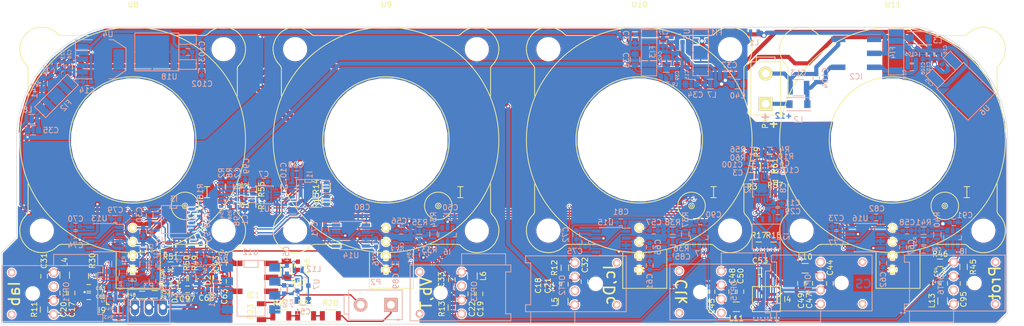
<source format=kicad_pcb>
(kicad_pcb (version 4) (host pcbnew 4.0.1-stable)
  (layers (0 F.Cu signal) (31 B.Cu signal) (34 B.Paste user hide) (35 F.Paste user hide) (36 B.SilkS user) (37 F.SilkS user) (38 B.Mask user) (39 F.Mask user hide) (44 Edge.Cuts user))
  (net 0 "")
  (net 1 AGND)
  (net 2 "Net-(C1-Pad2)")
  (net 3 "Net-(C2-Pad2)")
  (net 4 "Net-(C3-Pad2)")
  (net 5 "Net-(C4-Pad2)")
  (net 6 "Net-(C5-Pad2)")
  (net 7 "Net-(C6-Pad2)")
  (net 8 "Net-(C7-Pad1)")
  (net 9 "Net-(C8-Pad1)")
  (net 10 "Net-(C9-Pad1)")
  (net 11 +3.3VADC)
  (net 12 +5V)
  (net 13 DGND)
  (net 14 +3V3)
  (net 15 "Net-(C23-Pad1)")
  (net 16 "Net-(C24-Pad1)")
  (net 17 "Net-(C31-Pad2)")
  (net 18 "Net-(C32-Pad2)")
  (net 19 "Net-(C33-Pad2)")
  (net 20 "Net-(C34-Pad1)")
  (net 21 "Net-(C35-Pad1)")
  (net 22 "Net-(C36-Pad1)")
  (net 23 +5VA)
  (net 24 "Net-(C44-Pad2)")
  (net 25 "Net-(C45-Pad2)")
  (net 26 "Net-(C46-Pad1)")
  (net 27 "Net-(C46-Pad2)")
  (net 28 "Net-(C51-Pad1)")
  (net 29 "Net-(C52-Pad1)")
  (net 30 "Net-(C54-Pad1)")
  (net 31 /I_u_sense)
  (net 32 /I_v_sense)
  (net 33 /I_w_sense)
  (net 34 /I_bus_sense)
  (net 35 "Net-(C68-Pad1)")
  (net 36 "Net-(C69-Pad1)")
  (net 37 /V_bus)
  (net 38 "Net-(C70-Pad1)")
  (net 39 "Net-(C71-Pad1)")
  (net 40 "Net-(C72-Pad1)")
  (net 41 "Net-(C73-Pad1)")
  (net 42 "Net-(C79-Pad1)")
  (net 43 "Net-(C80-Pad1)")
  (net 44 "Net-(C81-Pad1)")
  (net 45 "Net-(C82-Pad1)")
  (net 46 "Net-(C95-Pad2)")
  (net 47 "Net-(C96-Pad1)")
  (net 48 "Net-(C96-Pad2)")
  (net 49 "Net-(C97-Pad1)")
  (net 50 /T_coolant)
  (net 51 "Net-(I1-Pad7)")
  (net 52 "Net-(I1-Pad6)")
  (net 53 /ADC_Ck-)
  (net 54 /ADC_Ck+)
  (net 55 /ADC_Smp+)
  (net 56 /ADC_Smp-)
  (net 57 "Net-(I2-Pad7)")
  (net 58 "Net-(I2-Pad6)")
  (net 59 "Net-(I3-Pad7)")
  (net 60 "Net-(I3-Pad6)")
  (net 61 "Net-(I4-Pad3)")
  (net 62 "Net-(I4-Pad2)")
  (net 63 /Over_IV_prot)
  (net 64 "Net-(I5-Pad3)")
  (net 65 "Net-(I5-Pad4)")
  (net 66 "Net-(I6-Pad3)")
  (net 67 "Net-(I6-Pad4)")
  (net 68 "Net-(I7-Pad3)")
  (net 69 "Net-(I7-Pad4)")
  (net 70 "Net-(I8-Pad3)")
  (net 71 "Net-(I8-Pad4)")
  (net 72 "Net-(I9-Pad3)")
  (net 73 "Net-(I9-Pad4)")
  (net 74 "Net-(OPT1-Pad4)")
  (net 75 "Net-(OPT2-Pad4)")
  (net 76 "Net-(OPT3-Pad4)")
  (net 77 "Net-(P2-Pad1)")
  (net 78 "Net-(P3-Pad2)")
  (net 79 /I_U)
  (net 80 /I_V)
  (net 81 /I_W)
  (net 82 /I_bus)
  (net 83 "Net-(R20-Pad1)")
  (net 84 "Net-(R21-Pad1)")
  (net 85 "Net-(R22-Pad1)")
  (net 86 "Net-(RP1-Pad2)")
  (net 87 "Net-(RP1-Pad3)")
  (net 88 "Net-(C25-Pad1)")
  (net 89 /V_ref_U)
  (net 90 /V_ref_V)
  (net 91 /V_ref_W)
  (net 92 /V_ref_bus)
  (net 93 "Net-(C98-Pad1)")
  (net 94 "Net-(C99-Pad1)")
  (net 95 "Net-(C100-Pad1)")
  (net 96 "Net-(C101-Pad1)")
  (net 97 "Net-(C104-Pad2)")
  (net 98 "Net-(C104-Pad1)")
  (net 99 "Net-(C105-Pad1)")
  (net 100 "Net-(FI4-Pad3)")
  (net 101 "Net-(L2-Pad1)")
  (net 102 +9V)
  (module SMD_Packages:SOIC-8-N (layer B.Cu) (at 106.134 109.75 270)
    (fp_text reference I1 (at -3.426 -0.116 270) (layer B.SilkS) (effects (justify mirror)))
    (fp_text value DS90LV028A)
    (pad 8 smd rect (at -1.905 3.175 270) (size 0.508 1.143) (layers B.Cu B.Paste B.Mask) (net 14 +3V3))
    (pad 7 smd rect (at -0.635 3.175 270) (size 0.508 1.143) (layers B.Cu B.Paste B.Mask) (net 51 "Net-(I1-Pad7)"))
    (pad 6 smd rect (at 0.635 3.175 270) (size 0.508 1.143) (layers B.Cu B.Paste B.Mask) (net 52 "Net-(I1-Pad6)"))
    (pad 5 smd rect (at 1.905 3.175 270) (size 0.508 1.143) (layers B.Cu B.Paste B.Mask) (net 13 DGND))
    (pad 4 smd rect (at 1.905 -3.175 270) (size 0.508 1.143) (layers B.Cu B.Paste B.Mask) (net 53 /ADC_Ck-))
    (pad 3 smd rect (at 0.635 -3.175 270) (size 0.508 1.143) (layers B.Cu B.Paste B.Mask) (net 54 /ADC_Ck+))
    (pad 2 smd rect (at -0.635 -3.175 270) (size 0.508 1.143) (layers B.Cu B.Paste B.Mask) (net 55 /ADC_Smp+))
    (pad 1 smd rect (at -1.905 -3.175 270) (size 0.508 1.143) (layers B.Cu B.Paste B.Mask) (net 56 /ADC_Smp-))
  )
  (module My_KiCad_footprints:HFBR-xx3xZ (layer B.Cu) (at 181.00605 123.857504 90)
    (fp_text reference OPT5 (at -3.556 2.286 90) (layer B.SilkS) (effects (justify mirror)))
    (fp_text value AFBR-26x)
    (pad 1 thru_hole circle (at 0 0 90) (size 1.6 1.6) (drill 1) (layers *.Cu *.Mask B.SilkS) (net 61 "Net-(I4-Pad3)"))
    (pad 2 thru_hole circle (at -2.54 0 90) (size 1.6 1.6) (drill 1) (layers *.Cu *.Mask B.SilkS) (net 13 DGND))
    (pad 3 thru_hole circle (at -5.08 0 90) (size 1.6 1.6) (drill 1) (layers *.Cu *.Mask B.SilkS) (net 25 "Net-(C45-Pad2)"))
    (pad 4 thru_hole circle (at -7.62 0 90) (size 1.6 1.6) (drill 1) (layers *.Cu *.Mask B.SilkS))
    (pad 5 thru_hole circle (at -7.62 -7.62 90) (size 1.4 1.4) (drill 0.8) (layers *.Cu *.Mask B.SilkS))
    (pad 8 thru_hole circle (at 0 -7.62 90) (size 1.4 1.4) (drill 0.8) (layers *.Cu *.Mask B.SilkS))
    (pad "" np_thru_hole circle (at -3.81 -3.81 90) (size 2.25 2.25) (drill 2.25) (layers *.Cu *.Mask B.SilkS))
  )
  (module Hall-Effect_Transducers_LEM:HTFS-Series_LEM-HallEffektCurrentTransducer (layer F.Cu) (at 120.1 100)
    (fp_text reference U9 (at 0.075 -24.6) (layer F.SilkS))
    (fp_text value HTFS800)
    (pad "" np_thru_hole circle (at 0 0) (size 22 22) (drill 22) (layers *.Cu *.Mask F.SilkS))
    (pad "" np_thru_hole circle (at 16.5 -16.5) (size 4 4) (drill 4) (layers *.Cu *.Mask F.SilkS))
    (pad "" np_thru_hole circle (at -16.5 -16.5) (size 4 4) (drill 4) (layers *.Cu *.Mask F.SilkS))
    (pad "" np_thru_hole circle (at -16.5 16.5) (size 4 4) (drill 4) (layers *.Cu *.Mask F.SilkS))
    (pad "" np_thru_hole circle (at 16.5 16.5) (size 4 4) (drill 4) (layers *.Cu *.Mask F.SilkS))
    (pad 4 thru_hole circle (at 0 16) (size 1.5 1.5) (drill 0.8) (layers *.Cu *.Mask F.SilkS) (net 90 /V_ref_V))
    (pad 3 thru_hole circle (at 0 18.54) (size 1.5 1.5) (drill 0.8) (layers *.Cu *.Mask F.SilkS) (net 32 /I_v_sense))
    (pad 2 thru_hole circle (at 0 21.08) (size 1.5 1.5) (drill 0.8) (layers *.Cu *.Mask F.SilkS) (net 1 AGND))
    (pad 1 thru_hole circle (at 0 23.62) (size 1.5 1.5) (drill 0.8) (layers *.Cu *.Mask F.SilkS) (net 23 +5VA))
  )
  (module My_KiCad_footprints:MTU1_Murata_DCDC (layer F.Cu) (at 96 125)
    (fp_text reference IC1 (at 0 3.25) (layer F.SilkS))
    (fp_text value Murata_MTU1)
    (pad 1 smd trapezoid (at -3.25 -2.54) (size 2.6 1) (layers F.Cu F.Paste F.Mask) (net 12 +5V))
    (pad 3 smd trapezoid (at -3.25 2.54) (size 2.6 1) (layers F.Cu F.Paste F.Mask) (net 1 AGND))
    (pad 4 smd trapezoid (at 3.25 2.54) (size 2.6 1) (layers F.Cu F.Paste F.Mask))
    (pad 5 smd trapezoid (at 3.25 0) (size 2.6 1) (layers F.Cu F.Paste F.Mask) (net 26 "Net-(C46-Pad1)"))
    (pad 6 smd trapezoid (at 3.25 -2.54) (size 2.6 1) (layers F.Cu F.Paste F.Mask) (net 27 "Net-(C46-Pad2)"))
  )
  (module SMD_Packages:DIP-8_SMD (layer B.Cu) (at 95.6 127 270)
    (fp_text reference U12 (at -6.6 0.1 360) (layer B.SilkS) (effects (justify mirror)))
    (fp_text value ACPL-C870)
    (pad 1 smd rect (at -3.81 -4.31 270) (size 1.524 2.032) (layers B.Cu B.Paste B.Mask) (net 30 "Net-(C54-Pad1)"))
    (pad 2 smd rect (at -1.27 -4.31 270) (size 1.524 2.032) (layers B.Cu B.Paste B.Mask) (net 29 "Net-(C52-Pad1)"))
    (pad 3 smd rect (at 1.27 -4.31 270) (size 1.524 2.032) (layers B.Cu B.Paste B.Mask) (net 26 "Net-(C46-Pad1)"))
    (pad 4 smd rect (at 3.81 -4.31 270) (size 1.524 2.032) (layers B.Cu B.Paste B.Mask) (net 26 "Net-(C46-Pad1)"))
    (pad 5 smd rect (at 3.81 4.31 270) (size 1.524 2.032) (layers B.Cu B.Paste B.Mask) (net 1 AGND))
    (pad 6 smd rect (at 1.27 4.31 270) (size 1.524 2.032) (layers B.Cu B.Paste B.Mask) (net 87 "Net-(RP1-Pad3)"))
    (pad 7 smd rect (at -1.27 4.31 270) (size 1.524 2.032) (layers B.Cu B.Paste B.Mask) (net 86 "Net-(RP1-Pad2)"))
    (pad 8 smd rect (at -3.81 4.31 270) (size 1.524 2.032) (layers B.Cu B.Paste B.Mask) (net 23 +5VA))
  )
  (module My_KiCad_footprints:HFBR-xx3xZ (layer B.Cu) (at 59.746 124.13 90)
    (fp_text reference OPT1 (at -3.556 2.286 90) (layer B.SilkS) (effects (justify mirror)))
    (fp_text value AFBR-1634Z)
    (pad 1 thru_hole circle (at 0 0 90) (size 1.6 1.6) (drill 1) (layers *.Cu *.Mask B.SilkS) (net 17 "Net-(C31-Pad2)"))
    (pad 2 thru_hole circle (at -2.54 0 90) (size 1.6 1.6) (drill 1) (layers *.Cu *.Mask B.SilkS))
    (pad 3 thru_hole circle (at -5.08 0 90) (size 1.6 1.6) (drill 1) (layers *.Cu *.Mask B.SilkS) (net 13 DGND))
    (pad 4 thru_hole circle (at -7.62 0 90) (size 1.6 1.6) (drill 1) (layers *.Cu *.Mask B.SilkS) (net 74 "Net-(OPT1-Pad4)"))
    (pad 5 thru_hole circle (at -7.62 -7.62 90) (size 1.4 1.4) (drill 0.8) (layers *.Cu *.Mask B.SilkS))
    (pad 8 thru_hole circle (at 0 -7.62 90) (size 1.4 1.4) (drill 0.8) (layers *.Cu *.Mask B.SilkS))
    (pad "" np_thru_hole circle (at -3.81 -3.81 90) (size 2.25 2.25) (drill 2.25) (layers *.Cu *.Mask B.SilkS))
  )
  (module My_KiCad_footprints:HFBR-xx3xZ (layer B.Cu) (at 223.19 129.852734 270)
    (fp_text reference OPT6 (at -3.556 2.286 270) (layer B.SilkS) (effects (justify mirror)))
    (fp_text value AFBR-1634Z)
    (pad 1 thru_hole circle (at 0 0 270) (size 1.6 1.6) (drill 1) (layers *.Cu *.Mask B.SilkS) (net 46 "Net-(C95-Pad2)"))
    (pad 2 thru_hole circle (at -2.54 0 270) (size 1.6 1.6) (drill 1) (layers *.Cu *.Mask B.SilkS))
    (pad 3 thru_hole circle (at -5.08 0 270) (size 1.6 1.6) (drill 1) (layers *.Cu *.Mask B.SilkS) (net 13 DGND))
    (pad 4 thru_hole circle (at -7.62 0 270) (size 1.6 1.6) (drill 1) (layers *.Cu *.Mask B.SilkS) (net 63 /Over_IV_prot))
    (pad 5 thru_hole circle (at -7.62 -7.62 270) (size 1.4 1.4) (drill 0.8) (layers *.Cu *.Mask B.SilkS))
    (pad 8 thru_hole circle (at 0 -7.62 270) (size 1.4 1.4) (drill 0.8) (layers *.Cu *.Mask B.SilkS))
    (pad "" np_thru_hole circle (at -3.81 -3.81 270) (size 2.25 2.25) (drill 2.25) (layers *.Cu *.Mask B.SilkS))
  )
  (module Capacitors_SMD:C_0603 (layer B.Cu) (at 101.562 108.509 270)
    (fp_text reference C10 (at -3.009 0.062 270) (layer B.SilkS) (effects (justify mirror)))
    (fp_text value 10u)
    (pad 1 smd rect (at -0.75 0 270) (size 0.8 0.75) (layers B.Cu B.Paste B.Mask) (net 1 AGND))
    (pad 2 smd rect (at 0.75 0 270) (size 0.8 0.75) (layers B.Cu B.Paste B.Mask) (net 11 +3.3VADC))
  )
  (module My_KiCad_footprints:HFBR-xx3xZ (layer B.Cu) (at 154.39 129.982182 270)
    (fp_text reference OPT2 (at -3.556 2.286 270) (layer B.SilkS) (effects (justify mirror)))
    (fp_text value AFBR-1634Z)
    (pad 1 thru_hole circle (at 0 0 270) (size 1.6 1.6) (drill 1) (layers *.Cu *.Mask B.SilkS) (net 18 "Net-(C32-Pad2)"))
    (pad 2 thru_hole circle (at -2.54 0 270) (size 1.6 1.6) (drill 1) (layers *.Cu *.Mask B.SilkS))
    (pad 3 thru_hole circle (at -5.08 0 270) (size 1.6 1.6) (drill 1) (layers *.Cu *.Mask B.SilkS) (net 13 DGND))
    (pad 4 thru_hole circle (at -7.62 0 270) (size 1.6 1.6) (drill 1) (layers *.Cu *.Mask B.SilkS) (net 75 "Net-(OPT2-Pad4)"))
    (pad 5 thru_hole circle (at -7.62 -7.62 270) (size 1.4 1.4) (drill 0.8) (layers *.Cu *.Mask B.SilkS))
    (pad 8 thru_hole circle (at 0 -7.62 270) (size 1.4 1.4) (drill 0.8) (layers *.Cu *.Mask B.SilkS))
    (pad "" np_thru_hole circle (at -3.81 -3.81 270) (size 2.25 2.25) (drill 2.25) (layers *.Cu *.Mask B.SilkS))
  )
  (module Connect:PINHEAD1-3 (layer B.Cu) (at 77.048 130.377 180)
    (fp_text reference P3 (at 0.05 3.8 180) (layer B.SilkS) (effects (justify mirror)))
    (fp_text value CONN_01X03)
    (pad 1 thru_hole oval (at -2.54 0 180) (size 1.50622 3.01498) (drill 0.99822) (layers *.Cu *.Mask) (net 23 +5VA))
    (pad 2 thru_hole oval (at 0 0 180) (size 1.50622 3.01498) (drill 0.99822) (layers *.Cu *.Mask) (net 78 "Net-(P3-Pad2)"))
    (pad 3 thru_hole oval (at 2.54 0 180) (size 1.50622 3.01498) (drill 0.99822) (layers *.Cu *.Mask) (net 1 AGND))
  )
  (module My_KiCad_footprints:Connector_Header_2Way_39-29-3026 (layer B.Cu) (at 121 130 90)
    (fp_text reference P2 (at 4.1656 -2.7432 360) (layer B.SilkS) (effects (justify mirror)))
    (fp_text value CONN_01X02)
    (pad 1 thru_hole rect (at 0 0 90) (size 2.5 2.5) (drill 1.4) (layers *.Cu *.Mask B.SilkS) (net 77 "Net-(P2-Pad1)"))
    (pad 2 thru_hole circle (at 0 -5.5 90) (size 2.5 2.5) (drill 1.4) (layers *.Cu *.Mask B.SilkS) (net 26 "Net-(C46-Pad1)"))
  )
  (module Resistors_SMD:R_0603 (layer B.Cu) (at 88.1 122 180)
    (fp_text reference R6 (at -2.413 0.127 180) (layer B.SilkS) (effects (justify mirror)))
    (fp_text value 51)
    (pad 1 smd rect (at -0.75 0 180) (size 0.5 0.9) (layers B.Cu B.Paste B.Mask) (net 7 "Net-(C6-Pad2)"))
    (pad 2 smd rect (at 0.75 0 180) (size 0.5 0.9) (layers B.Cu B.Paste B.Mask) (net 50 /T_coolant))
  )
  (module SMD_Packages:SOIC-8-N (layer B.Cu) (at 81.6 114.478 270)
    (fp_text reference I3 (at -3.728 0 360) (layer B.SilkS) (effects (justify mirror)))
    (fp_text value DS90LV028A)
    (pad 8 smd rect (at -1.905 3.175 270) (size 0.508 1.143) (layers B.Cu B.Paste B.Mask) (net 14 +3V3))
    (pad 7 smd rect (at -0.635 3.175 270) (size 0.508 1.143) (layers B.Cu B.Paste B.Mask) (net 59 "Net-(I3-Pad7)"))
    (pad 6 smd rect (at 0.635 3.175 270) (size 0.508 1.143) (layers B.Cu B.Paste B.Mask) (net 60 "Net-(I3-Pad6)"))
    (pad 5 smd rect (at 1.905 3.175 270) (size 0.508 1.143) (layers B.Cu B.Paste B.Mask) (net 13 DGND))
    (pad 4 smd rect (at 1.905 -3.175 270) (size 0.508 1.143) (layers B.Cu B.Paste B.Mask) (net 53 /ADC_Ck-))
    (pad 3 smd rect (at 0.635 -3.175 270) (size 0.508 1.143) (layers B.Cu B.Paste B.Mask) (net 54 /ADC_Ck+))
    (pad 2 smd rect (at -0.635 -3.175 270) (size 0.508 1.143) (layers B.Cu B.Paste B.Mask) (net 55 /ADC_Smp+))
    (pad 1 smd rect (at -1.905 -3.175 270) (size 0.508 1.143) (layers B.Cu B.Paste B.Mask) (net 56 /ADC_Smp-))
  )
  (module Capacitors_SMD:C_0603 (layer F.Cu) (at 219.996 126.105734 270)
    (fp_text reference C94 (at -2.105734 -0.004 270) (layer F.SilkS) (effects (font (size 0.6 0.6) (thickness 0.1))))
    (fp_text value 10u)
    (pad 1 smd rect (at -0.75 0 270) (size 0.8 0.75) (layers F.Cu F.Paste F.Mask) (net 13 DGND))
    (pad 2 smd rect (at 0.75 0 270) (size 0.8 0.75) (layers F.Cu F.Paste F.Mask) (net 14 +3V3))
  )
  (module Resistors_SMD:R_0603 (layer F.Cu) (at 224.996 123.105734 90)
    (fp_text reference R45 (at 0 1.754 90) (layer F.SilkS))
    (fp_text value DNP)
    (pad 1 smd rect (at -0.75 0 90) (size 0.5 0.9) (layers F.Cu F.Paste F.Mask) (net 13 DGND))
    (pad 2 smd rect (at 0.75 0 90) (size 0.5 0.9) (layers F.Cu F.Paste F.Mask) (net 63 /Over_IV_prot))
  )
  (module Capacitors_SMD:C_0603 (layer F.Cu) (at 221.496 126.105734 270)
    (fp_text reference C93 (at -2.105734 -0.004 270) (layer F.SilkS) (effects (font (size 0.6 0.6) (thickness 0.1))))
    (fp_text value 100n)
    (pad 1 smd rect (at -0.75 0 270) (size 0.8 0.75) (layers F.Cu F.Paste F.Mask) (net 13 DGND))
    (pad 2 smd rect (at 0.75 0 270) (size 0.8 0.75) (layers F.Cu F.Paste F.Mask) (net 14 +3V3))
  )
  (module Capacitors_SMD:C_0603 (layer F.Cu) (at 224.996 126.105734 270)
    (fp_text reference C95 (at 2.894266 -0.004 270) (layer F.SilkS))
    (fp_text value 10u)
    (pad 1 smd rect (at -0.75 0 270) (size 0.8 0.75) (layers F.Cu F.Paste F.Mask) (net 13 DGND))
    (pad 2 smd rect (at 0.75 0 270) (size 0.8 0.75) (layers F.Cu F.Paste F.Mask) (net 46 "Net-(C95-Pad2)"))
  )
  (module Resistors_SMD:R_0603 (layer F.Cu) (at 220.746 122.355734)
    (fp_text reference R46 (at 0 -1.605734) (layer F.SilkS))
    (fp_text value 4k7)
    (pad 1 smd rect (at -0.75 0) (size 0.5 0.9) (layers F.Cu F.Paste F.Mask) (net 14 +3V3))
    (pad 2 smd rect (at 0.75 0) (size 0.5 0.9) (layers F.Cu F.Paste F.Mask) (net 63 /Over_IV_prot))
  )
  (module My_KiCad_footprints:HFBR-xx3xZ (layer B.Cu) (at 133.837 124.010182 90)
    (fp_text reference OPT3 (at -3.556 2.286 90) (layer B.SilkS) (effects (justify mirror)))
    (fp_text value AFBR-1634Z)
    (pad 1 thru_hole circle (at 0 0 90) (size 1.6 1.6) (drill 1) (layers *.Cu *.Mask B.SilkS) (net 19 "Net-(C33-Pad2)"))
    (pad 2 thru_hole circle (at -2.54 0 90) (size 1.6 1.6) (drill 1) (layers *.Cu *.Mask B.SilkS))
    (pad 3 thru_hole circle (at -5.08 0 90) (size 1.6 1.6) (drill 1) (layers *.Cu *.Mask B.SilkS) (net 13 DGND))
    (pad 4 thru_hole circle (at -7.62 0 90) (size 1.6 1.6) (drill 1) (layers *.Cu *.Mask B.SilkS) (net 76 "Net-(OPT3-Pad4)"))
    (pad 5 thru_hole circle (at -7.62 -7.62 90) (size 1.4 1.4) (drill 0.8) (layers *.Cu *.Mask B.SilkS))
    (pad 8 thru_hole circle (at 0 -7.62 90) (size 1.4 1.4) (drill 0.8) (layers *.Cu *.Mask B.SilkS))
    (pad "" np_thru_hole circle (at -3.81 -3.81 90) (size 2.25 2.25) (drill 2.25) (layers *.Cu *.Mask B.SilkS))
  )
  (module Capacitors_SMD:C_0603 (layer F.Cu) (at 135.587 128.010182 90)
    (fp_text reference C22 (at -2.739818 0.163 90) (layer F.SilkS))
    (fp_text value 10u)
    (pad 1 smd rect (at -0.75 0 90) (size 0.8 0.75) (layers F.Cu F.Paste F.Mask) (net 13 DGND))
    (pad 2 smd rect (at 0.75 0 90) (size 0.8 0.75) (layers F.Cu F.Paste F.Mask) (net 14 +3V3))
  )
  (module Capacitors_SMD:C_0603 (layer F.Cu) (at 132.062 125.410182 90)
    (fp_text reference C33 (at 0 -1.9 90) (layer F.SilkS))
    (fp_text value 10u)
    (pad 1 smd rect (at -0.75 0 90) (size 0.8 0.75) (layers F.Cu F.Paste F.Mask) (net 13 DGND))
    (pad 2 smd rect (at 0.75 0 90) (size 0.8 0.75) (layers F.Cu F.Paste F.Mask) (net 19 "Net-(C33-Pad2)"))
  )
  (module Resistors_SMD:R_0603 (layer F.Cu) (at 132.062 130.490182 270)
    (fp_text reference R13 (at 0.259818 1.812 270) (layer F.SilkS))
    (fp_text value 4k7)
    (pad 1 smd rect (at -0.75 0 270) (size 0.5 0.9) (layers F.Cu F.Paste F.Mask) (net 13 DGND))
    (pad 2 smd rect (at 0.75 0 270) (size 0.5 0.9) (layers F.Cu F.Paste F.Mask) (net 76 "Net-(OPT3-Pad4)"))
  )
  (module Capacitors_SMD:C_0603 (layer F.Cu) (at 137.087 128.010182 90)
    (fp_text reference C19 (at -2.739818 0.163 90) (layer F.SilkS))
    (fp_text value 100n)
    (pad 1 smd rect (at -0.75 0 90) (size 0.8 0.75) (layers F.Cu F.Paste F.Mask) (net 13 DGND))
    (pad 2 smd rect (at 0.75 0 90) (size 0.8 0.75) (layers F.Cu F.Paste F.Mask) (net 14 +3V3))
  )
  (module Capacitors_SMD:C_0603 (layer F.Cu) (at 152.587 126.260182 270)
    (fp_text reference C21 (at 0.239818 3.087 270) (layer F.SilkS))
    (fp_text value 10u)
    (pad 1 smd rect (at -0.75 0 270) (size 0.8 0.75) (layers F.Cu F.Paste F.Mask) (net 13 DGND))
    (pad 2 smd rect (at 0.75 0 270) (size 0.8 0.75) (layers F.Cu F.Paste F.Mask) (net 14 +3V3))
  )
  (module Capacitors_SMD:C_0603 (layer F.Cu) (at 156.152 125.791182 270)
    (fp_text reference C32 (at -3.041182 -0.098 270) (layer F.SilkS))
    (fp_text value 10u)
    (pad 1 smd rect (at -0.75 0 270) (size 0.8 0.75) (layers F.Cu F.Paste F.Mask) (net 13 DGND))
    (pad 2 smd rect (at 0.75 0 270) (size 0.8 0.75) (layers F.Cu F.Paste F.Mask) (net 18 "Net-(C32-Pad2)"))
  )
  (module Resistors_SMD:R_0603 (layer F.Cu) (at 152.587 123.260182 90)
    (fp_text reference R12 (at 0 -1.9 90) (layer F.SilkS))
    (fp_text value 4k7)
    (pad 1 smd rect (at -0.75 0 90) (size 0.5 0.9) (layers F.Cu F.Paste F.Mask) (net 13 DGND))
    (pad 2 smd rect (at 0.75 0 90) (size 0.5 0.9) (layers F.Cu F.Paste F.Mask) (net 75 "Net-(OPT2-Pad4)"))
  )
  (module Capacitors_SMD:C_0603 (layer F.Cu) (at 151.087 126.260182 270)
    (fp_text reference C18 (at 0.239818 3.337 270) (layer F.SilkS))
    (fp_text value 100n)
    (pad 1 smd rect (at -0.75 0 270) (size 0.8 0.75) (layers F.Cu F.Paste F.Mask) (net 13 DGND))
    (pad 2 smd rect (at 0.75 0 270) (size 0.8 0.75) (layers F.Cu F.Paste F.Mask) (net 14 +3V3))
  )
  (module Housings_SSOP:MSOP-10-1EP_3x3mm_Pitch0.5mm (layer B.Cu) (at 82.893 119.431 180)
    (fp_text reference U3 (at 3.643 1.181 180) (layer B.SilkS) (effects (justify mirror)))
    (fp_text value LTC1407)
    (pad 1 smd rect (at -2.105 1 180) (size 0.89 0.305) (layers B.Cu B.Paste B.Mask) (net 6 "Net-(C5-Pad2)"))
    (pad 2 smd rect (at -2.105 0.5 180) (size 0.89 0.305) (layers B.Cu B.Paste B.Mask) (net 1 AGND))
    (pad 3 smd rect (at -2.105 0 180) (size 0.89 0.305) (layers B.Cu B.Paste B.Mask) (net 10 "Net-(C9-Pad1)"))
    (pad 4 smd rect (at -2.105 -0.5 180) (size 0.89 0.305) (layers B.Cu B.Paste B.Mask) (net 7 "Net-(C6-Pad2)"))
    (pad 5 smd rect (at -2.105 -1 180) (size 0.89 0.305) (layers B.Cu B.Paste B.Mask) (net 1 AGND))
    (pad 6 smd rect (at 2.105 -1 180) (size 0.89 0.305) (layers B.Cu B.Paste B.Mask) (net 1 AGND))
    (pad 7 smd rect (at 2.105 -0.5 180) (size 0.89 0.305) (layers B.Cu B.Paste B.Mask) (net 11 +3.3VADC))
    (pad 8 smd rect (at 2.105 0 180) (size 0.89 0.305) (layers B.Cu B.Paste B.Mask) (net 76 "Net-(OPT3-Pad4)"))
    (pad 9 smd rect (at 2.105 0.5 180) (size 0.89 0.305) (layers B.Cu B.Paste B.Mask) (net 60 "Net-(I3-Pad6)"))
    (pad 10 smd rect (at 2.105 1 180) (size 0.89 0.305) (layers B.Cu B.Paste B.Mask) (net 59 "Net-(I3-Pad7)"))
    (pad 11 smd rect (at 0.42 -0.47 180) (size 0.84 0.94) (layers B.Cu B.Paste B.Mask) (net 1 AGND))
    (pad 11 smd rect (at 0.42 0.47 180) (size 0.84 0.94) (layers B.Cu B.Paste B.Mask) (net 1 AGND))
    (pad 11 smd rect (at -0.42 -0.47 180) (size 0.84 0.94) (layers B.Cu B.Paste B.Mask) (net 1 AGND))
    (pad 11 smd rect (at -0.42 0.47 180) (size 0.84 0.94) (layers B.Cu B.Paste B.Mask) (net 1 AGND))
  )
  (module Housings_SSOP:MSOP-10-1EP_3x3mm_Pitch0.5mm (layer B.Cu) (at 188.303 108.763 270)
    (fp_text reference U2 (at 0 2.55 270) (layer B.SilkS) (effects (justify mirror)))
    (fp_text value LTC1407-1)
    (pad 1 smd rect (at -2.105 1 270) (size 0.89 0.305) (layers B.Cu B.Paste B.Mask) (net 4 "Net-(C3-Pad2)"))
    (pad 2 smd rect (at -2.105 0.5 270) (size 0.89 0.305) (layers B.Cu B.Paste B.Mask) (net 95 "Net-(C100-Pad1)"))
    (pad 3 smd rect (at -2.105 0 270) (size 0.89 0.305) (layers B.Cu B.Paste B.Mask) (net 9 "Net-(C8-Pad1)"))
    (pad 4 smd rect (at -2.105 -0.5 270) (size 0.89 0.305) (layers B.Cu B.Paste B.Mask) (net 5 "Net-(C4-Pad2)"))
    (pad 5 smd rect (at -2.105 -1 270) (size 0.89 0.305) (layers B.Cu B.Paste B.Mask) (net 96 "Net-(C101-Pad1)"))
    (pad 6 smd rect (at 2.105 -1 270) (size 0.89 0.305) (layers B.Cu B.Paste B.Mask) (net 1 AGND))
    (pad 7 smd rect (at 2.105 -0.5 270) (size 0.89 0.305) (layers B.Cu B.Paste B.Mask) (net 11 +3.3VADC))
    (pad 8 smd rect (at 2.105 0 270) (size 0.89 0.305) (layers B.Cu B.Paste B.Mask) (net 75 "Net-(OPT2-Pad4)"))
    (pad 9 smd rect (at 2.105 0.5 270) (size 0.89 0.305) (layers B.Cu B.Paste B.Mask) (net 58 "Net-(I2-Pad6)"))
    (pad 10 smd rect (at 2.105 1 270) (size 0.89 0.305) (layers B.Cu B.Paste B.Mask) (net 57 "Net-(I2-Pad7)"))
    (pad 11 smd rect (at 0.42 -0.47 270) (size 0.84 0.94) (layers B.Cu B.Paste B.Mask) (net 1 AGND))
    (pad 11 smd rect (at 0.42 0.47 270) (size 0.84 0.94) (layers B.Cu B.Paste B.Mask) (net 1 AGND))
    (pad 11 smd rect (at -0.42 -0.47 270) (size 0.84 0.94) (layers B.Cu B.Paste B.Mask) (net 1 AGND))
    (pad 11 smd rect (at -0.42 0.47 270) (size 0.84 0.94) (layers B.Cu B.Paste B.Mask) (net 1 AGND))
  )
  (module Resistors_SMD:R_0603 (layer F.Cu) (at 190.5 119.25)
    (fp_text reference R16 (at 0 -1.9) (layer F.SilkS))
    (fp_text value 330)
    (pad 1 smd rect (at -0.75 0) (size 0.5 0.9) (layers F.Cu F.Paste F.Mask) (net 55 /ADC_Smp+))
    (pad 2 smd rect (at 0.75 0) (size 0.5 0.9) (layers F.Cu F.Paste F.Mask) (net 56 /ADC_Smp-))
  )
  (module Housings_SOIC:SOIC-8_3.9x4.9mm_Pitch1.27mm (layer B.Cu) (at 113.754 117.399 180)
    (fp_text reference U14 (at 0.004 -3.601 180) (layer B.SilkS) (effects (justify mirror)))
    (fp_text value MAX7480)
    (pad 1 smd rect (at -2.7 1.905 180) (size 1.55 0.6) (layers B.Cu B.Paste B.Mask) (net 43 "Net-(C80-Pad1)"))
    (pad 2 smd rect (at -2.7 0.635 180) (size 1.55 0.6) (layers B.Cu B.Paste B.Mask) (net 32 /I_v_sense))
    (pad 3 smd rect (at -2.7 -0.635 180) (size 1.55 0.6) (layers B.Cu B.Paste B.Mask) (net 1 AGND))
    (pad 4 smd rect (at -2.7 -1.905 180) (size 1.55 0.6) (layers B.Cu B.Paste B.Mask) (net 23 +5VA))
    (pad 5 smd rect (at 2.7 -1.905 180) (size 1.55 0.6) (layers B.Cu B.Paste B.Mask) (net 80 /I_V))
    (pad 6 smd rect (at 2.7 -0.635 180) (size 1.55 0.6) (layers B.Cu B.Paste B.Mask) (net 43 "Net-(C80-Pad1)"))
    (pad 7 smd rect (at 2.7 0.635 180) (size 1.55 0.6) (layers B.Cu B.Paste B.Mask) (net 23 +5VA))
    (pad 8 smd rect (at 2.7 1.905 180) (size 1.55 0.6) (layers B.Cu B.Paste B.Mask) (net 39 "Net-(C71-Pad1)"))
  )
  (module Capacitors_SMD:C_0603 (layer B.Cu) (at 94.5 112 90)
    (fp_text reference C1 (at -2.5 0 90) (layer B.SilkS) (effects (justify mirror)))
    (fp_text value 5.1n)
    (pad 1 smd rect (at -0.75 0 90) (size 0.8 0.75) (layers B.Cu B.Paste B.Mask) (net 1 AGND))
    (pad 2 smd rect (at 0.75 0 90) (size 0.8 0.75) (layers B.Cu B.Paste B.Mask) (net 2 "Net-(C1-Pad2)"))
  )
  (module Capacitors_SMD:C_0603 (layer B.Cu) (at 93.1 108.5 270)
    (fp_text reference C2 (at -2.527 -0.073 270) (layer B.SilkS) (effects (justify mirror)))
    (fp_text value 5.1n)
    (pad 1 smd rect (at -0.75 0 270) (size 0.8 0.75) (layers B.Cu B.Paste B.Mask) (net 1 AGND))
    (pad 2 smd rect (at 0.75 0 270) (size 0.8 0.75) (layers B.Cu B.Paste B.Mask) (net 3 "Net-(C2-Pad2)"))
  )
  (module Capacitors_SMD:C_0603 (layer B.Cu) (at 186.3 105.3)
    (fp_text reference C3 (at -2.3 0.7) (layer B.SilkS) (effects (justify mirror)))
    (fp_text value 5.1n)
    (pad 1 smd rect (at -0.75 0) (size 0.8 0.75) (layers B.Cu B.Paste B.Mask) (net 1 AGND))
    (pad 2 smd rect (at 0.75 0) (size 0.8 0.75) (layers B.Cu B.Paste B.Mask) (net 4 "Net-(C3-Pad2)"))
  )
  (module Capacitors_SMD:C_0603 (layer B.Cu) (at 189.8 104.3 180)
    (fp_text reference C4 (at -2.7 0.05 180) (layer B.SilkS) (effects (justify mirror)))
    (fp_text value 5.1n)
    (pad 1 smd rect (at -0.75 0 180) (size 0.8 0.75) (layers B.Cu B.Paste B.Mask) (net 1 AGND))
    (pad 2 smd rect (at 0.75 0 180) (size 0.8 0.75) (layers B.Cu B.Paste B.Mask) (net 5 "Net-(C4-Pad2)"))
  )
  (module Capacitors_SMD:C_0603 (layer B.Cu) (at 86.2 118.2 110)
    (fp_text reference C5 (at 0 1.6 110) (layer B.SilkS) (effects (justify mirror)))
    (fp_text value 5.1n)
    (pad 1 smd rect (at -0.75 0 110) (size 0.8 0.75) (layers B.Cu B.Paste B.Mask) (net 1 AGND))
    (pad 2 smd rect (at 0.75 0 110) (size 0.8 0.75) (layers B.Cu B.Paste B.Mask) (net 6 "Net-(C5-Pad2)"))
  )
  (module Capacitors_SMD:C_0603 (layer B.Cu) (at 86.4 121 90)
    (fp_text reference C6 (at -1.5 -0.25 180) (layer B.SilkS) (effects (font (size 0.6 0.6) (thickness 0.1)) (justify mirror)))
    (fp_text value 5.1n)
    (pad 1 smd rect (at -0.75 0 90) (size 0.8 0.75) (layers B.Cu B.Paste B.Mask) (net 1 AGND))
    (pad 2 smd rect (at 0.75 0 90) (size 0.8 0.75) (layers B.Cu B.Paste B.Mask) (net 7 "Net-(C6-Pad2)"))
  )
  (module Capacitors_SMD:C_0603 (layer B.Cu) (at 65.8 89.5 180)
    (fp_text reference C14 (at 0 -1.5 180) (layer B.SilkS) (effects (justify mirror)))
    (fp_text value 100n)
    (pad 1 smd rect (at -0.75 0 180) (size 0.8 0.75) (layers B.Cu B.Paste B.Mask) (net 12 +5V))
    (pad 2 smd rect (at 0.75 0 180) (size 0.8 0.75) (layers B.Cu B.Paste B.Mask) (net 13 DGND))
  )
  (module Capacitors_SMD:C_0603 (layer B.Cu) (at 174.865 86.03 270)
    (fp_text reference C15 (at 2.159 0.115 270) (layer B.SilkS) (effects (font (size 0.6 0.6) (thickness 0.1)) (justify mirror)))
    (fp_text value 100n)
    (pad 1 smd rect (at -0.75 0 270) (size 0.8 0.75) (layers B.Cu B.Paste B.Mask) (net 23 +5VA))
    (pad 2 smd rect (at 0.75 0 270) (size 0.8 0.75) (layers B.Cu B.Paste B.Mask) (net 1 AGND))
  )
  (module Capacitors_SMD:C_0603 (layer B.Cu) (at 220.4 84.5 270)
    (fp_text reference C16 (at -0.9 -1.25 270) (layer B.SilkS) (effects (font (size 0.6 0.6) (thickness 0.1)) (justify mirror)))
    (fp_text value 100n)
    (pad 1 smd rect (at -0.75 0 270) (size 0.8 0.75) (layers B.Cu B.Paste B.Mask) (net 102 +9V))
    (pad 2 smd rect (at 0.75 0 270) (size 0.8 0.75) (layers B.Cu B.Paste B.Mask) (net 1 AGND))
  )
  (module Capacitors_SMD:C_0603 (layer F.Cu) (at 62.996 127.852 90)
    (fp_text reference C17 (at -3.009 0.085 90) (layer F.SilkS))
    (fp_text value 100n)
    (pad 1 smd rect (at -0.75 0 90) (size 0.8 0.75) (layers F.Cu F.Paste F.Mask) (net 13 DGND))
    (pad 2 smd rect (at 0.75 0 90) (size 0.8 0.75) (layers F.Cu F.Paste F.Mask) (net 14 +3V3))
  )
  (module Capacitors_SMD:C_0603 (layer F.Cu) (at 61.496 127.852 90)
    (fp_text reference C20 (at -3.009 0.061 90) (layer F.SilkS))
    (fp_text value 10u)
    (pad 1 smd rect (at -0.75 0 90) (size 0.8 0.75) (layers F.Cu F.Paste F.Mask) (net 13 DGND))
    (pad 2 smd rect (at 0.75 0 90) (size 0.8 0.75) (layers F.Cu F.Paste F.Mask) (net 14 +3V3))
  )
  (module Capacitors_SMD:C_0603 (layer B.Cu) (at 61 86.595 270)
    (fp_text reference C23 (at -2.195 -0.4 270) (layer B.SilkS) (effects (font (size 0.6 0.6) (thickness 0.1)) (justify mirror)))
    (fp_text value 1u)
    (pad 1 smd rect (at -0.75 0 270) (size 0.8 0.75) (layers B.Cu B.Paste B.Mask) (net 15 "Net-(C23-Pad1)"))
    (pad 2 smd rect (at 0.75 0 270) (size 0.8 0.75) (layers B.Cu B.Paste B.Mask) (net 13 DGND))
  )
  (module Capacitors_SMD:C_0603 (layer B.Cu) (at 165.34 81.585 270)
    (fp_text reference C24 (at -0.085 1.59 270) (layer B.SilkS) (effects (justify mirror)))
    (fp_text value 1u)
    (pad 1 smd rect (at -0.75 0 270) (size 0.8 0.75) (layers B.Cu B.Paste B.Mask) (net 16 "Net-(C24-Pad1)"))
    (pad 2 smd rect (at 0.75 0 270) (size 0.8 0.75) (layers B.Cu B.Paste B.Mask) (net 1 AGND))
  )
  (module Capacitors_SMD:C_0603 (layer B.Cu) (at 221.6 86.8 135)
    (fp_text reference C25 (at 0.078248 -3.924443 135) (layer B.SilkS) (effects (font (size 0.6 0.6) (thickness 0.1)) (justify mirror)))
    (fp_text value 1u)
    (pad 1 smd rect (at -0.75 0 135) (size 0.8 0.75) (layers B.Cu B.Paste B.Mask) (net 88 "Net-(C25-Pad1)"))
    (pad 2 smd rect (at 0.75 0 135) (size 0.8 0.75) (layers B.Cu B.Paste B.Mask) (net 1 AGND))
  )
  (module Capacitors_SMD:C_0603 (layer B.Cu) (at 62.575 86.595 270)
    (fp_text reference C26 (at -2.195 -0.025 270) (layer B.SilkS) (effects (font (size 0.6 0.6) (thickness 0.1)) (justify mirror)))
    (fp_text value 1n)
    (pad 1 smd rect (at -0.75 0 270) (size 0.8 0.75) (layers B.Cu B.Paste B.Mask) (net 15 "Net-(C23-Pad1)"))
    (pad 2 smd rect (at 0.75 0 270) (size 0.8 0.75) (layers B.Cu B.Paste B.Mask) (net 13 DGND))
  )
  (module Capacitors_SMD:C_0603 (layer B.Cu) (at 170.42 82.22 270)
    (fp_text reference C27 (at -1.72 -0.08 360) (layer B.SilkS) (effects (font (size 0.6 0.6) (thickness 0.1)) (justify mirror)))
    (fp_text value 1n)
    (pad 1 smd rect (at -0.75 0 270) (size 0.8 0.75) (layers B.Cu B.Paste B.Mask) (net 16 "Net-(C24-Pad1)"))
    (pad 2 smd rect (at 0.75 0 270) (size 0.8 0.75) (layers B.Cu B.Paste B.Mask) (net 1 AGND))
  )
  (module Capacitors_SMD:C_0603 (layer B.Cu) (at 103.848 106.25 180)
    (fp_text reference C28 (at 0.098 1.743 180) (layer B.SilkS) (effects (justify mirror)))
    (fp_text value 100n)
    (pad 1 smd rect (at -0.75 0 180) (size 0.8 0.75) (layers B.Cu B.Paste B.Mask) (net 13 DGND))
    (pad 2 smd rect (at 0.75 0 180) (size 0.8 0.75) (layers B.Cu B.Paste B.Mask) (net 14 +3V3))
  )
  (module Capacitors_SMD:C_0603 (layer B.Cu) (at 191.25 113)
    (fp_text reference C29 (at 2.75 0) (layer B.SilkS) (effects (justify mirror)))
    (fp_text value 100n)
    (pad 1 smd rect (at -0.75 0) (size 0.8 0.75) (layers B.Cu B.Paste B.Mask) (net 13 DGND))
    (pad 2 smd rect (at 0.75 0) (size 0.8 0.75) (layers B.Cu B.Paste B.Mask) (net 14 +3V3))
  )
  (module Capacitors_SMD:C_0603 (layer B.Cu) (at 77.178 113.716 90)
    (fp_text reference C30 (at 0.116 -1.878 90) (layer B.SilkS) (effects (justify mirror)))
    (fp_text value 100n)
    (pad 1 smd rect (at -0.75 0 90) (size 0.8 0.75) (layers B.Cu B.Paste B.Mask) (net 13 DGND))
    (pad 2 smd rect (at 0.75 0 90) (size 0.8 0.75) (layers B.Cu B.Paste B.Mask) (net 14 +3V3))
  )
  (module Capacitors_SMD:C_0603 (layer F.Cu) (at 58 124.8 90)
    (fp_text reference C31 (at 2.8 0 90) (layer F.SilkS))
    (fp_text value 10u)
    (pad 1 smd rect (at -0.75 0 90) (size 0.8 0.75) (layers F.Cu F.Paste F.Mask) (net 13 DGND))
    (pad 2 smd rect (at 0.75 0 90) (size 0.8 0.75) (layers F.Cu F.Paste F.Mask) (net 17 "Net-(C31-Pad2)"))
  )
  (module Capacitors_SMD:C_0805 (layer B.Cu) (at 175.5 89.84 180)
    (fp_text reference C34 (at -0.8 -1.96 180) (layer B.SilkS) (effects (justify mirror)))
    (fp_text value "10u, 6.3v")
    (pad 1 smd rect (at -1 0 180) (size 1 1.25) (layers B.Cu B.Paste B.Mask) (net 20 "Net-(C34-Pad1)"))
    (pad 2 smd rect (at 1 0 180) (size 1 1.25) (layers B.Cu B.Paste B.Mask) (net 1 AGND))
  )
  (module Capacitors_SMD:C_0805 (layer B.Cu) (at 56 98.25 180)
    (fp_text reference C35 (at -3.25 0 180) (layer B.SilkS) (effects (justify mirror)))
    (fp_text value "10u, 6.3v")
    (pad 1 smd rect (at -1 0 180) (size 1 1.25) (layers B.Cu B.Paste B.Mask) (net 21 "Net-(C35-Pad1)"))
    (pad 2 smd rect (at 1 0 180) (size 1 1.25) (layers B.Cu B.Paste B.Mask) (net 13 DGND))
  )
  (module Capacitors_SMD:C_0805 (layer B.Cu) (at 165.34 85.395 90)
    (fp_text reference C36 (at -0.105 -1.59 270) (layer B.SilkS) (effects (justify mirror)))
    (fp_text value "10u, 6.3v")
    (pad 1 smd rect (at -1 0 90) (size 1 1.25) (layers B.Cu B.Paste B.Mask) (net 22 "Net-(C36-Pad1)"))
    (pad 2 smd rect (at 1 0 90) (size 1 1.25) (layers B.Cu B.Paste B.Mask) (net 1 AGND))
  )
  (module Capacitors_SMD:C_0603 (layer B.Cu) (at 182.485 87.935)
    (fp_text reference C37 (at 0 -1.524) (layer B.SilkS) (effects (justify mirror)))
    (fp_text value 10n)
    (pad 1 smd rect (at -0.75 0) (size 0.8 0.75) (layers B.Cu B.Paste B.Mask) (net 23 +5VA))
    (pad 2 smd rect (at 0.75 0) (size 0.8 0.75) (layers B.Cu B.Paste B.Mask) (net 1 AGND))
  )
  (module Capacitors_SMD:C_0603 (layer B.Cu) (at 59.25 87.5 90)
    (fp_text reference C38 (at 0.25 -1 90) (layer B.SilkS) (effects (font (size 0.6 0.6) (thickness 0.1)) (justify mirror)))
    (fp_text value 10n)
    (pad 1 smd rect (at -0.75 0 90) (size 0.8 0.75) (layers B.Cu B.Paste B.Mask) (net 14 +3V3))
    (pad 2 smd rect (at 0.75 0 90) (size 0.8 0.75) (layers B.Cu B.Paste B.Mask) (net 13 DGND))
  )
  (module Capacitors_SMD:C_0603 (layer B.Cu) (at 172.96 86.03 90)
    (fp_text reference C39 (at -2.22 0.04 90) (layer B.SilkS) (effects (font (size 0.6 0.6) (thickness 0.1)) (justify mirror)))
    (fp_text value 10n)
    (pad 1 smd rect (at -0.75 0 90) (size 0.8 0.75) (layers B.Cu B.Paste B.Mask) (net 11 +3.3VADC))
    (pad 2 smd rect (at 0.75 0 90) (size 0.8 0.75) (layers B.Cu B.Paste B.Mask) (net 1 AGND))
  )
  (module Capacitors_SMD:C_0805 (layer B.Cu) (at 183.985 89.84)
    (fp_text reference C40 (at 0 2.1) (layer B.SilkS) (effects (justify mirror)))
    (fp_text value 4u7)
    (pad 1 smd rect (at -1 0) (size 1 1.25) (layers B.Cu B.Paste B.Mask) (net 23 +5VA))
    (pad 2 smd rect (at 1 0) (size 1 1.25) (layers B.Cu B.Paste B.Mask) (net 1 AGND))
  )
  (module Capacitors_SMD:C_0805 (layer B.Cu) (at 57.75 89.75 270)
    (fp_text reference C41 (at 1.25 1.5 450) (layer B.SilkS) (effects (justify mirror)))
    (fp_text value 4u7)
    (pad 1 smd rect (at -1 0 270) (size 1 1.25) (layers B.Cu B.Paste B.Mask) (net 14 +3V3))
    (pad 2 smd rect (at 1 0 270) (size 1 1.25) (layers B.Cu B.Paste B.Mask) (net 13 DGND))
  )
  (module Capacitors_SMD:C_0805 (layer B.Cu) (at 171.055 86.03 90)
    (fp_text reference C42 (at 1.33 -1.155 90) (layer B.SilkS) (effects (font (size 0.6 0.6) (thickness 0.1)) (justify mirror)))
    (fp_text value 4u7)
    (pad 1 smd rect (at -1 0 90) (size 1 1.25) (layers B.Cu B.Paste B.Mask) (net 11 +3.3VADC))
    (pad 2 smd rect (at 1 0 90) (size 1 1.25) (layers B.Cu B.Paste B.Mask) (net 1 AGND))
  )
  (module Capacitors_SMD:C_0603 (layer F.Cu) (at 90.5 122.5 270)
    (fp_text reference C43 (at 0 1.25 270) (layer F.SilkS))
    (fp_text value 100n)
    (pad 1 smd rect (at -0.75 0 270) (size 0.8 0.75) (layers F.Cu F.Paste F.Mask) (net 12 +5V))
    (pad 2 smd rect (at 0.75 0 270) (size 0.8 0.75) (layers F.Cu F.Paste F.Mask) (net 1 AGND))
  )
  (module Capacitors_SMD:C_0603 (layer F.Cu) (at 200.72705 126.104504 90)
    (fp_text reference C44 (at 2.854504 0.02295 90) (layer F.SilkS))
    (fp_text value 10u)
    (pad 1 smd rect (at -0.75 0 90) (size 0.8 0.75) (layers F.Cu F.Paste F.Mask) (net 13 DGND))
    (pad 2 smd rect (at 0.75 0 90) (size 0.8 0.75) (layers F.Cu F.Paste F.Mask) (net 24 "Net-(C44-Pad2)"))
  )
  (module Capacitors_SMD:C_0603 (layer F.Cu) (at 179.22705 127.604504 270)
    (fp_text reference C45 (at 2.645496 -0.02295 270) (layer F.SilkS))
    (fp_text value 10u)
    (pad 1 smd rect (at -0.75 0 270) (size 0.8 0.75) (layers F.Cu F.Paste F.Mask) (net 13 DGND))
    (pad 2 smd rect (at 0.75 0 270) (size 0.8 0.75) (layers F.Cu F.Paste F.Mask) (net 25 "Net-(C45-Pad2)"))
  )
  (module Capacitors_SMD:C_0603 (layer F.Cu) (at 104.1 122.9 90)
    (fp_text reference C46 (at 0 1.65 90) (layer F.SilkS))
    (fp_text value 1n)
    (pad 1 smd rect (at -0.75 0 90) (size 0.8 0.75) (layers F.Cu F.Paste F.Mask) (net 26 "Net-(C46-Pad1)"))
    (pad 2 smd rect (at 0.75 0 90) (size 0.8 0.75) (layers F.Cu F.Paste F.Mask) (net 27 "Net-(C46-Pad2)"))
  )
  (module Capacitors_SMD:C_0603 (layer F.Cu) (at 196.97705 126.104504 90)
    (fp_text reference C47 (at -3.145496 0.02295 90) (layer F.SilkS))
    (fp_text value 10u)
    (pad 1 smd rect (at -0.75 0 90) (size 0.8 0.75) (layers F.Cu F.Paste F.Mask) (net 13 DGND))
    (pad 2 smd rect (at 0.75 0 90) (size 0.8 0.75) (layers F.Cu F.Paste F.Mask) (net 14 +3V3))
  )
  (module Capacitors_SMD:C_0603 (layer F.Cu) (at 182.97705 127.604504 270)
    (fp_text reference C48 (at -2.854504 -0.02295 270) (layer F.SilkS))
    (fp_text value 10u)
    (pad 1 smd rect (at -0.75 0 270) (size 0.8 0.75) (layers F.Cu F.Paste F.Mask) (net 13 DGND))
    (pad 2 smd rect (at 0.75 0 270) (size 0.8 0.75) (layers F.Cu F.Paste F.Mask) (net 14 +3V3))
  )
  (module Capacitors_SMD:C_0603 (layer F.Cu) (at 195.47705 126.104504 90)
    (fp_text reference C49 (at -3.145496 0.02295 90) (layer F.SilkS))
    (fp_text value 100n)
    (pad 1 smd rect (at -0.75 0 90) (size 0.8 0.75) (layers F.Cu F.Paste F.Mask) (net 13 DGND))
    (pad 2 smd rect (at 0.75 0 90) (size 0.8 0.75) (layers F.Cu F.Paste F.Mask) (net 14 +3V3))
  )
  (module Capacitors_SMD:C_0603 (layer F.Cu) (at 184.47705 127.604504 270)
    (fp_text reference C50 (at -2.854504 -0.02295 270) (layer F.SilkS))
    (fp_text value 100n)
    (pad 1 smd rect (at -0.75 0 270) (size 0.8 0.75) (layers F.Cu F.Paste F.Mask) (net 13 DGND))
    (pad 2 smd rect (at 0.75 0 270) (size 0.8 0.75) (layers F.Cu F.Paste F.Mask) (net 14 +3V3))
  )
  (module Capacitors_SMD:C_0603 (layer B.Cu) (at 101.6 127.2 270)
    (fp_text reference C52 (at 2.55 -0.15 270) (layer B.SilkS) (effects (font (size 0.6 0.6) (thickness 0.1)) (justify mirror)))
    (fp_text value 10n)
    (pad 1 smd rect (at -0.75 0 270) (size 0.8 0.75) (layers B.Cu B.Paste B.Mask) (net 29 "Net-(C52-Pad1)"))
    (pad 2 smd rect (at 0.75 0 270) (size 0.8 0.75) (layers B.Cu B.Paste B.Mask) (net 26 "Net-(C46-Pad1)"))
  )
  (module Capacitors_SMD:C_0603 (layer F.Cu) (at 188.049 123.876)
    (fp_text reference C53 (at 0 -1.9) (layer F.SilkS))
    (fp_text value 100n)
    (pad 1 smd rect (at -0.75 0) (size 0.8 0.75) (layers F.Cu F.Paste F.Mask) (net 13 DGND))
    (pad 2 smd rect (at 0.75 0) (size 0.8 0.75) (layers F.Cu F.Paste F.Mask) (net 14 +3V3))
  )
  (module Capacitors_SMD:C_0603 (layer B.Cu) (at 102.1 123.6 270)
    (fp_text reference C54 (at -2.85 0.1 270) (layer B.SilkS) (effects (justify mirror)))
    (fp_text value 1u)
    (pad 1 smd rect (at -0.75 0 270) (size 0.8 0.75) (layers B.Cu B.Paste B.Mask) (net 30 "Net-(C54-Pad1)"))
    (pad 2 smd rect (at 0.75 0 270) (size 0.8 0.75) (layers B.Cu B.Paste B.Mask) (net 26 "Net-(C46-Pad1)"))
  )
  (module Capacitors_SMD:C_0603 (layer B.Cu) (at 76 116.75 270)
    (fp_text reference C55 (at 0 -1.5 270) (layer B.SilkS) (effects (font (size 0.6 0.6) (thickness 0.1)) (justify mirror)))
    (fp_text value 47n)
    (pad 1 smd rect (at -0.75 0 270) (size 0.8 0.75) (layers B.Cu B.Paste B.Mask) (net 89 /V_ref_U))
    (pad 2 smd rect (at 0.75 0 270) (size 0.8 0.75) (layers B.Cu B.Paste B.Mask) (net 1 AGND))
  )
  (module Capacitors_SMD:C_0603 (layer B.Cu) (at 122.886 116.51)
    (fp_text reference C56 (at -0.386 -1.76) (layer B.SilkS) (effects (justify mirror)))
    (fp_text value 47n)
    (pad 1 smd rect (at -0.75 0) (size 0.8 0.75) (layers B.Cu B.Paste B.Mask) (net 90 /V_ref_V))
    (pad 2 smd rect (at 0.75 0) (size 0.8 0.75) (layers B.Cu B.Paste B.Mask) (net 1 AGND))
  )
  (module Capacitors_SMD:C_0603 (layer B.Cu) (at 168.75 116.5)
    (fp_text reference C57 (at 0 -1.5) (layer B.SilkS) (effects (justify mirror)))
    (fp_text value 47n)
    (pad 1 smd rect (at -0.75 0) (size 0.8 0.75) (layers B.Cu B.Paste B.Mask) (net 91 /V_ref_W))
    (pad 2 smd rect (at 0.75 0) (size 0.8 0.75) (layers B.Cu B.Paste B.Mask) (net 1 AGND))
  )
  (module Capacitors_SMD:C_0603 (layer B.Cu) (at 214.75 116.5)
    (fp_text reference C58 (at 0 -1.5) (layer B.SilkS) (effects (justify mirror)))
    (fp_text value 47n)
    (pad 1 smd rect (at -0.75 0) (size 0.8 0.75) (layers B.Cu B.Paste B.Mask) (net 92 /V_ref_bus))
    (pad 2 smd rect (at 0.75 0) (size 0.8 0.75) (layers B.Cu B.Paste B.Mask) (net 1 AGND))
  )
  (module Capacitors_SMD:C_0603 (layer B.Cu) (at 76 122.75 270)
    (fp_text reference C59 (at 0 -1.25 270) (layer B.SilkS) (effects (font (size 0.6 0.6) (thickness 0.1)) (justify mirror)))
    (fp_text value 47n)
    (pad 1 smd rect (at -0.75 0 270) (size 0.8 0.75) (layers B.Cu B.Paste B.Mask) (net 1 AGND))
    (pad 2 smd rect (at 0.75 0 270) (size 0.8 0.75) (layers B.Cu B.Paste B.Mask) (net 23 +5VA))
  )
  (module Capacitors_SMD:C_0603 (layer B.Cu) (at 131.8 114 180)
    (fp_text reference C60 (at 0 1.7 180) (layer B.SilkS) (effects (justify mirror)))
    (fp_text value 47n)
    (pad 1 smd rect (at -0.75 0 180) (size 0.8 0.75) (layers B.Cu B.Paste B.Mask) (net 1 AGND))
    (pad 2 smd rect (at 0.75 0 180) (size 0.8 0.75) (layers B.Cu B.Paste B.Mask) (net 23 +5VA))
  )
  (module Capacitors_SMD:C_0603 (layer B.Cu) (at 168 122.86 270)
    (fp_text reference C61 (at 2.89 0 270) (layer B.SilkS) (effects (justify mirror)))
    (fp_text value 47n)
    (pad 1 smd rect (at -0.75 0 270) (size 0.8 0.75) (layers B.Cu B.Paste B.Mask) (net 1 AGND))
    (pad 2 smd rect (at 0.75 0 270) (size 0.8 0.75) (layers B.Cu B.Paste B.Mask) (net 23 +5VA))
  )
  (module Capacitors_SMD:C_0603 (layer B.Cu) (at 210.4 122.4 270)
    (fp_text reference C62 (at 3 0 270) (layer B.SilkS) (effects (justify mirror)))
    (fp_text value 47n)
    (pad 1 smd rect (at -0.75 0 270) (size 0.8 0.75) (layers B.Cu B.Paste B.Mask) (net 1 AGND))
    (pad 2 smd rect (at 0.75 0 270) (size 0.8 0.75) (layers B.Cu B.Paste B.Mask) (net 23 +5VA))
  )
  (module Capacitors_SMD:C_0603 (layer F.Cu) (at 90.5 125.73 90)
    (fp_text reference C63 (at -2.77 0.25 90) (layer F.SilkS))
    (fp_text value 47n)
    (pad 1 smd rect (at -0.75 0 90) (size 0.8 0.75) (layers F.Cu F.Paste F.Mask) (net 1 AGND))
    (pad 2 smd rect (at 0.75 0 90) (size 0.8 0.75) (layers F.Cu F.Paste F.Mask) (net 23 +5VA))
  )
  (module Capacitors_SMD:C_0603 (layer B.Cu) (at 76 119.75 270)
    (fp_text reference C64 (at 0 -1.5 270) (layer B.SilkS) (effects (font (size 0.6 0.6) (thickness 0.1)) (justify mirror)))
    (fp_text value 4n7)
    (pad 1 smd rect (at -0.75 0 270) (size 0.8 0.75) (layers B.Cu B.Paste B.Mask) (net 31 /I_u_sense))
    (pad 2 smd rect (at 0.75 0 270) (size 0.8 0.75) (layers B.Cu B.Paste B.Mask) (net 1 AGND))
  )
  (module Capacitors_SMD:C_0603 (layer B.Cu) (at 121.75 119.5 270)
    (fp_text reference C65 (at 0 -1.25 270) (layer B.SilkS) (effects (font (size 0.6 0.6) (thickness 0.1)) (justify mirror)))
    (fp_text value 4n7)
    (pad 1 smd rect (at -0.75 0 270) (size 0.8 0.75) (layers B.Cu B.Paste B.Mask) (net 32 /I_v_sense))
    (pad 2 smd rect (at 0.75 0 270) (size 0.8 0.75) (layers B.Cu B.Paste B.Mask) (net 1 AGND))
  )
  (module Capacitors_SMD:C_0603 (layer B.Cu) (at 168 119.5 270)
    (fp_text reference C66 (at 0 -1.5 270) (layer B.SilkS) (effects (justify mirror)))
    (fp_text value 4n7)
    (pad 1 smd rect (at -0.75 0 270) (size 0.8 0.75) (layers B.Cu B.Paste B.Mask) (net 33 /I_w_sense))
    (pad 2 smd rect (at 0.75 0 270) (size 0.8 0.75) (layers B.Cu B.Paste B.Mask) (net 1 AGND))
  )
  (module Capacitors_SMD:C_0603 (layer B.Cu) (at 214 119.5 270)
    (fp_text reference C67 (at 0 -1.5 270) (layer B.SilkS) (effects (justify mirror)))
    (fp_text value 4n7)
    (pad 1 smd rect (at -0.75 0 270) (size 0.8 0.75) (layers B.Cu B.Paste B.Mask) (net 34 /I_bus_sense))
    (pad 2 smd rect (at 0.75 0 270) (size 0.8 0.75) (layers B.Cu B.Paste B.Mask) (net 1 AGND))
  )
  (module Capacitors_SMD:C_0603 (layer F.Cu) (at 88.5 127.432)
    (fp_text reference C68 (at -1 1.318) (layer F.SilkS))
    (fp_text value 1n)
    (pad 1 smd rect (at -0.75 0) (size 0.8 0.75) (layers F.Cu F.Paste F.Mask) (net 35 "Net-(C68-Pad1)"))
    (pad 2 smd rect (at 0.75 0) (size 0.8 0.75) (layers F.Cu F.Paste F.Mask) (net 1 AGND))
  )
  (module Capacitors_SMD:C_0603 (layer B.Cu) (at 88.735 123.495)
    (fp_text reference C69 (at -1.485 0.005 90) (layer B.SilkS) (effects (font (size 0.6 0.6) (thickness 0.1)) (justify mirror)))
    (fp_text value 1n)
    (pad 1 smd rect (at -0.75 0) (size 0.8 0.75) (layers B.Cu B.Paste B.Mask) (net 36 "Net-(C69-Pad1)"))
    (pad 2 smd rect (at 0.75 0) (size 0.8 0.75) (layers B.Cu B.Paste B.Mask) (net 37 /V_bus))
  )
  (module Capacitors_SMD:C_0603 (layer B.Cu) (at 63.716 115.748 180)
    (fp_text reference C70 (at 0 1.397 180) (layer B.SilkS) (effects (justify mirror)))
    (fp_text value 27p)
    (pad 1 smd rect (at -0.75 0 180) (size 0.8 0.75) (layers B.Cu B.Paste B.Mask) (net 38 "Net-(C70-Pad1)"))
    (pad 2 smd rect (at 0.75 0 180) (size 0.8 0.75) (layers B.Cu B.Paste B.Mask) (net 1 AGND))
  )
  (module Capacitors_SMD:C_0603 (layer B.Cu) (at 109.055 116.25 270)
    (fp_text reference C71 (at 0 1.9 270) (layer B.SilkS) (effects (justify mirror)))
    (fp_text value 27p)
    (pad 1 smd rect (at -0.75 0 270) (size 0.8 0.75) (layers B.Cu B.Paste B.Mask) (net 39 "Net-(C71-Pad1)"))
    (pad 2 smd rect (at 0.75 0 270) (size 0.8 0.75) (layers B.Cu B.Paste B.Mask) (net 1 AGND))
  )
  (module Capacitors_SMD:C_0603 (layer B.Cu) (at 154.648 117.272 270)
    (fp_text reference C72 (at -0.022 1.898 270) (layer B.SilkS) (effects (justify mirror)))
    (fp_text value 27p)
    (pad 1 smd rect (at -0.75 0 270) (size 0.8 0.75) (layers B.Cu B.Paste B.Mask) (net 40 "Net-(C72-Pad1)"))
    (pad 2 smd rect (at 0.75 0 270) (size 0.8 0.75) (layers B.Cu B.Paste B.Mask) (net 1 AGND))
  )
  (module Capacitors_SMD:C_0603 (layer B.Cu) (at 201.892 115.748 180)
    (fp_text reference C73 (at 0 1.498 180) (layer B.SilkS) (effects (justify mirror)))
    (fp_text value 27p)
    (pad 1 smd rect (at -0.75 0 180) (size 0.8 0.75) (layers B.Cu B.Paste B.Mask) (net 41 "Net-(C73-Pad1)"))
    (pad 2 smd rect (at 0.75 0 180) (size 0.8 0.75) (layers B.Cu B.Paste B.Mask) (net 1 AGND))
  )
  (module Capacitors_SMD:C_0603 (layer B.Cu) (at 63.716 117.272 180)
    (fp_text reference C74 (at 0 -1.905 180) (layer B.SilkS) (effects (justify mirror)))
    (fp_text value 100n)
    (pad 1 smd rect (at -0.75 0 180) (size 0.8 0.75) (layers B.Cu B.Paste B.Mask) (net 23 +5VA))
    (pad 2 smd rect (at 0.75 0 180) (size 0.8 0.75) (layers B.Cu B.Paste B.Mask) (net 1 AGND))
  )
  (module Capacitors_SMD:C_0603 (layer B.Cu) (at 156.299 118.669 270)
    (fp_text reference C75 (at 1.581 1.9 360) (layer B.SilkS) (effects (justify mirror)))
    (fp_text value 100n)
    (pad 1 smd rect (at -0.75 0 270) (size 0.8 0.75) (layers B.Cu B.Paste B.Mask) (net 23 +5VA))
    (pad 2 smd rect (at 0.75 0 270) (size 0.8 0.75) (layers B.Cu B.Paste B.Mask) (net 1 AGND))
  )
  (module Capacitors_SMD:C_0603 (layer B.Cu) (at 118.326 118.669 90)
    (fp_text reference C76 (at -2.831 -0.076 90) (layer B.SilkS) (effects (justify mirror)))
    (fp_text value 100n)
    (pad 1 smd rect (at -0.75 0 90) (size 0.8 0.75) (layers B.Cu B.Paste B.Mask) (net 23 +5VA))
    (pad 2 smd rect (at 0.75 0 90) (size 0.8 0.75) (layers B.Cu B.Paste B.Mask) (net 1 AGND))
  )
  (module Capacitors_SMD:C_0603 (layer B.Cu) (at 201.892 117.272 180)
    (fp_text reference C77 (at 0 -1.478 180) (layer B.SilkS) (effects (justify mirror)))
    (fp_text value 100n)
    (pad 1 smd rect (at -0.75 0 180) (size 0.8 0.75) (layers B.Cu B.Paste B.Mask) (net 23 +5VA))
    (pad 2 smd rect (at 0.75 0 180) (size 0.8 0.75) (layers B.Cu B.Paste B.Mask) (net 1 AGND))
  )
  (module Capacitors_SMD:C_0603 (layer B.Cu) (at 77.7 122.8 90)
    (fp_text reference C78 (at 0 1.25 90) (layer B.SilkS) (effects (font (size 0.6 0.6) (thickness 0.1)) (justify mirror)))
    (fp_text value 47n)
    (pad 1 smd rect (at -0.75 0 90) (size 0.8 0.75) (layers B.Cu B.Paste B.Mask) (net 23 +5VA))
    (pad 2 smd rect (at 0.75 0 90) (size 0.8 0.75) (layers B.Cu B.Paste B.Mask) (net 1 AGND))
  )
  (module Capacitors_SMD:C_0603 (layer B.Cu) (at 70.955 114.4 180)
    (fp_text reference C79 (at 0 1.65 180) (layer B.SilkS) (effects (justify mirror)))
    (fp_text value 100n)
    (pad 1 smd rect (at -0.75 0 180) (size 0.8 0.75) (layers B.Cu B.Paste B.Mask) (net 42 "Net-(C79-Pad1)"))
    (pad 2 smd rect (at 0.75 0 180) (size 0.8 0.75) (layers B.Cu B.Paste B.Mask) (net 1 AGND))
  )
  (module Capacitors_SMD:C_0603 (layer B.Cu) (at 115.786 113.843 180)
    (fp_text reference C80 (at 0 1.593 180) (layer B.SilkS) (effects (justify mirror)))
    (fp_text value 100n)
    (pad 1 smd rect (at -0.75 0 180) (size 0.8 0.75) (layers B.Cu B.Paste B.Mask) (net 43 "Net-(C80-Pad1)"))
    (pad 2 smd rect (at 0.75 0 180) (size 0.8 0.75) (layers B.Cu B.Paste B.Mask) (net 1 AGND))
  )
  (module Capacitors_SMD:C_0603 (layer B.Cu) (at 162.75 115 180)
    (fp_text reference C81 (at 0 1.9 180) (layer B.SilkS) (effects (justify mirror)))
    (fp_text value 100n)
    (pad 1 smd rect (at -0.75 0 180) (size 0.8 0.75) (layers B.Cu B.Paste B.Mask) (net 44 "Net-(C81-Pad1)"))
    (pad 2 smd rect (at 0.75 0 180) (size 0.8 0.75) (layers B.Cu B.Paste B.Mask) (net 1 AGND))
  )
  (module Capacitors_SMD:C_0603 (layer B.Cu) (at 209.131 114.097 180)
    (fp_text reference C82 (at -0.119 1.597 180) (layer B.SilkS) (effects (justify mirror)))
    (fp_text value 100n)
    (pad 1 smd rect (at -0.75 0 180) (size 0.8 0.75) (layers B.Cu B.Paste B.Mask) (net 45 "Net-(C82-Pad1)"))
    (pad 2 smd rect (at 0.75 0 180) (size 0.8 0.75) (layers B.Cu B.Paste B.Mask) (net 1 AGND))
  )
  (module Capacitors_SMD:C_0603 (layer F.Cu) (at 66.117 126.924 180)
    (fp_text reference C83 (at -2.133 -0.076 180) (layer F.SilkS) (effects (font (size 0.6 0.6) (thickness 0.1))))
    (fp_text value 47n)
    (pad 1 smd rect (at -0.75 0 180) (size 0.8 0.75) (layers F.Cu F.Paste F.Mask) (net 31 /I_u_sense))
    (pad 2 smd rect (at 0.75 0 180) (size 0.8 0.75) (layers F.Cu F.Paste F.Mask) (net 1 AGND))
  )
  (module Capacitors_SMD:C_0603 (layer B.Cu) (at 125.565 120.955 270)
    (fp_text reference C84 (at -0.205 1.315 270) (layer B.SilkS) (effects (font (size 0.6 0.6) (thickness 0.1)) (justify mirror)))
    (fp_text value 47n)
    (pad 1 smd rect (at -0.75 0 270) (size 0.8 0.75) (layers B.Cu B.Paste B.Mask) (net 32 /I_v_sense))
    (pad 2 smd rect (at 0.75 0 270) (size 0.8 0.75) (layers B.Cu B.Paste B.Mask) (net 1 AGND))
  )
  (module Capacitors_SMD:C_0603 (layer B.Cu) (at 171.666 120.955 270)
    (fp_text reference C85 (at 0.295 -2.334 360) (layer B.SilkS) (effects (justify mirror)))
    (fp_text value 47n)
    (pad 1 smd rect (at -0.75 0 270) (size 0.8 0.75) (layers B.Cu B.Paste B.Mask) (net 33 /I_w_sense))
    (pad 2 smd rect (at 0.75 0 270) (size 0.8 0.75) (layers B.Cu B.Paste B.Mask) (net 1 AGND))
  )
  (module Capacitors_SMD:C_0603 (layer B.Cu) (at 217.75 120)
    (fp_text reference C86 (at 2.348 -0.066) (layer B.SilkS) (effects (font (size 0.6 0.6) (thickness 0.1)) (justify mirror)))
    (fp_text value 47n)
    (pad 1 smd rect (at -0.75 0) (size 0.8 0.75) (layers B.Cu B.Paste B.Mask) (net 34 /I_bus_sense))
    (pad 2 smd rect (at 0.75 0) (size 0.8 0.75) (layers B.Cu B.Paste B.Mask) (net 1 AGND))
  )
  (module Capacitors_SMD:C_0603 (layer B.Cu) (at 74.003 126.289 180)
    (fp_text reference C87 (at 0.003 0.789 180) (layer B.SilkS) (effects (font (size 0.6 0.6) (thickness 0.1)) (justify mirror)))
    (fp_text value 47n)
    (pad 1 smd rect (at -0.75 0 180) (size 0.8 0.75) (layers B.Cu B.Paste B.Mask) (net 37 /V_bus))
    (pad 2 smd rect (at 0.75 0 180) (size 0.8 0.75) (layers B.Cu B.Paste B.Mask) (net 1 AGND))
  )
  (module Capacitors_SMD:C_0603 (layer F.Cu) (at 66.129 128.448)
    (fp_text reference C88 (at 2.121 0.052) (layer F.SilkS) (effects (font (size 0.6 0.6) (thickness 0.1))))
    (fp_text value 100n)
    (pad 1 smd rect (at -0.75 0) (size 0.8 0.75) (layers F.Cu F.Paste F.Mask) (net 1 AGND))
    (pad 2 smd rect (at 0.75 0) (size 0.8 0.75) (layers F.Cu F.Paste F.Mask) (net 23 +5VA))
  )
  (module Capacitors_SMD:C_0603 (layer B.Cu) (at 121.8 122.8 270)
    (fp_text reference C89 (at 2.89 -0.09 270) (layer B.SilkS) (effects (justify mirror)))
    (fp_text value 100n)
    (pad 1 smd rect (at -0.75 0 270) (size 0.8 0.75) (layers B.Cu B.Paste B.Mask) (net 1 AGND))
    (pad 2 smd rect (at 0.75 0 270) (size 0.8 0.75) (layers B.Cu B.Paste B.Mask) (net 23 +5VA))
  )
  (module Capacitors_SMD:C_0603 (layer B.Cu) (at 177.2 114.8 180)
    (fp_text reference C90 (at -2.4 1.2 180) (layer B.SilkS) (effects (justify mirror)))
    (fp_text value 100n)
    (pad 1 smd rect (at -0.75 0 180) (size 0.8 0.75) (layers B.Cu B.Paste B.Mask) (net 1 AGND))
    (pad 2 smd rect (at 0.75 0 180) (size 0.8 0.75) (layers B.Cu B.Paste B.Mask) (net 23 +5VA))
  )
  (module Capacitors_SMD:C_0603 (layer B.Cu) (at 223.25 115 180)
    (fp_text reference C91 (at -2 1.3 180) (layer B.SilkS) (effects (justify mirror)))
    (fp_text value 100n)
    (pad 1 smd rect (at -0.75 0 180) (size 0.8 0.75) (layers B.Cu B.Paste B.Mask) (net 1 AGND))
    (pad 2 smd rect (at 0.75 0 180) (size 0.8 0.75) (layers B.Cu B.Paste B.Mask) (net 23 +5VA))
  )
  (module Capacitors_SMD:C_0603 (layer B.Cu) (at 77.7 125.7 90)
    (fp_text reference C92 (at 0 1.9 90) (layer B.SilkS) (effects (justify mirror)))
    (fp_text value 100n)
    (pad 1 smd rect (at -0.75 0 90) (size 0.8 0.75) (layers B.Cu B.Paste B.Mask) (net 1 AGND))
    (pad 2 smd rect (at 0.75 0 90) (size 0.8 0.75) (layers B.Cu B.Paste B.Mask) (net 23 +5VA))
  )
  (module Capacitors_SMD:C_0603 (layer F.Cu) (at 80.988 124.384)
    (fp_text reference C96 (at -1.488 -0.084 90) (layer F.SilkS) (effects (font (size 0.6 0.6) (thickness 0.1))))
    (fp_text value 47n)
    (pad 1 smd rect (at -0.75 0) (size 0.8 0.75) (layers F.Cu F.Paste F.Mask) (net 47 "Net-(C96-Pad1)"))
    (pad 2 smd rect (at 0.75 0) (size 0.8 0.75) (layers F.Cu F.Paste F.Mask) (net 48 "Net-(C96-Pad2)"))
  )
  (module Capacitors_SMD:C_0603 (layer F.Cu) (at 84.036 127.178)
    (fp_text reference C97 (at -0.036 1.722) (layer F.SilkS))
    (fp_text value 47n)
    (pad 1 smd rect (at -0.75 0) (size 0.8 0.75) (layers F.Cu F.Paste F.Mask) (net 49 "Net-(C97-Pad1)"))
    (pad 2 smd rect (at 0.75 0) (size 0.8 0.75) (layers F.Cu F.Paste F.Mask) (net 1 AGND))
  )
  (module Diodes_SMD:SOD-523 (layer F.Cu) (at 89.243 125.781 90)
    (fp_text reference D2 (at 0.281 -1.493 90) (layer F.SilkS))
    (fp_text value 3.3V)
    (pad 2 smd rect (at -0.7 0 90) (size 0.6 0.7) (layers F.Cu F.Paste F.Mask) (net 1 AGND))
    (pad 1 smd rect (at 0.7 0 90) (size 0.6 0.7) (layers F.Cu F.Paste F.Mask) (net 37 /V_bus))
  )
  (module Diodes_SMD:SOD-523 (layer F.Cu) (at 81.75 126.67 90)
    (fp_text reference D3 (at -2.08 0 90) (layer F.SilkS))
    (fp_text value 3.3V)
    (pad 2 smd rect (at -0.7 0 90) (size 0.6 0.7) (layers F.Cu F.Paste F.Mask) (net 1 AGND))
    (pad 1 smd rect (at 0.7 0 90) (size 0.6 0.7) (layers F.Cu F.Paste F.Mask) (net 50 /T_coolant))
  )
  (module SMD_Packages:SOIC-8-N (layer B.Cu) (at 189.15 117.6 180)
    (fp_text reference I2 (at -3.705 0.03 270) (layer B.SilkS) (effects (justify mirror)))
    (fp_text value DS90LV028A)
    (pad 8 smd rect (at -1.905 3.175 180) (size 0.508 1.143) (layers B.Cu B.Paste B.Mask) (net 14 +3V3))
    (pad 7 smd rect (at -0.635 3.175 180) (size 0.508 1.143) (layers B.Cu B.Paste B.Mask) (net 57 "Net-(I2-Pad7)"))
    (pad 6 smd rect (at 0.635 3.175 180) (size 0.508 1.143) (layers B.Cu B.Paste B.Mask) (net 58 "Net-(I2-Pad6)"))
    (pad 5 smd rect (at 1.905 3.175 180) (size 0.508 1.143) (layers B.Cu B.Paste B.Mask) (net 13 DGND))
    (pad 4 smd rect (at 1.905 -3.175 180) (size 0.508 1.143) (layers B.Cu B.Paste B.Mask) (net 53 /ADC_Ck-))
    (pad 3 smd rect (at 0.635 -3.175 180) (size 0.508 1.143) (layers B.Cu B.Paste B.Mask) (net 54 /ADC_Ck+))
    (pad 2 smd rect (at -0.635 -3.175 180) (size 0.508 1.143) (layers B.Cu B.Paste B.Mask) (net 55 /ADC_Smp+))
    (pad 1 smd rect (at -1.905 -3.175 180) (size 0.508 1.143) (layers B.Cu B.Paste B.Mask) (net 56 /ADC_Smp-))
  )
  (module SMD_Packages:SOIC-8-N (layer F.Cu) (at 189.192 128.956 180)
    (fp_text reference I4 (at -3.808 -0.044 180) (layer F.SilkS))
    (fp_text value DS90LV027A)
    (pad 8 smd rect (at -1.905 -3.175 180) (size 0.508 1.143) (layers F.Cu F.Paste F.Mask) (net 56 /ADC_Smp-))
    (pad 7 smd rect (at -0.635 -3.175 180) (size 0.508 1.143) (layers F.Cu F.Paste F.Mask) (net 55 /ADC_Smp+))
    (pad 6 smd rect (at 0.635 -3.175 180) (size 0.508 1.143) (layers F.Cu F.Paste F.Mask) (net 54 /ADC_Ck+))
    (pad 5 smd rect (at 1.905 -3.175 180) (size 0.508 1.143) (layers F.Cu F.Paste F.Mask) (net 53 /ADC_Ck-))
    (pad 4 smd rect (at 1.905 3.175 180) (size 0.508 1.143) (layers F.Cu F.Paste F.Mask) (net 13 DGND))
    (pad 3 smd rect (at 0.635 3.175 180) (size 0.508 1.143) (layers F.Cu F.Paste F.Mask) (net 61 "Net-(I4-Pad3)"))
    (pad 2 smd rect (at -0.635 3.175 180) (size 0.508 1.143) (layers F.Cu F.Paste F.Mask) (net 62 "Net-(I4-Pad2)"))
    (pad 1 smd rect (at -1.905 3.175 180) (size 0.508 1.143) (layers F.Cu F.Paste F.Mask) (net 14 +3V3))
  )
  (module TO_SOT_Packages_SMD:TSOT-6-MK06A (layer B.Cu) (at 69.812 125.273)
    (fp_text reference I5 (at 0 -2.667) (layer B.SilkS) (effects (justify mirror)))
    (fp_text value ADCMP671)
    (pad 1 smd rect (at -0.94996 -1.30048) (size 0.69088 1.00076) (layers B.Cu B.Paste B.Mask) (net 63 /Over_IV_prot))
    (pad 2 smd rect (at 0 -1.30048) (size 0.69088 1.00076) (layers B.Cu B.Paste B.Mask) (net 1 AGND))
    (pad 3 smd rect (at 0.94996 -1.30048) (size 0.69088 1.00076) (layers B.Cu B.Paste B.Mask) (net 64 "Net-(I5-Pad3)"))
    (pad 4 smd rect (at 0.94996 1.30048) (size 0.69088 1.00076) (layers B.Cu B.Paste B.Mask) (net 65 "Net-(I5-Pad4)"))
    (pad 5 smd rect (at 0 1.30048) (size 0.69088 1.00076) (layers B.Cu B.Paste B.Mask) (net 23 +5VA))
    (pad 6 smd rect (at -0.94996 1.30048) (size 0.69088 1.00076) (layers B.Cu B.Paste B.Mask))
  )
  (module TO_SOT_Packages_SMD:TSOT-6-MK06A (layer B.Cu) (at 131.28 117.272 180)
    (fp_text reference I6 (at 0.08 -3.128 180) (layer B.SilkS) (effects (justify mirror)))
    (fp_text value ADCMP671)
    (pad 1 smd rect (at -0.94996 -1.30048 180) (size 0.69088 1.00076) (layers B.Cu B.Paste B.Mask) (net 63 /Over_IV_prot))
    (pad 2 smd rect (at 0 -1.30048 180) (size 0.69088 1.00076) (layers B.Cu B.Paste B.Mask) (net 1 AGND))
    (pad 3 smd rect (at 0.94996 -1.30048 180) (size 0.69088 1.00076) (layers B.Cu B.Paste B.Mask) (net 66 "Net-(I6-Pad3)"))
    (pad 4 smd rect (at 0.94996 1.30048 180) (size 0.69088 1.00076) (layers B.Cu B.Paste B.Mask) (net 67 "Net-(I6-Pad4)"))
    (pad 5 smd rect (at 0 1.30048 180) (size 0.69088 1.00076) (layers B.Cu B.Paste B.Mask) (net 23 +5VA))
    (pad 6 smd rect (at -0.94996 1.30048 180) (size 0.69088 1.00076) (layers B.Cu B.Paste B.Mask))
  )
  (module TO_SOT_Packages_SMD:TSOT-6-MK06A (layer B.Cu) (at 177 117.78 180)
    (fp_text reference I7 (at 0.1 -2.92 180) (layer B.SilkS) (effects (justify mirror)))
    (fp_text value ADCMP671)
    (pad 1 smd rect (at -0.94996 -1.30048 180) (size 0.69088 1.00076) (layers B.Cu B.Paste B.Mask) (net 63 /Over_IV_prot))
    (pad 2 smd rect (at 0 -1.30048 180) (size 0.69088 1.00076) (layers B.Cu B.Paste B.Mask) (net 1 AGND))
    (pad 3 smd rect (at 0.94996 -1.30048 180) (size 0.69088 1.00076) (layers B.Cu B.Paste B.Mask) (net 68 "Net-(I7-Pad3)"))
    (pad 4 smd rect (at 0.94996 1.30048 180) (size 0.69088 1.00076) (layers B.Cu B.Paste B.Mask) (net 69 "Net-(I7-Pad4)"))
    (pad 5 smd rect (at 0 1.30048 180) (size 0.69088 1.00076) (layers B.Cu B.Paste B.Mask) (net 23 +5VA))
    (pad 6 smd rect (at -0.94996 1.30048 180) (size 0.69088 1.00076) (layers B.Cu B.Paste B.Mask))
  )
  (module TO_SOT_Packages_SMD:TSOT-6-MK06A (layer B.Cu) (at 223 117.78 180)
    (fp_text reference I8 (at -1.945 -2.52 180) (layer B.SilkS) (effects (justify mirror)))
    (fp_text value ADCMP671)
    (pad 1 smd rect (at -0.94996 -1.30048 180) (size 0.69088 1.00076) (layers B.Cu B.Paste B.Mask) (net 63 /Over_IV_prot))
    (pad 2 smd rect (at 0 -1.30048 180) (size 0.69088 1.00076) (layers B.Cu B.Paste B.Mask) (net 1 AGND))
    (pad 3 smd rect (at 0.94996 -1.30048 180) (size 0.69088 1.00076) (layers B.Cu B.Paste B.Mask) (net 70 "Net-(I8-Pad3)"))
    (pad 4 smd rect (at 0.94996 1.30048 180) (size 0.69088 1.00076) (layers B.Cu B.Paste B.Mask) (net 71 "Net-(I8-Pad4)"))
    (pad 5 smd rect (at 0 1.30048 180) (size 0.69088 1.00076) (layers B.Cu B.Paste B.Mask) (net 23 +5VA))
    (pad 6 smd rect (at -0.94996 1.30048 180) (size 0.69088 1.00076) (layers B.Cu B.Paste B.Mask))
  )
  (module TO_SOT_Packages_SMD:TSOT-6-MK06A (layer F.Cu) (at 70.955 129.591)
    (fp_text reference I9 (at -2.455 1.409) (layer F.SilkS))
    (fp_text value ADCMP671)
    (pad 1 smd rect (at -0.94996 1.30048) (size 0.69088 1.00076) (layers F.Cu F.Paste F.Mask) (net 63 /Over_IV_prot))
    (pad 2 smd rect (at 0 1.30048) (size 0.69088 1.00076) (layers F.Cu F.Paste F.Mask) (net 1 AGND))
    (pad 3 smd rect (at 0.94996 1.30048) (size 0.69088 1.00076) (layers F.Cu F.Paste F.Mask) (net 72 "Net-(I9-Pad3)"))
    (pad 4 smd rect (at 0.94996 -1.30048) (size 0.69088 1.00076) (layers F.Cu F.Paste F.Mask) (net 73 "Net-(I9-Pad4)"))
    (pad 5 smd rect (at 0 -1.30048) (size 0.69088 1.00076) (layers F.Cu F.Paste F.Mask) (net 23 +5VA))
    (pad 6 smd rect (at -0.94996 -1.30048) (size 0.69088 1.00076) (layers F.Cu F.Paste F.Mask))
  )
  (module Inductors_NEOSID:Neosid_Inductor_SM0603CG (layer B.Cu) (at 187 80.5 180)
    (fp_text reference L1 (at 0 -1.8 180) (layer B.SilkS) (effects (justify mirror)))
    (fp_text value INDUCTOR_SMALL)
    (pad 2 smd rect (at 0.70104 0 180) (size 0.59944 1.19888) (layers B.Cu B.Paste B.Mask) (net 1 AGND))
    (pad 1 smd rect (at -0.70104 0 180) (size 0.59944 1.19888) (layers B.Cu B.Paste B.Mask) (net 13 DGND))
  )
  (module Inductors_NEOSID:Neosid_Inductor_SM0603CG (layer B.Cu) (at 104.16296 123.622)
    (fp_text reference L12 (at 2.83704 -0.122) (layer B.SilkS) (effects (justify mirror)))
    (fp_text value 10uH)
    (pad 2 smd rect (at 0.70104 0) (size 0.59944 1.19888) (layers B.Cu B.Paste B.Mask) (net 28 "Net-(C51-Pad1)"))
    (pad 1 smd rect (at -0.70104 0) (size 0.59944 1.19888) (layers B.Cu B.Paste B.Mask) (net 27 "Net-(C46-Pad2)"))
  )
  (module My_KiCad_footprints:HFBR-xx3xZ (layer B.Cu) (at 199.04005 129.826504 270)
    (fp_text reference OPT4 (at -3.556 2.286 270) (layer B.SilkS) (effects (justify mirror)))
    (fp_text value AFBR-26x)
    (pad 1 thru_hole circle (at 0 0 270) (size 1.6 1.6) (drill 1) (layers *.Cu *.Mask B.SilkS) (net 62 "Net-(I4-Pad2)"))
    (pad 2 thru_hole circle (at -2.54 0 270) (size 1.6 1.6) (drill 1) (layers *.Cu *.Mask B.SilkS) (net 13 DGND))
    (pad 3 thru_hole circle (at -5.08 0 270) (size 1.6 1.6) (drill 1) (layers *.Cu *.Mask B.SilkS) (net 24 "Net-(C44-Pad2)"))
    (pad 4 thru_hole circle (at -7.62 0 270) (size 1.6 1.6) (drill 1) (layers *.Cu *.Mask B.SilkS))
    (pad 5 thru_hole circle (at -7.62 -7.62 270) (size 1.4 1.4) (drill 0.8) (layers *.Cu *.Mask B.SilkS))
    (pad 8 thru_hole circle (at 0 -7.62 270) (size 1.4 1.4) (drill 0.8) (layers *.Cu *.Mask B.SilkS))
    (pad "" np_thru_hole circle (at -3.81 -3.81 270) (size 2.25 2.25) (drill 2.25) (layers *.Cu *.Mask B.SilkS))
  )
  (module My_KiCad_footprints:Connector_Header_2Way_39-29-3026 (layer F.Cu) (at 189.065 93.435 180)
    (fp_text reference P1 (at 0.065 -3.565 270) (layer F.SilkS))
    (fp_text value CONN_01X02)
    (pad 1 thru_hole rect (at 0 0 180) (size 2.5 2.5) (drill 1.4) (layers *.Cu *.Mask F.SilkS) (net 101 "Net-(L2-Pad1)"))
    (pad 2 thru_hole circle (at 0 5.5 180) (size 2.5 2.5) (drill 1.4) (layers *.Cu *.Mask F.SilkS) (net 98 "Net-(C104-Pad1)"))
  )
  (module Resistors_SMD:R_0603 (layer F.Cu) (at 95.8 111.8 270)
    (fp_text reference R1 (at -0.05 -1.7 270) (layer F.SilkS))
    (fp_text value 3.6k)
    (pad 1 smd rect (at -0.75 0 270) (size 0.5 0.9) (layers F.Cu F.Paste F.Mask) (net 2 "Net-(C1-Pad2)"))
    (pad 2 smd rect (at 0.75 0 270) (size 0.5 0.9) (layers F.Cu F.Paste F.Mask) (net 79 /I_U))
  )
  (module Resistors_SMD:R_0603 (layer B.Cu) (at 90.2 108.5 90)
    (fp_text reference R2 (at 2.5 0.05 90) (layer B.SilkS) (effects (justify mirror)))
    (fp_text value 3.6k)
    (pad 1 smd rect (at -0.75 0 90) (size 0.5 0.9) (layers B.Cu B.Paste B.Mask) (net 3 "Net-(C2-Pad2)"))
    (pad 2 smd rect (at 0.75 0 90) (size 0.5 0.9) (layers B.Cu B.Paste B.Mask) (net 80 /I_V))
  )
  (module Resistors_SMD:R_0603 (layer F.Cu) (at 186.6 106.6 180)
    (fp_text reference R3 (at 0 -1.9 180) (layer F.SilkS))
    (fp_text value 3.6k)
    (pad 1 smd rect (at -0.75 0 180) (size 0.5 0.9) (layers F.Cu F.Paste F.Mask) (net 4 "Net-(C3-Pad2)"))
    (pad 2 smd rect (at 0.75 0 180) (size 0.5 0.9) (layers F.Cu F.Paste F.Mask) (net 81 /I_W))
  )
  (module Resistors_SMD:R_0603 (layer B.Cu) (at 189.8 102)
    (fp_text reference R4 (at 2.7 -0.25) (layer B.SilkS) (effects (justify mirror)))
    (fp_text value 3.6k)
    (pad 1 smd rect (at -0.75 0) (size 0.5 0.9) (layers B.Cu B.Paste B.Mask) (net 5 "Net-(C4-Pad2)"))
    (pad 2 smd rect (at 0.75 0) (size 0.5 0.9) (layers B.Cu B.Paste B.Mask) (net 82 /I_bus))
  )
  (module Resistors_SMD:R_0603 (layer B.Cu) (at 88.1 120.5 340)
    (fp_text reference R5 (at 2.417636 -0.667112 340) (layer B.SilkS) (effects (justify mirror)))
    (fp_text value 51)
    (pad 1 smd rect (at -0.75 0 340) (size 0.5 0.9) (layers B.Cu B.Paste B.Mask) (net 6 "Net-(C5-Pad2)"))
    (pad 2 smd rect (at 0.75 0 340) (size 0.5 0.9) (layers B.Cu B.Paste B.Mask) (net 37 /V_bus))
  )
  (module Resistors_SMD:R_0603 (layer F.Cu) (at 93.9 110.75)
    (fp_text reference R7 (at 0 1.25) (layer F.SilkS) (effects (font (size 0.6 0.6) (thickness 0.1))))
    (fp_text value 6.8k)
    (pad 1 smd rect (at -0.75 0) (size 0.5 0.9) (layers F.Cu F.Paste F.Mask) (net 1 AGND))
    (pad 2 smd rect (at 0.75 0) (size 0.5 0.9) (layers F.Cu F.Paste F.Mask) (net 2 "Net-(C1-Pad2)"))
  )
  (module Resistors_SMD:R_0603 (layer B.Cu) (at 91.7 108.5 270)
    (fp_text reference R8 (at -2.54 0 270) (layer B.SilkS) (effects (justify mirror)))
    (fp_text value 6.8k)
    (pad 1 smd rect (at -0.75 0 270) (size 0.5 0.9) (layers B.Cu B.Paste B.Mask) (net 1 AGND))
    (pad 2 smd rect (at 0.75 0 270) (size 0.5 0.9) (layers B.Cu B.Paste B.Mask) (net 3 "Net-(C2-Pad2)"))
  )
  (module Resistors_SMD:R_0603 (layer F.Cu) (at 187.4 104.7 270)
    (fp_text reference R9 (at -2.5 -0.1 270) (layer F.SilkS))
    (fp_text value 6.8k)
    (pad 1 smd rect (at -0.75 0 270) (size 0.5 0.9) (layers F.Cu F.Paste F.Mask) (net 1 AGND))
    (pad 2 smd rect (at 0.75 0 270) (size 0.5 0.9) (layers F.Cu F.Paste F.Mask) (net 4 "Net-(C3-Pad2)"))
  )
  (module Resistors_SMD:R_0603 (layer B.Cu) (at 189.8 103.2 180)
    (fp_text reference R10 (at -2.95 0.2 180) (layer B.SilkS) (effects (justify mirror)))
    (fp_text value 6.8k)
    (pad 1 smd rect (at -0.75 0 180) (size 0.5 0.9) (layers B.Cu B.Paste B.Mask) (net 1 AGND))
    (pad 2 smd rect (at 0.75 0 180) (size 0.5 0.9) (layers B.Cu B.Paste B.Mask) (net 5 "Net-(C4-Pad2)"))
  )
  (module Resistors_SMD:R_0603 (layer F.Cu) (at 57.996 130.852 270)
    (fp_text reference R11 (at 0 1.773 270) (layer F.SilkS))
    (fp_text value 4k7)
    (pad 1 smd rect (at -0.75 0 270) (size 0.5 0.9) (layers F.Cu F.Paste F.Mask) (net 13 DGND))
    (pad 2 smd rect (at 0.75 0 270) (size 0.5 0.9) (layers F.Cu F.Paste F.Mask) (net 74 "Net-(OPT1-Pad4)"))
  )
  (module Resistors_SMD:R_0603 (layer F.Cu) (at 109.3 108.5 90)
    (fp_text reference R14 (at 0 -1.9 90) (layer F.SilkS))
    (fp_text value 330)
    (pad 1 smd rect (at -0.75 0 90) (size 0.5 0.9) (layers F.Cu F.Paste F.Mask) (net 55 /ADC_Smp+))
    (pad 2 smd rect (at 0.75 0 90) (size 0.5 0.9) (layers F.Cu F.Paste F.Mask) (net 56 /ADC_Smp-))
  )
  (module Resistors_SMD:R_0603 (layer F.Cu) (at 109.3 111 90)
    (fp_text reference R15 (at 0 -1.9 90) (layer F.SilkS))
    (fp_text value 330)
    (pad 1 smd rect (at -0.75 0 90) (size 0.5 0.9) (layers F.Cu F.Paste F.Mask) (net 53 /ADC_Ck-))
    (pad 2 smd rect (at 0.75 0 90) (size 0.5 0.9) (layers F.Cu F.Paste F.Mask) (net 54 /ADC_Ck+))
  )
  (module Resistors_SMD:R_0603 (layer F.Cu) (at 187.8 119.25)
    (fp_text reference R17 (at 0 -1.9) (layer F.SilkS))
    (fp_text value 330)
    (pad 1 smd rect (at -0.75 0) (size 0.5 0.9) (layers F.Cu F.Paste F.Mask) (net 53 /ADC_Ck-))
    (pad 2 smd rect (at 0.75 0) (size 0.5 0.9) (layers F.Cu F.Paste F.Mask) (net 54 /ADC_Ck+))
  )
  (module Resistors_SMD:R_0603 (layer B.Cu) (at 86.2 112.2 90)
    (fp_text reference R18 (at 2.823 0.174 90) (layer B.SilkS) (effects (justify mirror)))
    (fp_text value 330)
    (pad 1 smd rect (at -0.75 0 90) (size 0.5 0.9) (layers B.Cu B.Paste B.Mask) (net 55 /ADC_Smp+))
    (pad 2 smd rect (at 0.75 0 90) (size 0.5 0.9) (layers B.Cu B.Paste B.Mask) (net 56 /ADC_Smp-))
  )
  (module Resistors_SMD:R_0603 (layer B.Cu) (at 86.2 114.6 90)
    (fp_text reference R19 (at -0.01 1.424 90) (layer B.SilkS) (effects (justify mirror)))
    (fp_text value 330)
    (pad 1 smd rect (at -0.75 0 90) (size 0.5 0.9) (layers B.Cu B.Paste B.Mask) (net 53 /ADC_Ck-))
    (pad 2 smd rect (at 0.75 0 90) (size 0.5 0.9) (layers B.Cu B.Paste B.Mask) (net 54 /ADC_Ck+))
  )
  (module Resistors_SMD:R_1206 (layer F.Cu) (at 110 132)
    (fp_text reference R20 (at 0 -2.3) (layer F.SilkS))
    (fp_text value 100k)
    (pad 1 smd rect (at -1.45 0) (size 0.9 1.7) (layers F.Cu F.Paste F.Mask) (net 83 "Net-(R20-Pad1)"))
    (pad 2 smd rect (at 1.45 0) (size 0.9 1.7) (layers F.Cu F.Paste F.Mask) (net 77 "Net-(P2-Pad1)"))
  )
  (module Resistors_SMD:R_1206 (layer F.Cu) (at 105.5 132)
    (fp_text reference R21 (at 0 -2.3) (layer F.SilkS))
    (fp_text value 100k)
    (pad 1 smd rect (at -1.45 0) (size 0.9 1.7) (layers F.Cu F.Paste F.Mask) (net 84 "Net-(R21-Pad1)"))
    (pad 2 smd rect (at 1.45 0) (size 0.9 1.7) (layers F.Cu F.Paste F.Mask) (net 83 "Net-(R20-Pad1)"))
  )
  (module Resistors_SMD:R_1206 (layer F.Cu) (at 101 132)
    (fp_text reference R22 (at 0 -2.3) (layer F.SilkS))
    (fp_text value 100k)
    (pad 1 smd rect (at -1.45 0) (size 0.9 1.7) (layers F.Cu F.Paste F.Mask) (net 85 "Net-(R22-Pad1)"))
    (pad 2 smd rect (at 1.45 0) (size 0.9 1.7) (layers F.Cu F.Paste F.Mask) (net 84 "Net-(R21-Pad1)"))
  )
  (module Resistors_SMD:R_1206 (layer F.Cu) (at 97.5 131.25 270)
    (fp_text reference R23 (at 0 2 270) (layer F.SilkS))
    (fp_text value 100k)
    (pad 1 smd rect (at -1.45 0 270) (size 0.9 1.7) (layers F.Cu F.Paste F.Mask) (net 29 "Net-(C52-Pad1)"))
    (pad 2 smd rect (at 1.45 0 270) (size 0.9 1.7) (layers F.Cu F.Paste F.Mask) (net 85 "Net-(R22-Pad1)"))
  )
  (module Resistors_SMD:R_0603 (layer B.Cu) (at 102.9 127.25 270)
    (fp_text reference R24 (at 2.5 -0.1 270) (layer B.SilkS) (effects (font (size 0.6 0.6) (thickness 0.1)) (justify mirror)))
    (fp_text value 158)
    (pad 1 smd rect (at -0.75 0 270) (size 0.5 0.9) (layers B.Cu B.Paste B.Mask) (net 29 "Net-(C52-Pad1)"))
    (pad 2 smd rect (at 0.75 0 270) (size 0.5 0.9) (layers B.Cu B.Paste B.Mask) (net 26 "Net-(C46-Pad1)"))
  )
  (module Resistors_SMD:R_0603 (layer F.Cu) (at 66.764 124.765 270)
    (fp_text reference R30 (at -2.794 0 270) (layer F.SilkS))
    (fp_text value 1k6)
    (pad 1 smd rect (at -0.75 0 270) (size 0.5 0.9) (layers F.Cu F.Paste F.Mask) (net 64 "Net-(I5-Pad3)"))
    (pad 2 smd rect (at 0.75 0 270) (size 0.5 0.9) (layers F.Cu F.Paste F.Mask) (net 31 /I_u_sense))
  )
  (module Resistors_SMD:R_0603 (layer B.Cu) (at 72.352 124.13 90)
    (fp_text reference R31 (at 2.13 0.148 90) (layer B.SilkS) (effects (font (size 0.6 0.6) (thickness 0.1)) (justify mirror)))
    (fp_text value 910)
    (pad 1 smd rect (at -0.75 0 90) (size 0.5 0.9) (layers B.Cu B.Paste B.Mask) (net 65 "Net-(I5-Pad4)"))
    (pad 2 smd rect (at 0.75 0 90) (size 0.5 0.9) (layers B.Cu B.Paste B.Mask) (net 64 "Net-(I5-Pad3)"))
  )
  (module Resistors_SMD:R_0603 (layer B.Cu) (at 70 128.829 90)
    (fp_text reference R32 (at 0.079 -1.25 90) (layer B.SilkS) (effects (font (size 0.6 0.6) (thickness 0.1)) (justify mirror)))
    (fp_text value 270)
    (pad 1 smd rect (at -0.75 0 90) (size 0.5 0.9) (layers B.Cu B.Paste B.Mask) (net 1 AGND))
    (pad 2 smd rect (at 0.75 0 90) (size 0.5 0.9) (layers B.Cu B.Paste B.Mask) (net 65 "Net-(I5-Pad4)"))
  )
  (module Resistors_SMD:R_0603 (layer B.Cu) (at 126.188 118.415 180)
    (fp_text reference R33 (at -1.812 -1.585 180) (layer B.SilkS) (effects (justify mirror)))
    (fp_text value 1k6)
    (pad 1 smd rect (at -0.75 0 180) (size 0.5 0.9) (layers B.Cu B.Paste B.Mask) (net 66 "Net-(I6-Pad3)"))
    (pad 2 smd rect (at 0.75 0 180) (size 0.5 0.9) (layers B.Cu B.Paste B.Mask) (net 32 /I_v_sense))
  )
  (module Resistors_SMD:R_0603 (layer B.Cu) (at 128.74 117.145 270)
    (fp_text reference R34 (at -2.645 -0.01 270) (layer B.SilkS) (effects (justify mirror)))
    (fp_text value 910)
    (pad 1 smd rect (at -0.75 0 270) (size 0.5 0.9) (layers B.Cu B.Paste B.Mask) (net 67 "Net-(I6-Pad4)"))
    (pad 2 smd rect (at 0.75 0 270) (size 0.5 0.9) (layers B.Cu B.Paste B.Mask) (net 66 "Net-(I6-Pad3)"))
  )
  (module Resistors_SMD:R_0603 (layer B.Cu) (at 126.2 116.51)
    (fp_text reference R35 (at 0.05 -1.51) (layer B.SilkS) (effects (justify mirror)))
    (fp_text value 270)
    (pad 1 smd rect (at -0.75 0) (size 0.5 0.9) (layers B.Cu B.Paste B.Mask) (net 1 AGND))
    (pad 2 smd rect (at 0.75 0) (size 0.5 0.9) (layers B.Cu B.Paste B.Mask) (net 67 "Net-(I6-Pad4)"))
  )
  (module Resistors_SMD:R_0603 (layer B.Cu) (at 172.174 118.415 180)
    (fp_text reference R36 (at -1.576 -1.335 180) (layer B.SilkS) (effects (justify mirror)))
    (fp_text value 1k6)
    (pad 1 smd rect (at -0.75 0 180) (size 0.5 0.9) (layers B.Cu B.Paste B.Mask) (net 68 "Net-(I7-Pad3)"))
    (pad 2 smd rect (at 0.75 0 180) (size 0.5 0.9) (layers B.Cu B.Paste B.Mask) (net 33 /I_w_sense))
  )
  (module Resistors_SMD:R_0603 (layer B.Cu) (at 174.46 117.145 270)
    (fp_text reference R37 (at -2.645 -0.04 270) (layer B.SilkS) (effects (justify mirror)))
    (fp_text value 910)
    (pad 1 smd rect (at -0.75 0 270) (size 0.5 0.9) (layers B.Cu B.Paste B.Mask) (net 69 "Net-(I7-Pad4)"))
    (pad 2 smd rect (at 0.75 0 270) (size 0.5 0.9) (layers B.Cu B.Paste B.Mask) (net 68 "Net-(I7-Pad3)"))
  )
  (module Resistors_SMD:R_0603 (layer B.Cu) (at 172.174 116.51)
    (fp_text reference R38 (at 0 -1.51) (layer B.SilkS) (effects (justify mirror)))
    (fp_text value 270)
    (pad 1 smd rect (at -0.75 0) (size 0.5 0.9) (layers B.Cu B.Paste B.Mask) (net 1 AGND))
    (pad 2 smd rect (at 0.75 0) (size 0.5 0.9) (layers B.Cu B.Paste B.Mask) (net 69 "Net-(I7-Pad4)"))
  )
  (module Resistors_SMD:R_0603 (layer B.Cu) (at 217.75 118.415 180)
    (fp_text reference R39 (at 1.525 -0.085 270) (layer B.SilkS) (effects (font (size 0.6 0.6) (thickness 0.1)) (justify mirror)))
    (fp_text value 1k6)
    (pad 1 smd rect (at -0.75 0 180) (size 0.5 0.9) (layers B.Cu B.Paste B.Mask) (net 70 "Net-(I8-Pad3)"))
    (pad 2 smd rect (at 0.75 0 180) (size 0.5 0.9) (layers B.Cu B.Paste B.Mask) (net 34 /I_bus_sense))
  )
  (module Resistors_SMD:R_0603 (layer B.Cu) (at 220.25 117.26 270)
    (fp_text reference R40 (at -2.76 0.065 270) (layer B.SilkS) (effects (justify mirror)))
    (fp_text value 910)
    (pad 1 smd rect (at -0.75 0 270) (size 0.5 0.9) (layers B.Cu B.Paste B.Mask) (net 71 "Net-(I8-Pad4)"))
    (pad 2 smd rect (at 0.75 0 270) (size 0.5 0.9) (layers B.Cu B.Paste B.Mask) (net 70 "Net-(I8-Pad3)"))
  )
  (module Resistors_SMD:R_0603 (layer B.Cu) (at 217.75 116.51)
    (fp_text reference R41 (at -0.025 -1.51) (layer B.SilkS) (effects (justify mirror)))
    (fp_text value 270)
    (pad 1 smd rect (at -0.75 0) (size 0.5 0.9) (layers B.Cu B.Paste B.Mask) (net 1 AGND))
    (pad 2 smd rect (at 0.75 0) (size 0.5 0.9) (layers B.Cu B.Paste B.Mask) (net 71 "Net-(I8-Pad4)"))
  )
  (module Resistors_SMD:R_0603 (layer B.Cu) (at 72 128.5 90)
    (fp_text reference R42 (at 2 0 270) (layer B.SilkS) (effects (font (size 0.6 0.6) (thickness 0.1)) (justify mirror)))
    (fp_text value DNP)
    (pad 1 smd rect (at -0.75 0 90) (size 0.5 0.9) (layers B.Cu B.Paste B.Mask) (net 72 "Net-(I9-Pad3)"))
    (pad 2 smd rect (at 0.75 0 90) (size 0.5 0.9) (layers B.Cu B.Paste B.Mask) (net 37 /V_bus))
  )
  (module Resistors_SMD:R_0603 (layer B.Cu) (at 71.6 132.2 180)
    (fp_text reference R43 (at 1.85 -0.05 180) (layer B.SilkS) (effects (font (size 0.6 0.6) (thickness 0.1)) (justify mirror)))
    (fp_text value DNP)
    (pad 1 smd rect (at -0.75 0 180) (size 0.5 0.9) (layers B.Cu B.Paste B.Mask) (net 73 "Net-(I9-Pad4)"))
    (pad 2 smd rect (at 0.75 0 180) (size 0.5 0.9) (layers B.Cu B.Paste B.Mask) (net 72 "Net-(I9-Pad3)"))
  )
  (module Resistors_SMD:R_0603 (layer B.Cu) (at 71.6 130.8)
    (fp_text reference R44 (at -1.85 -0.05) (layer B.SilkS) (effects (font (size 0.6 0.6) (thickness 0.1)) (justify mirror)))
    (fp_text value DNP)
    (pad 1 smd rect (at -0.75 0) (size 0.5 0.9) (layers B.Cu B.Paste B.Mask) (net 1 AGND))
    (pad 2 smd rect (at 0.75 0) (size 0.5 0.9) (layers B.Cu B.Paste B.Mask) (net 73 "Net-(I9-Pad4)"))
  )
  (module Resistors_SMD:R_0603 (layer F.Cu) (at 78.1 128.1)
    (fp_text reference R47 (at 1.9 0.4 180) (layer F.SilkS) (effects (font (size 0.6 0.6) (thickness 0.1))))
    (fp_text value DNP)
    (pad 1 smd rect (at -0.75 0) (size 0.5 0.9) (layers F.Cu F.Paste F.Mask) (net 78 "Net-(P3-Pad2)"))
    (pad 2 smd rect (at 0.75 0) (size 0.5 0.9) (layers F.Cu F.Paste F.Mask) (net 23 +5VA))
  )
  (module Resistors_SMD:R_0603 (layer F.Cu) (at 75.798 128.2)
    (fp_text reference R48 (at -1.998 0) (layer F.SilkS) (effects (font (size 0.6 0.6) (thickness 0.1))))
    (fp_text value DNP)
    (pad 1 smd rect (at -0.75 0) (size 0.5 0.9) (layers F.Cu F.Paste F.Mask) (net 1 AGND))
    (pad 2 smd rect (at 0.75 0) (size 0.5 0.9) (layers F.Cu F.Paste F.Mask) (net 78 "Net-(P3-Pad2)"))
  )
  (module Resistors_SMD:R_0603 (layer F.Cu) (at 84.925 125.146 270)
    (fp_text reference R49 (at -2.746 -0.475 270) (layer F.SilkS))
    (fp_text value DNP)
    (pad 1 smd rect (at -0.75 0 270) (size 0.5 0.9) (layers F.Cu F.Paste F.Mask) (net 48 "Net-(C96-Pad2)"))
    (pad 2 smd rect (at 0.75 0 270) (size 0.5 0.9) (layers F.Cu F.Paste F.Mask) (net 78 "Net-(P3-Pad2)"))
  )
  (module Resistors_SMD:R_0603 (layer F.Cu) (at 83.274 125.146 90)
    (fp_text reference R50 (at 2.746 0.626 90) (layer F.SilkS))
    (fp_text value DNP)
    (pad 1 smd rect (at -0.75 0 90) (size 0.5 0.9) (layers F.Cu F.Paste F.Mask) (net 49 "Net-(C97-Pad1)"))
    (pad 2 smd rect (at 0.75 0 90) (size 0.5 0.9) (layers F.Cu F.Paste F.Mask) (net 48 "Net-(C96-Pad2)"))
  )
  (module Resistors_SMD:R_0603 (layer F.Cu) (at 80.988 122.86 180)
    (fp_text reference R51 (at -0.012 1.61 180) (layer F.SilkS))
    (fp_text value DNP)
    (pad 1 smd rect (at -0.75 0 180) (size 0.5 0.9) (layers F.Cu F.Paste F.Mask) (net 1 AGND))
    (pad 2 smd rect (at 0.75 0 180) (size 0.5 0.9) (layers F.Cu F.Paste F.Mask) (net 47 "Net-(C96-Pad1)"))
  )
  (module Resistors_SMD:R_0603 (layer F.Cu) (at 80.226 126.3 90)
    (fp_text reference R52 (at -1.4 -0.226 180) (layer F.SilkS) (effects (font (size 0.6 0.6) (thickness 0.1))))
    (fp_text value 0R)
    (pad 1 smd rect (at -0.75 0 90) (size 0.5 0.9) (layers F.Cu F.Paste F.Mask) (net 50 /T_coolant))
    (pad 2 smd rect (at 0.75 0 90) (size 0.5 0.9) (layers F.Cu F.Paste F.Mask) (net 47 "Net-(C96-Pad1)"))
  )
  (module My_KiCad_footprints:ACAS0612 (layer B.Cu) (at 88.5 125.908 90)
    (fp_text reference RP1 (at -3.092 0 90) (layer B.SilkS) (effects (justify mirror)))
    (fp_text value R_PACK4 hide)
    (pad 1 smd rect (at -1.2 0.7 90) (size 0.64 0.7) (layers B.Cu B.Paste B.Mask) (net 1 AGND))
    (pad 2 smd rect (at -0.4 0.7 90) (size 0.5 0.7) (layers B.Cu B.Paste B.Mask) (net 86 "Net-(RP1-Pad2)"))
    (pad 3 smd rect (at 0.4 0.7 90) (size 0.5 0.7) (layers B.Cu B.Paste B.Mask) (net 87 "Net-(RP1-Pad3)"))
    (pad 7 smd rect (at -0.4 -0.7 90) (size 0.5 0.7) (layers B.Cu B.Paste B.Mask) (net 35 "Net-(C68-Pad1)"))
    (pad 6 smd rect (at 0.4 -0.7 90) (size 0.5 0.7) (layers B.Cu B.Paste B.Mask) (net 36 "Net-(C69-Pad1)"))
    (pad 4 smd rect (at 1.2 0.7 90) (size 0.64 0.7) (layers B.Cu B.Paste B.Mask) (net 37 /V_bus))
    (pad 8 smd rect (at -1.2 -0.7 90) (size 0.64 0.7) (layers B.Cu B.Paste B.Mask) (net 35 "Net-(C68-Pad1)"))
    (pad 5 smd rect (at 1.2 -0.7 90) (size 0.64 0.7) (layers B.Cu B.Paste B.Mask) (net 36 "Net-(C69-Pad1)"))
  )
  (module Housings_SSOP:MSOP-10-1EP_3x3mm_Pitch0.5mm (layer B.Cu) (at 98 110)
    (fp_text reference U1 (at 0 2.55) (layer B.SilkS) (effects (justify mirror)))
    (fp_text value LTC1407-1)
    (pad 1 smd rect (at -2.105 1) (size 0.89 0.305) (layers B.Cu B.Paste B.Mask) (net 2 "Net-(C1-Pad2)"))
    (pad 2 smd rect (at -2.105 0.5) (size 0.89 0.305) (layers B.Cu B.Paste B.Mask) (net 93 "Net-(C98-Pad1)"))
    (pad 3 smd rect (at -2.105 0) (size 0.89 0.305) (layers B.Cu B.Paste B.Mask) (net 8 "Net-(C7-Pad1)"))
    (pad 4 smd rect (at -2.105 -0.5) (size 0.89 0.305) (layers B.Cu B.Paste B.Mask) (net 3 "Net-(C2-Pad2)"))
    (pad 5 smd rect (at -2.105 -1) (size 0.89 0.305) (layers B.Cu B.Paste B.Mask) (net 94 "Net-(C99-Pad1)"))
    (pad 6 smd rect (at 2.105 -1) (size 0.89 0.305) (layers B.Cu B.Paste B.Mask) (net 1 AGND))
    (pad 7 smd rect (at 2.105 -0.5) (size 0.89 0.305) (layers B.Cu B.Paste B.Mask) (net 11 +3.3VADC))
    (pad 8 smd rect (at 2.105 0) (size 0.89 0.305) (layers B.Cu B.Paste B.Mask) (net 74 "Net-(OPT1-Pad4)"))
    (pad 9 smd rect (at 2.105 0.5) (size 0.89 0.305) (layers B.Cu B.Paste B.Mask) (net 52 "Net-(I1-Pad6)"))
    (pad 10 smd rect (at 2.105 1) (size 0.89 0.305) (layers B.Cu B.Paste B.Mask) (net 51 "Net-(I1-Pad7)"))
    (pad 11 smd rect (at 0.42 -0.47) (size 0.84 0.94) (layers B.Cu B.Paste B.Mask) (net 1 AGND))
    (pad 11 smd rect (at 0.42 0.47) (size 0.84 0.94) (layers B.Cu B.Paste B.Mask) (net 1 AGND))
    (pad 11 smd rect (at -0.42 -0.47) (size 0.84 0.94) (layers B.Cu B.Paste B.Mask) (net 1 AGND))
    (pad 11 smd rect (at -0.42 0.47) (size 0.84 0.94) (layers B.Cu B.Paste B.Mask) (net 1 AGND))
  )
  (module TO_SOT_Packages_SMD:SOT-223 (layer B.Cu) (at 68.29 85.325 90)
    (fp_text reference U4 (at 4.525 1.31 360) (layer B.SilkS) (effects (justify mirror)))
    (fp_text value LD1117S33TR)
    (pad 4 smd rect (at 0 3.302 90) (size 3.6576 2.032) (layers B.Cu B.Paste B.Mask))
    (pad 2 smd rect (at 0 -3.302 90) (size 1.016 2.032) (layers B.Cu B.Paste B.Mask) (net 15 "Net-(C23-Pad1)"))
    (pad 3 smd rect (at 2.286 -3.302 90) (size 1.016 2.032) (layers B.Cu B.Paste B.Mask) (net 12 +5V))
    (pad 1 smd rect (at -2.286 -3.302 90) (size 1.016 2.032) (layers B.Cu B.Paste B.Mask) (net 13 DGND))
  )
  (module TO_SOT_Packages_SMD:SOT-23 (layer B.Cu) (at 172.96 82.22 90)
    (fp_text reference U5 (at 1.47 1.79 270) (layer B.SilkS) (effects (justify mirror)))
    (fp_text value MCP1700T-330)
    (pad 1 smd rect (at -0.95 -1.00076 90) (size 0.8001 0.8001) (layers B.Cu B.Paste B.Mask) (net 1 AGND))
    (pad 2 smd rect (at 0.95 -1.00076 90) (size 0.8001 0.8001) (layers B.Cu B.Paste B.Mask) (net 16 "Net-(C24-Pad1)"))
    (pad 3 smd rect (at 0 0.99822 90) (size 0.8001 0.8001) (layers B.Cu B.Paste B.Mask) (net 23 +5VA))
  )
  (module TO_SOT_Packages_SMD:TO-252-2Lead (layer B.Cu) (at 221.5 87.25 45)
    (fp_text reference U6 (at 0 10.414 45) (layer B.SilkS) (effects (justify mirror)))
    (fp_text value MC78M05CDT)
    (pad 1 smd rect (at -2.286 0 45) (size 1.651 3.048) (layers B.Cu B.Paste B.Mask) (net 102 +9V))
    (pad 2 smd rect (at 0 6.35 45) (size 6.096 6.096) (layers B.Cu B.Paste B.Mask) (net 1 AGND))
    (pad 3 smd rect (at 2.286 0 45) (size 1.651 3.048) (layers B.Cu B.Paste B.Mask) (net 88 "Net-(C25-Pad1)"))
  )
  (module TO_SOT_Packages_SMD:SOT-23 (layer B.Cu) (at 105 126.5 90)
    (fp_text reference U7 (at 0.25 2.5 90) (layer B.SilkS) (effects (justify mirror)))
    (fp_text value MCP1700T-500)
    (pad 1 smd rect (at -0.95 -1.00076 90) (size 0.8001 0.8001) (layers B.Cu B.Paste B.Mask) (net 26 "Net-(C46-Pad1)"))
    (pad 2 smd rect (at 0.95 -1.00076 90) (size 0.8001 0.8001) (layers B.Cu B.Paste B.Mask) (net 30 "Net-(C54-Pad1)"))
    (pad 3 smd rect (at 0 0.99822 90) (size 0.8001 0.8001) (layers B.Cu B.Paste B.Mask) (net 28 "Net-(C51-Pad1)"))
  )
  (module Housings_SOIC:SOIC-8_3.9x4.9mm_Pitch1.27mm (layer B.Cu) (at 69.05 117.78 180)
    (fp_text reference U13 (at 1.016 3.5 180) (layer B.SilkS) (effects (justify mirror)))
    (fp_text value MAX7480)
    (pad 1 smd rect (at -2.7 1.905 180) (size 1.55 0.6) (layers B.Cu B.Paste B.Mask) (net 42 "Net-(C79-Pad1)"))
    (pad 2 smd rect (at -2.7 0.635 180) (size 1.55 0.6) (layers B.Cu B.Paste B.Mask) (net 31 /I_u_sense))
    (pad 3 smd rect (at -2.7 -0.635 180) (size 1.55 0.6) (layers B.Cu B.Paste B.Mask) (net 1 AGND))
    (pad 4 smd rect (at -2.7 -1.905 180) (size 1.55 0.6) (layers B.Cu B.Paste B.Mask) (net 23 +5VA))
    (pad 5 smd rect (at 2.7 -1.905 180) (size 1.55 0.6) (layers B.Cu B.Paste B.Mask) (net 79 /I_U))
    (pad 6 smd rect (at 2.7 -0.635 180) (size 1.55 0.6) (layers B.Cu B.Paste B.Mask) (net 42 "Net-(C79-Pad1)"))
    (pad 7 smd rect (at 2.7 0.635 180) (size 1.55 0.6) (layers B.Cu B.Paste B.Mask) (net 23 +5VA))
    (pad 8 smd rect (at 2.7 1.905 180) (size 1.55 0.6) (layers B.Cu B.Paste B.Mask) (net 38 "Net-(C70-Pad1)"))
  )
  (module Housings_SOIC:SOIC-8_3.9x4.9mm_Pitch1.27mm (layer B.Cu) (at 161 118.5 180)
    (fp_text reference U15 (at 1 3.5 180) (layer B.SilkS) (effects (justify mirror)))
    (fp_text value MAX7480)
    (pad 1 smd rect (at -2.7 1.905 180) (size 1.55 0.6) (layers B.Cu B.Paste B.Mask) (net 44 "Net-(C81-Pad1)"))
    (pad 2 smd rect (at -2.7 0.635 180) (size 1.55 0.6) (layers B.Cu B.Paste B.Mask) (net 33 /I_w_sense))
    (pad 3 smd rect (at -2.7 -0.635 180) (size 1.55 0.6) (layers B.Cu B.Paste B.Mask) (net 1 AGND))
    (pad 4 smd rect (at -2.7 -1.905 180) (size 1.55 0.6) (layers B.Cu B.Paste B.Mask) (net 23 +5VA))
    (pad 5 smd rect (at 2.7 -1.905 180) (size 1.55 0.6) (layers B.Cu B.Paste B.Mask) (net 81 /I_W))
    (pad 6 smd rect (at 2.7 -0.635 180) (size 1.55 0.6) (layers B.Cu B.Paste B.Mask) (net 44 "Net-(C81-Pad1)"))
    (pad 7 smd rect (at 2.7 0.635 180) (size 1.55 0.6) (layers B.Cu B.Paste B.Mask) (net 23 +5VA))
    (pad 8 smd rect (at 2.7 1.905 180) (size 1.55 0.6) (layers B.Cu B.Paste B.Mask) (net 40 "Net-(C72-Pad1)"))
  )
  (module Housings_SOIC:SOIC-8_3.9x4.9mm_Pitch1.27mm (layer B.Cu) (at 207.226 117.78 180)
    (fp_text reference U16 (at 0.976 3.5 180) (layer B.SilkS) (effects (justify mirror)))
    (fp_text value MAX7480)
    (pad 1 smd rect (at -2.7 1.905 180) (size 1.55 0.6) (layers B.Cu B.Paste B.Mask) (net 45 "Net-(C82-Pad1)"))
    (pad 2 smd rect (at -2.7 0.635 180) (size 1.55 0.6) (layers B.Cu B.Paste B.Mask) (net 34 /I_bus_sense))
    (pad 3 smd rect (at -2.7 -0.635 180) (size 1.55 0.6) (layers B.Cu B.Paste B.Mask) (net 1 AGND))
    (pad 4 smd rect (at -2.7 -1.905 180) (size 1.55 0.6) (layers B.Cu B.Paste B.Mask) (net 23 +5VA))
    (pad 5 smd rect (at 2.7 -1.905 180) (size 1.55 0.6) (layers B.Cu B.Paste B.Mask) (net 82 /I_bus))
    (pad 6 smd rect (at 2.7 -0.635 180) (size 1.55 0.6) (layers B.Cu B.Paste B.Mask) (net 45 "Net-(C82-Pad1)"))
    (pad 7 smd rect (at 2.7 0.635 180) (size 1.55 0.6) (layers B.Cu B.Paste B.Mask) (net 23 +5VA))
    (pad 8 smd rect (at 2.7 1.905 180) (size 1.55 0.6) (layers B.Cu B.Paste B.Mask) (net 41 "Net-(C73-Pad1)"))
  )
  (module Housings_SOIC:SOIC-8_3.9x4.9mm_Pitch1.27mm (layer B.Cu) (at 83.25 125.5 180)
    (fp_text reference U17 (at 0 -3.5 180) (layer B.SilkS) (effects (justify mirror)))
    (fp_text value OPA350)
    (pad 1 smd rect (at -2.7 1.905 180) (size 1.55 0.6) (layers B.Cu B.Paste B.Mask) (net 37 /V_bus))
    (pad 2 smd rect (at -2.7 0.635 180) (size 1.55 0.6) (layers B.Cu B.Paste B.Mask) (net 36 "Net-(C69-Pad1)"))
    (pad 3 smd rect (at -2.7 -0.635 180) (size 1.55 0.6) (layers B.Cu B.Paste B.Mask) (net 35 "Net-(C68-Pad1)"))
    (pad 4 smd rect (at -2.7 -1.905 180) (size 1.55 0.6) (layers B.Cu B.Paste B.Mask) (net 1 AGND))
    (pad 5 smd rect (at 2.7 -1.905 180) (size 1.55 0.6) (layers B.Cu B.Paste B.Mask) (net 49 "Net-(C97-Pad1)"))
    (pad 6 smd rect (at 2.7 -0.635 180) (size 1.55 0.6) (layers B.Cu B.Paste B.Mask) (net 47 "Net-(C96-Pad1)"))
    (pad 7 smd rect (at 2.7 0.635 180) (size 1.55 0.6) (layers B.Cu B.Paste B.Mask) (net 50 /T_coolant))
    (pad 8 smd rect (at 2.7 1.905 180) (size 1.55 0.6) (layers B.Cu B.Paste B.Mask) (net 23 +5VA))
  )
  (module Capacitors_SMD:C_1210 (layer B.Cu) (at 195 90.5 180)
    (fp_text reference C13 (at 0 2.7 180) (layer B.SilkS) (effects (justify mirror)))
    (fp_text value "22u, 16V")
    (pad 1 smd rect (at -1.5 0 180) (size 1 2.5) (layers B.Cu B.Paste B.Mask) (net 97 "Net-(C104-Pad2)"))
    (pad 2 smd rect (at 1.5 0 180) (size 1 2.5) (layers B.Cu B.Paste B.Mask) (net 98 "Net-(C104-Pad1)"))
  )
  (module My_KiCad_footprints:EMI_Filter_murata (layer B.Cu) (at 177.25 84.125 270)
    (fp_text reference FI1 (at -3.625 -2.845 360) (layer B.SilkS) (effects (justify mirror)))
    (fp_text value NFE61P)
    (pad 1 smd rect (at -3.429 0 270) (size 1.27 2.54) (layers B.Cu B.Paste B.Mask) (net 88 "Net-(C25-Pad1)"))
    (pad 2 smd rect (at 0 0 270) (size 2.54 2.54) (layers B.Cu B.Paste B.Mask) (net 1 AGND))
    (pad 3 smd rect (at 3.429 0 270) (size 1.27 2.54) (layers B.Cu B.Paste B.Mask) (net 20 "Net-(C34-Pad1)"))
  )
  (module My_KiCad_footprints:EMI_Filter_murata (layer B.Cu) (at 60.25 92 225)
    (fp_text reference FI2 (at 0 -2.474874 225) (layer B.SilkS) (effects (justify mirror)))
    (fp_text value NFE61P)
    (pad 1 smd rect (at -3.429 0 225) (size 1.27 2.54) (layers B.Cu B.Paste B.Mask) (net 15 "Net-(C23-Pad1)"))
    (pad 2 smd rect (at 0 0 225) (size 2.54 2.54) (layers B.Cu B.Paste B.Mask) (net 13 DGND))
    (pad 3 smd rect (at 3.429 0 225) (size 1.27 2.54) (layers B.Cu B.Paste B.Mask) (net 21 "Net-(C35-Pad1)"))
  )
  (module My_KiCad_footprints:EMI_Filter_murata (layer B.Cu) (at 167.88 84.125 270)
    (fp_text reference FI3 (at -0.127 -0.635 270) (layer B.SilkS) (effects (justify mirror)))
    (fp_text value NFE61P)
    (pad 1 smd rect (at -3.429 0 270) (size 1.27 2.54) (layers B.Cu B.Paste B.Mask) (net 16 "Net-(C24-Pad1)"))
    (pad 2 smd rect (at 0 0 270) (size 2.54 2.54) (layers B.Cu B.Paste B.Mask) (net 1 AGND))
    (pad 3 smd rect (at 3.429 0 270) (size 1.27 2.54) (layers B.Cu B.Paste B.Mask) (net 22 "Net-(C36-Pad1)"))
  )
  (module Capacitors_SMD:C_0603 (layer B.Cu) (at 97.9 107.6)
    (fp_text reference C7 (at 0 -1.35) (layer B.SilkS) (effects (justify mirror)))
    (fp_text value 10u)
    (pad 1 smd rect (at -0.75 0) (size 0.8 0.75) (layers B.Cu B.Paste B.Mask) (net 8 "Net-(C7-Pad1)"))
    (pad 2 smd rect (at 0.75 0) (size 0.8 0.75) (layers B.Cu B.Paste B.Mask) (net 1 AGND))
  )
  (module Capacitors_SMD:C_0603 (layer B.Cu) (at 190.7 108.7 270)
    (fp_text reference C8 (at 0 -1.55 270) (layer B.SilkS) (effects (justify mirror)))
    (fp_text value 10u)
    (pad 1 smd rect (at -0.75 0 270) (size 0.8 0.75) (layers B.Cu B.Paste B.Mask) (net 9 "Net-(C8-Pad1)"))
    (pad 2 smd rect (at 0.75 0 270) (size 0.8 0.75) (layers B.Cu B.Paste B.Mask) (net 1 AGND))
  )
  (module Capacitors_SMD:C_0603 (layer B.Cu) (at 84.29 121.971)
    (fp_text reference C9 (at -1.79 0.029) (layer B.SilkS) (effects (font (size 0.6 0.6) (thickness 0.1)) (justify mirror)))
    (fp_text value 10u)
    (pad 1 smd rect (at -0.75 0) (size 0.8 0.75) (layers B.Cu B.Paste B.Mask) (net 10 "Net-(C9-Pad1)"))
    (pad 2 smd rect (at 0.75 0) (size 0.8 0.75) (layers B.Cu B.Paste B.Mask) (net 1 AGND))
  )
  (module Capacitors_SMD:C_0603 (layer B.Cu) (at 191.25 111.5 180)
    (fp_text reference C11 (at -2.669 0.069 180) (layer B.SilkS) (effects (justify mirror)))
    (fp_text value 10u)
    (pad 1 smd rect (at -0.75 0 180) (size 0.8 0.75) (layers B.Cu B.Paste B.Mask) (net 1 AGND))
    (pad 2 smd rect (at 0.75 0 180) (size 0.8 0.75) (layers B.Cu B.Paste B.Mask) (net 11 +3.3VADC))
  )
  (module Capacitors_SMD:C_0603 (layer B.Cu) (at 79.337 120.955 90)
    (fp_text reference C12 (at 0.205 -1.087 90) (layer B.SilkS) (effects (font (size 0.6 0.6) (thickness 0.1)) (justify mirror)))
    (fp_text value 10u)
    (pad 1 smd rect (at -0.75 0 90) (size 0.8 0.75) (layers B.Cu B.Paste B.Mask) (net 1 AGND))
    (pad 2 smd rect (at 0.75 0 90) (size 0.8 0.75) (layers B.Cu B.Paste B.Mask) (net 11 +3.3VADC))
  )
  (module Resistors_SMD:R_0805 (layer F.Cu) (at 61.75 124.602 90)
    (fp_text reference L4 (at 2.352 0 90) (layer F.SilkS))
    (fp_text value 1uH)
    (pad 1 smd rect (at -0.95 0 90) (size 0.7 1.3) (layers F.Cu F.Paste F.Mask) (net 14 +3V3))
    (pad 2 smd rect (at 0.95 0 90) (size 0.7 1.3) (layers F.Cu F.Paste F.Mask) (net 17 "Net-(C31-Pad2)"))
  )
  (module Resistors_SMD:R_0805 (layer F.Cu) (at 152.3 129.4 270)
    (fp_text reference L5 (at 0.1 1.55 270) (layer F.SilkS))
    (fp_text value 1uH)
    (pad 1 smd rect (at -0.95 0 270) (size 0.7 1.3) (layers F.Cu F.Paste F.Mask) (net 14 +3V3))
    (pad 2 smd rect (at 0.95 0 270) (size 0.7 1.3) (layers F.Cu F.Paste F.Mask) (net 18 "Net-(C32-Pad2)"))
  )
  (module Resistors_SMD:R_0805 (layer F.Cu) (at 135.8 124.760182 90)
    (fp_text reference L6 (at 0 1.95 90) (layer F.SilkS))
    (fp_text value 1uH)
    (pad 1 smd rect (at -0.95 0 90) (size 0.7 1.3) (layers F.Cu F.Paste F.Mask) (net 14 +3V3))
    (pad 2 smd rect (at 0.95 0 90) (size 0.7 1.3) (layers F.Cu F.Paste F.Mask) (net 19 "Net-(C33-Pad2)"))
  )
  (module Resistors_SMD:R_0805 (layer B.Cu) (at 179 89.84)
    (fp_text reference L7 (at 0.3 1.96) (layer B.SilkS) (effects (justify mirror)))
    (fp_text value ?)
    (pad 1 smd rect (at -0.95 0) (size 0.7 1.3) (layers B.Cu B.Paste B.Mask) (net 20 "Net-(C34-Pad1)"))
    (pad 2 smd rect (at 0.95 0) (size 0.7 1.3) (layers B.Cu B.Paste B.Mask) (net 23 +5VA))
  )
  (module Resistors_SMD:R_0805 (layer B.Cu) (at 55.75 96.25 180)
    (fp_text reference L8 (at 0.75 1.75 180) (layer B.SilkS) (effects (justify mirror)))
    (fp_text value ?)
    (pad 1 smd rect (at -0.95 0 180) (size 0.7 1.3) (layers B.Cu B.Paste B.Mask) (net 21 "Net-(C35-Pad1)"))
    (pad 2 smd rect (at 0.95 0 180) (size 0.7 1.3) (layers B.Cu B.Paste B.Mask) (net 14 +3V3))
  )
  (module Resistors_SMD:R_0805 (layer B.Cu) (at 170.98896 88.57)
    (fp_text reference L9 (at 1.61104 1.33) (layer B.SilkS) (effects (font (size 0.6 0.6) (thickness 0.1)) (justify mirror)))
    (fp_text value ?)
    (pad 1 smd rect (at -0.95 0) (size 0.7 1.3) (layers B.Cu B.Paste B.Mask) (net 22 "Net-(C36-Pad1)"))
    (pad 2 smd rect (at 0.95 0) (size 0.7 1.3) (layers B.Cu B.Paste B.Mask) (net 11 +3.3VADC))
  )
  (module Resistors_SMD:R_0805 (layer F.Cu) (at 196.22705 123.354504)
    (fp_text reference L10 (at 0 -2.1) (layer F.SilkS))
    (fp_text value 1uH)
    (pad 1 smd rect (at -0.95 0) (size 0.7 1.3) (layers F.Cu F.Paste F.Mask) (net 14 +3V3))
    (pad 2 smd rect (at 0.95 0) (size 0.7 1.3) (layers F.Cu F.Paste F.Mask) (net 24 "Net-(C44-Pad2)"))
  )
  (module Resistors_SMD:R_0805 (layer F.Cu) (at 183.72705 130.354504 180)
    (fp_text reference L11 (at 0 -2.1 180) (layer F.SilkS))
    (fp_text value 1uH)
    (pad 1 smd rect (at -0.95 0 180) (size 0.7 1.3) (layers F.Cu F.Paste F.Mask) (net 14 +3V3))
    (pad 2 smd rect (at 0.95 0 180) (size 0.7 1.3) (layers F.Cu F.Paste F.Mask) (net 25 "Net-(C45-Pad2)"))
  )
  (module Resistors_SMD:R_0805 (layer F.Cu) (at 221.2 129.3 270)
    (fp_text reference L13 (at -0.05 1.95 270) (layer F.SilkS))
    (fp_text value 1uH)
    (pad 1 smd rect (at -0.95 0 270) (size 0.7 1.3) (layers F.Cu F.Paste F.Mask) (net 14 +3V3))
    (pad 2 smd rect (at 0.95 0 270) (size 0.7 1.3) (layers F.Cu F.Paste F.Mask) (net 46 "Net-(C95-Pad2)"))
  )
  (module Resistors_SMD:R_1206 (layer F.Cu) (at 102 123.5 90)
    (fp_text reference R53 (at -2.5 2.25 180) (layer F.SilkS))
    (fp_text value 270)
    (pad 1 smd rect (at -1.45 0 90) (size 0.9 1.7) (layers F.Cu F.Paste F.Mask) (net 26 "Net-(C46-Pad1)"))
    (pad 2 smd rect (at 1.45 0 90) (size 0.9 1.7) (layers F.Cu F.Paste F.Mask) (net 27 "Net-(C46-Pad2)"))
  )
  (module Capacitors_SMD:C_0603 (layer B.Cu) (at 93 111.5 270)
    (fp_text reference C98 (at 2.75 0 270) (layer B.SilkS) (effects (justify mirror)))
    (fp_text value 5.1n)
    (pad 1 smd rect (at -0.75 0 270) (size 0.8 0.75) (layers B.Cu B.Paste B.Mask) (net 93 "Net-(C98-Pad1)"))
    (pad 2 smd rect (at 0.75 0 270) (size 0.8 0.75) (layers B.Cu B.Paste B.Mask) (net 1 AGND))
  )
  (module Capacitors_SMD:C_0603 (layer B.Cu) (at 94.5 108 90)
    (fp_text reference C99 (at 3.25 0.25 90) (layer B.SilkS) (effects (justify mirror)))
    (fp_text value 5.1n)
    (pad 1 smd rect (at -0.75 0 90) (size 0.8 0.75) (layers B.Cu B.Paste B.Mask) (net 94 "Net-(C99-Pad1)"))
    (pad 2 smd rect (at 0.75 0 90) (size 0.8 0.75) (layers B.Cu B.Paste B.Mask) (net 1 AGND))
  )
  (module Capacitors_SMD:C_0603 (layer B.Cu) (at 186.7 104.3 180)
    (fp_text reference C100 (at 3.7 -0.2 180) (layer B.SilkS) (effects (justify mirror)))
    (fp_text value 5.1n)
    (pad 1 smd rect (at -0.75 0 180) (size 0.8 0.75) (layers B.Cu B.Paste B.Mask) (net 95 "Net-(C100-Pad1)"))
    (pad 2 smd rect (at 0.75 0 180) (size 0.8 0.75) (layers B.Cu B.Paste B.Mask) (net 1 AGND))
  )
  (module Capacitors_SMD:C_0603 (layer B.Cu) (at 190.25 105.25)
    (fp_text reference C101 (at 3 0.25) (layer B.SilkS) (effects (justify mirror)))
    (fp_text value 5.1n)
    (pad 1 smd rect (at -0.75 0) (size 0.8 0.75) (layers B.Cu B.Paste B.Mask) (net 96 "Net-(C101-Pad1)"))
    (pad 2 smd rect (at 0.75 0) (size 0.8 0.75) (layers B.Cu B.Paste B.Mask) (net 1 AGND))
  )
  (module Capacitors_SMD:C_0603 (layer B.Cu) (at 86.65 87.5 270)
    (fp_text reference C102 (at 2.3 -0.05 540) (layer B.SilkS) (effects (justify mirror)))
    (fp_text value 100n)
    (pad 1 smd rect (at -0.75 0 270) (size 0.8 0.75) (layers B.Cu B.Paste B.Mask) (net 102 +9V))
    (pad 2 smd rect (at 0.75 0 270) (size 0.8 0.75) (layers B.Cu B.Paste B.Mask) (net 13 DGND))
  )
  (module Capacitors_SMD:C_0603 (layer B.Cu) (at 84.15 84 180)
    (fp_text reference C103 (at -2.55 0.1 450) (layer B.SilkS) (effects (justify mirror)))
    (fp_text value 1u)
    (pad 1 smd rect (at -0.75 0 180) (size 0.8 0.75) (layers B.Cu B.Paste B.Mask) (net 12 +5V))
    (pad 2 smd rect (at 0.75 0 180) (size 0.8 0.75) (layers B.Cu B.Paste B.Mask) (net 13 DGND))
  )
  (module Resistors_SMD:R_0603 (layer B.Cu) (at 90.2 111.35 90)
    (fp_text reference R54 (at -2 0.05 90) (layer B.SilkS) (effects (font (size 0.6 0.6) (thickness 0.1)) (justify mirror)))
    (fp_text value 3.6k)
    (pad 1 smd rect (at -0.75 0 90) (size 0.5 0.9) (layers B.Cu B.Paste B.Mask) (net 89 /V_ref_U))
    (pad 2 smd rect (at 0.75 0 90) (size 0.5 0.9) (layers B.Cu B.Paste B.Mask) (net 93 "Net-(C98-Pad1)"))
  )
  (module Resistors_SMD:R_0603 (layer F.Cu) (at 95.9 109 270)
    (fp_text reference R55 (at 0 -1.6 270) (layer F.SilkS))
    (fp_text value 3.6k)
    (pad 1 smd rect (at -0.75 0 270) (size 0.5 0.9) (layers F.Cu F.Paste F.Mask) (net 94 "Net-(C99-Pad1)"))
    (pad 2 smd rect (at 0.75 0 270) (size 0.5 0.9) (layers F.Cu F.Paste F.Mask) (net 90 /V_ref_V))
  )
  (module Resistors_SMD:R_0603 (layer B.Cu) (at 186.7 102)
    (fp_text reference R56 (at -2.7 -0.25) (layer B.SilkS) (effects (justify mirror)))
    (fp_text value 3.6k)
    (pad 1 smd rect (at -0.75 0) (size 0.5 0.9) (layers B.Cu B.Paste B.Mask) (net 91 /V_ref_W))
    (pad 2 smd rect (at 0.75 0) (size 0.5 0.9) (layers B.Cu B.Paste B.Mask) (net 95 "Net-(C100-Pad1)"))
  )
  (module Resistors_SMD:R_0603 (layer F.Cu) (at 190.8 106.7)
    (fp_text reference R57 (at 0 1.55) (layer F.SilkS))
    (fp_text value 3.6k)
    (pad 1 smd rect (at -0.75 0) (size 0.5 0.9) (layers F.Cu F.Paste F.Mask) (net 96 "Net-(C101-Pad1)"))
    (pad 2 smd rect (at 0.75 0) (size 0.5 0.9) (layers F.Cu F.Paste F.Mask) (net 92 /V_ref_bus))
  )
  (module Resistors_SMD:R_0603 (layer B.Cu) (at 91.7 111.4 90)
    (fp_text reference R58 (at -2.25 0.05 90) (layer B.SilkS) (effects (font (size 0.6 0.6) (thickness 0.1)) (justify mirror)))
    (fp_text value 6.8k)
    (pad 1 smd rect (at -0.75 0 90) (size 0.5 0.9) (layers B.Cu B.Paste B.Mask) (net 1 AGND))
    (pad 2 smd rect (at 0.75 0 90) (size 0.5 0.9) (layers B.Cu B.Paste B.Mask) (net 93 "Net-(C98-Pad1)"))
  )
  (module Resistors_SMD:R_0603 (layer F.Cu) (at 93.9 109.4)
    (fp_text reference R59 (at 0.1 -1.15) (layer F.SilkS) (effects (font (size 0.6 0.6) (thickness 0.1))))
    (fp_text value 6.8k)
    (pad 1 smd rect (at -0.75 0) (size 0.5 0.9) (layers F.Cu F.Paste F.Mask) (net 1 AGND))
    (pad 2 smd rect (at 0.75 0) (size 0.5 0.9) (layers F.Cu F.Paste F.Mask) (net 94 "Net-(C99-Pad1)"))
  )
  (module Resistors_SMD:R_0603 (layer B.Cu) (at 186.7 103.2)
    (fp_text reference R60 (at -2.7 0.05) (layer B.SilkS) (effects (justify mirror)))
    (fp_text value 6.8k)
    (pad 1 smd rect (at -0.75 0) (size 0.5 0.9) (layers B.Cu B.Paste B.Mask) (net 1 AGND))
    (pad 2 smd rect (at 0.75 0) (size 0.5 0.9) (layers B.Cu B.Paste B.Mask) (net 95 "Net-(C100-Pad1)"))
  )
  (module Resistors_SMD:R_0603 (layer F.Cu) (at 188.8 104.7 270)
    (fp_text reference R61 (at 0 -1.9 270) (layer F.SilkS))
    (fp_text value 6.8k)
    (pad 1 smd rect (at -0.75 0 270) (size 0.5 0.9) (layers F.Cu F.Paste F.Mask) (net 1 AGND))
    (pad 2 smd rect (at 0.75 0 270) (size 0.5 0.9) (layers F.Cu F.Paste F.Mask) (net 96 "Net-(C101-Pad1)"))
  )
  (module TO_SOT_Packages_SMD:TO-252-2Lead (layer B.Cu) (at 84 84 270)
    (fp_text reference U18 (at 4.5 3.25 360) (layer B.SilkS) (effects (justify mirror)))
    (fp_text value MC78M05CDT)
    (pad 1 smd rect (at -2.286 0 270) (size 1.651 3.048) (layers B.Cu B.Paste B.Mask) (net 102 +9V))
    (pad 2 smd rect (at 0 6.35 270) (size 6.096 6.096) (layers B.Cu B.Paste B.Mask) (net 13 DGND))
    (pad 3 smd rect (at 2.286 0 270) (size 1.651 3.048) (layers B.Cu B.Paste B.Mask) (net 12 +5V))
  )
  (module Hall-Effect_Transducers_LEM:HTFS-Series_LEM-HallEffektCurrentTransducer (layer F.Cu) (at 74.1 100)
    (fp_text reference U8 (at 0.075 -24.6) (layer F.SilkS))
    (fp_text value HTFS800)
    (pad "" np_thru_hole circle (at 0 0) (size 22 22) (drill 22) (layers *.Cu *.Mask F.SilkS))
    (pad "" np_thru_hole circle (at 16.5 -16.5) (size 4 4) (drill 4) (layers *.Cu *.Mask F.SilkS))
    (pad "" np_thru_hole circle (at -16.5 -16.5) (size 4 4) (drill 4) (layers *.Cu *.Mask F.SilkS))
    (pad "" np_thru_hole circle (at -16.5 16.5) (size 4 4) (drill 4) (layers *.Cu *.Mask F.SilkS))
    (pad "" np_thru_hole circle (at 16.5 16.5) (size 4 4) (drill 4) (layers *.Cu *.Mask F.SilkS))
    (pad 4 thru_hole circle (at 0 16) (size 1.5 1.5) (drill 0.8) (layers *.Cu *.Mask F.SilkS) (net 89 /V_ref_U))
    (pad 3 thru_hole circle (at 0 18.54) (size 1.5 1.5) (drill 0.8) (layers *.Cu *.Mask F.SilkS) (net 31 /I_u_sense))
    (pad 2 thru_hole circle (at 0 21.08) (size 1.5 1.5) (drill 0.8) (layers *.Cu *.Mask F.SilkS) (net 1 AGND))
    (pad 1 thru_hole circle (at 0 23.62) (size 1.5 1.5) (drill 0.8) (layers *.Cu *.Mask F.SilkS) (net 23 +5VA))
  )
  (module Hall-Effect_Transducers_LEM:HTFS-Series_LEM-HallEffektCurrentTransducer (layer F.Cu) (at 166.1 100)
    (fp_text reference U10 (at 0.075 -24.6) (layer F.SilkS))
    (fp_text value HTFS800)
    (pad "" np_thru_hole circle (at 0 0) (size 22 22) (drill 22) (layers *.Cu *.Mask F.SilkS))
    (pad "" np_thru_hole circle (at 16.5 -16.5) (size 4 4) (drill 4) (layers *.Cu *.Mask F.SilkS))
    (pad "" np_thru_hole circle (at -16.5 -16.5) (size 4 4) (drill 4) (layers *.Cu *.Mask F.SilkS))
    (pad "" np_thru_hole circle (at -16.5 16.5) (size 4 4) (drill 4) (layers *.Cu *.Mask F.SilkS))
    (pad "" np_thru_hole circle (at 16.5 16.5) (size 4 4) (drill 4) (layers *.Cu *.Mask F.SilkS))
    (pad 4 thru_hole circle (at 0 16) (size 1.5 1.5) (drill 0.8) (layers *.Cu *.Mask F.SilkS) (net 91 /V_ref_W))
    (pad 3 thru_hole circle (at 0 18.54) (size 1.5 1.5) (drill 0.8) (layers *.Cu *.Mask F.SilkS) (net 33 /I_w_sense))
    (pad 2 thru_hole circle (at 0 21.08) (size 1.5 1.5) (drill 0.8) (layers *.Cu *.Mask F.SilkS) (net 1 AGND))
    (pad 1 thru_hole circle (at 0 23.62) (size 1.5 1.5) (drill 0.8) (layers *.Cu *.Mask F.SilkS) (net 23 +5VA))
  )
  (module Hall-Effect_Transducers_LEM:HTFS-Series_LEM-HallEffektCurrentTransducer (layer F.Cu) (at 212.1 100)
    (fp_text reference U11 (at 0.075 -24.6) (layer F.SilkS))
    (fp_text value HTFS400)
    (pad "" np_thru_hole circle (at 0 0) (size 22 22) (drill 22) (layers *.Cu *.Mask F.SilkS))
    (pad "" np_thru_hole circle (at 16.5 -16.5) (size 4 4) (drill 4) (layers *.Cu *.Mask F.SilkS))
    (pad "" np_thru_hole circle (at -16.5 -16.5) (size 4 4) (drill 4) (layers *.Cu *.Mask F.SilkS))
    (pad "" np_thru_hole circle (at -16.5 16.5) (size 4 4) (drill 4) (layers *.Cu *.Mask F.SilkS))
    (pad "" np_thru_hole circle (at 16.5 16.5) (size 4 4) (drill 4) (layers *.Cu *.Mask F.SilkS))
    (pad 4 thru_hole circle (at 0 16) (size 1.5 1.5) (drill 0.8) (layers *.Cu *.Mask F.SilkS) (net 92 /V_ref_bus))
    (pad 3 thru_hole circle (at 0 18.54) (size 1.5 1.5) (drill 0.8) (layers *.Cu *.Mask F.SilkS) (net 34 /I_bus_sense))
    (pad 2 thru_hole circle (at 0 21.08) (size 1.5 1.5) (drill 0.8) (layers *.Cu *.Mask F.SilkS) (net 1 AGND))
    (pad 1 thru_hole circle (at 0 23.62) (size 1.5 1.5) (drill 0.8) (layers *.Cu *.Mask F.SilkS) (net 23 +5VA))
  )
  (module Capacitors_SMD:C_0805 (layer B.Cu) (at 105 129.2 180)
    (fp_text reference C51 (at 0 -2.05 180) (layer B.SilkS) (effects (justify mirror)))
    (fp_text value 4u7)
    (pad 1 smd rect (at -1 0 180) (size 1 1.25) (layers B.Cu B.Paste B.Mask) (net 28 "Net-(C51-Pad1)"))
    (pad 2 smd rect (at 1 0 180) (size 1 1.25) (layers B.Cu B.Paste B.Mask) (net 26 "Net-(C46-Pad1)"))
  )
  (module Capacitors_SMD:C_0603 (layer B.Cu) (at 198.25 88.75 270)
    (fp_text reference C104 (at 0 -1.65 270) (layer B.SilkS) (effects (justify mirror)))
    (fp_text value 1n)
    (pad 1 smd rect (at -0.75 0 270) (size 0.8 0.75) (layers B.Cu B.Paste B.Mask) (net 98 "Net-(C104-Pad1)"))
    (pad 2 smd rect (at 0.75 0 270) (size 0.8 0.75) (layers B.Cu B.Paste B.Mask) (net 97 "Net-(C104-Pad2)"))
  )
  (module Capacitors_SMD:C_0603 (layer B.Cu) (at 215.6 86.8 180)
    (fp_text reference C105 (at 1.35 -1.55 270) (layer B.SilkS) (effects (font (size 0.6 0.6) (thickness 0.1)) (justify mirror)))
    (fp_text value 1u)
    (pad 1 smd rect (at -0.75 0 180) (size 0.8 0.75) (layers B.Cu B.Paste B.Mask) (net 99 "Net-(C105-Pad1)"))
    (pad 2 smd rect (at 0.75 0 180) (size 0.8 0.75) (layers B.Cu B.Paste B.Mask) (net 13 DGND))
  )
  (module Capacitors_SMD:C_0603 (layer B.Cu) (at 215.6 85.4 180)
    (fp_text reference C106 (at 0.1 1.05 180) (layer B.SilkS) (effects (font (size 0.6 0.6) (thickness 0.1)) (justify mirror)))
    (fp_text value 1n)
    (pad 1 smd rect (at -0.75 0 180) (size 0.8 0.75) (layers B.Cu B.Paste B.Mask) (net 99 "Net-(C105-Pad1)"))
    (pad 2 smd rect (at 0.75 0 180) (size 0.8 0.75) (layers B.Cu B.Paste B.Mask) (net 13 DGND))
  )
  (module Capacitors_SMD:C_0603 (layer B.Cu) (at 219 84.5 270)
    (fp_text reference C107 (at 2.4 0.35 450) (layer B.SilkS) (effects (font (size 0.6 0.6) (thickness 0.1)) (justify mirror)))
    (fp_text value 1u)
    (pad 1 smd rect (at -0.75 0 270) (size 0.8 0.75) (layers B.Cu B.Paste B.Mask) (net 102 +9V))
    (pad 2 smd rect (at 0.75 0 270) (size 0.8 0.75) (layers B.Cu B.Paste B.Mask) (net 1 AGND))
  )
  (module Capacitors_SMD:C_0603 (layer B.Cu) (at 217.6 84.5 270)
    (fp_text reference C108 (at 2.5 -0.05 270) (layer B.SilkS) (effects (font (size 0.6 0.6) (thickness 0.1)) (justify mirror)))
    (fp_text value 1n)
    (pad 1 smd rect (at -0.75 0 270) (size 0.8 0.75) (layers B.Cu B.Paste B.Mask) (net 102 +9V))
    (pad 2 smd rect (at 0.75 0 270) (size 0.8 0.75) (layers B.Cu B.Paste B.Mask) (net 1 AGND))
  )
  (module My_KiCad_footprints:EMI_Filter_murata (layer B.Cu) (at 212.75 84 90)
    (fp_text reference FI4 (at -0.127 -0.635 90) (layer B.SilkS) (effects (justify mirror)))
    (fp_text value NFE61P)
    (pad 1 smd rect (at -3.429 0 90) (size 1.27 2.54) (layers B.Cu B.Paste B.Mask) (net 99 "Net-(C105-Pad1)"))
    (pad 2 smd rect (at 0 0 90) (size 2.54 2.54) (layers B.Cu B.Paste B.Mask) (net 13 DGND))
    (pad 3 smd rect (at 3.429 0 90) (size 1.27 2.54) (layers B.Cu B.Paste B.Mask) (net 100 "Net-(FI4-Pad3)"))
  )
  (module My_KiCad_footprints:MTU1_Murata_DCDC (layer B.Cu) (at 205.5 84.25)
    (fp_text reference IC2 (at 0 4.25) (layer B.SilkS) (effects (justify mirror)))
    (fp_text value Murata_MTU1)
    (pad 1 smd trapezoid (at -3.25 2.54) (size 2.6 1) (layers B.Cu B.Paste B.Mask) (net 97 "Net-(C104-Pad2)"))
    (pad 3 smd trapezoid (at -3.25 -2.54) (size 2.6 1) (layers B.Cu B.Paste B.Mask) (net 98 "Net-(C104-Pad1)"))
    (pad 4 smd trapezoid (at 3.25 -2.54) (size 2.6 1) (layers B.Cu B.Paste B.Mask))
    (pad 5 smd trapezoid (at 3.25 0) (size 2.6 1) (layers B.Cu B.Paste B.Mask) (net 13 DGND))
    (pad 6 smd trapezoid (at 3.25 2.54) (size 2.6 1) (layers B.Cu B.Paste B.Mask) (net 99 "Net-(C105-Pad1)"))
  )
  (module Inductors_NEOSID:Neosid_Inductor_SM1206 (layer B.Cu) (at 195 93.5)
    (fp_text reference L2 (at 0 2.79908) (layer B.SilkS) (effects (justify mirror)))
    (fp_text value 10uH)
    (pad 2 smd rect (at 1.6256 0) (size 1.15062 1.39954) (layers B.Cu B.Paste B.Mask) (net 97 "Net-(C104-Pad2)"))
    (pad 1 smd rect (at -1.6256 0) (size 1.15062 1.39954) (layers B.Cu B.Paste B.Mask) (net 101 "Net-(L2-Pad1)"))
  )
  (module Inductors_NEOSID:Neosid_Inductor_SM1206 (layer B.Cu) (at 217 81.5)
    (fp_text reference L3 (at 3.3 0.4) (layer B.SilkS) (effects (justify mirror)))
    (fp_text value 10uH)
    (pad 2 smd rect (at 1.6256 0) (size 1.15062 1.39954) (layers B.Cu B.Paste B.Mask) (net 102 +9V))
    (pad 1 smd rect (at -1.6256 0) (size 1.15062 1.39954) (layers B.Cu B.Paste B.Mask) (net 100 "Net-(FI4-Pad3)"))
  )
  (gr_text Prot (at 230.7 126 90) (layer F.SilkS) (effects (font (size 2 2) (thickness 0.3)) (justify mirror)))
  (gr_text "Clk\n" (at 173.8 127.6 90) (layer F.SilkS) (effects (font (size 2 2) (thickness 0.3)) (justify mirror)))
  (gr_text "Ic,Dc\n" (at 160.7 126.4 90) (layer F.SilkS) (effects (font (size 2 2) (thickness 0.3)) (justify mirror)))
  (gr_text Vb,T (at 127.4 127.9 90) (layer F.SilkS) (effects (font (size 2 2) (thickness 0.3)) (justify mirror)))
  (gr_line (start 233 131.5) (end 233 100) (layer Edge.Cuts) (width 0.1))
  (gr_text + (at 189 95.75) (layer B.SilkS) (effects (font (size 1.5 1.5) (thickness 0.3))))
  (gr_text + (at 190.5 97) (layer F.SilkS) (effects (font (size 1.5 1.5) (thickness 0.3))))
  (gr_line (start 231 133.5) (end 233 131.5) (layer Edge.Cuts) (width 0.1))
  (gr_line (start 50.25 120.5) (end 53 117.75) (layer Edge.Cuts) (width 0.1))
  (gr_arc (start 74.1 100) (end 69.104002 79.5) (angle -76.30359564) (layer Edge.Cuts) (width 0.1))
  (gr_line (start 69.104002 79.5) (end 216.895998 79.5) (layer Edge.Cuts) (width 0.1))
  (gr_line (start 50.25 133.5) (end 231 133.5) (layer Edge.Cuts) (width 0.1))
  (gr_line (start 53 117.75) (end 53 100) (layer Edge.Cuts) (width 0.1))
  (gr_arc (start 211.9 100) (end 233 100) (angle -76.30359564) (layer Edge.Cuts) (width 0.1))
  (gr_line (start 50.25 133.5) (end 50.25 120.5) (layer Edge.Cuts) (width 0.1))
  (gr_text +12 (at 192.3 95.6) (layer B.Cu) (effects (font (size 1 1) (thickness 0.2)) (justify mirror)))
  (gr_text "CS\n" (at 206.8 126.2) (layer B.Cu) (effects (font (size 1.5 1.5) (thickness 0.3)) (justify mirror)))
  (gr_text Iab (at 52.6 128 90) (layer F.SilkS) (effects (font (size 2 2) (thickness 0.3)) (justify mirror)))
  (segment (start 86.4 121.75) (end 85.261 121.75) (width 0.25) (layer B.Cu) (net 1))
  (segment (start 85.261 121.75) (end 85.04 121.971) (width 0.25) (layer B.Cu) (net 1))
  (segment (start 86.456515 118.904769) (end 86.430284 118.931) (width 0.25) (layer B.Cu) (net 1))
  (segment (start 86.430284 118.931) (end 84.998 118.931) (width 0.25) (layer B.Cu) (net 1))
  (segment (start 91.6 126.39) (end 91.825001 126.164999) (width 0.25) (layer F.Cu) (net 1))
  (segment (start 91.825001 126.164999) (end 91.825001 124.125001) (width 0.25) (layer F.Cu) (net 1))
  (segment (start 91.825001 124.125001) (end 90.95 123.25) (width 0.25) (layer F.Cu) (net 1))
  (segment (start 90.95 123.25) (end 90.5 123.25) (width 0.25) (layer F.Cu) (net 1))
  (segment (start 90.5 126.48) (end 91.51 126.48) (width 0.25) (layer F.Cu) (net 1))
  (segment (start 91.51 126.48) (end 91.6 126.39) (width 0.25) (layer F.Cu) (net 1))
  (segment (start 91.6 126.39) (end 92.75 127.54) (width 0.25) (layer F.Cu) (net 1))
  (segment (start 131.28 118.57248) (end 131.28 117.8221) (width 0.25) (layer B.Cu) (net 1))
  (segment (start 187.4 103.95) (end 187.799998 103.95) (width 0.25) (layer F.Cu) (net 1))
  (segment (start 187.799998 103.95) (end 188.25 103.499998) (width 0.25) (layer F.Cu) (net 1))
  (segment (start 188.8 103.95) (end 188.700002 103.95) (width 0.25) (layer F.Cu) (net 1))
  (segment (start 188.700002 103.95) (end 188.25 103.499998) (width 0.25) (layer F.Cu) (net 1))
  (via (at 188.25 103.499998) (size 0.6) (drill 0.4) (layers F.Cu B.Cu) (net 1))
  (segment (start 89.3 128.421268) (end 89.3 128.975736) (width 0.25) (layer F.Cu) (net 1))
  (segment (start 89.458356 127.662914) (end 89.758355 127.962913) (width 0.25) (layer F.Cu) (net 1))
  (segment (start 89.624 128.116998) (end 89.758355 127.982643) (width 0.25) (layer F.Cu) (net 1))
  (via (at 89.758355 127.962913) (size 0.6) (drill 0.4) (layers F.Cu B.Cu) (net 1))
  (segment (start 89.758355 127.982643) (end 89.758355 127.962913) (width 0.25) (layer F.Cu) (net 1))
  (segment (start 89.758355 127.962913) (end 89.3 128.421268) (width 0.25) (layer F.Cu) (net 1))
  (segment (start 89.25 127.432) (end 89.25 127.454558) (width 0.25) (layer F.Cu) (net 1))
  (via (at 89.3 129.4) (size 0.6) (drill 0.4) (layers F.Cu B.Cu) (net 1))
  (segment (start 89.3 128.975736) (end 89.3 129.4) (width 0.25) (layer F.Cu) (net 1))
  (segment (start 89.25 127.454558) (end 89.458356 127.662914) (width 0.25) (layer F.Cu) (net 1))
  (segment (start 74.508 130.377) (end 74.508 128.74) (width 0.25) (layer F.Cu) (net 1))
  (segment (start 74.508 128.74) (end 75.048 128.2) (width 0.25) (layer F.Cu) (net 1))
  (segment (start 93.15 109.4) (end 93.15 110) (width 0.25) (layer F.Cu) (net 1))
  (segment (start 92.367861 110.000066) (end 93.149934 110.000066) (width 0.25) (layer F.Cu) (net 1))
  (segment (start 93.15 110) (end 93.15 110.8) (width 0.25) (layer F.Cu) (net 1))
  (segment (start 93.149934 110.000066) (end 93.15 110) (width 0.25) (layer F.Cu) (net 1))
  (via (at 92.367861 110.000066) (size 0.6) (drill 0.4) (layers F.Cu B.Cu) (net 1))
  (segment (start 84.761 127.178) (end 84.786 127.178) (width 0.25) (layer F.Cu) (net 1))
  (segment (start 89.243 126.481) (end 90.499 126.481) (width 0.25) (layer F.Cu) (net 1))
  (segment (start 90.499 126.481) (end 90.5 126.48) (width 0.25) (layer F.Cu) (net 1))
  (segment (start 70.955 130.89148) (end 70.955 129.972) (width 0.25) (layer F.Cu) (net 1))
  (via (at 70.955 129.972) (size 0.6) (drill 0.4) (layers F.Cu B.Cu) (net 1))
  (segment (start 65.367 126.924) (end 65.367 127.686) (width 0.25) (layer F.Cu) (net 1))
  (segment (start 65.379 128.448) (end 65.379 127.698) (width 0.25) (layer F.Cu) (net 1))
  (segment (start 65.379 127.698) (end 65.367 127.686) (width 0.25) (layer F.Cu) (net 1))
  (via (at 65.367 127.686) (size 0.6) (drill 0.4) (layers F.Cu B.Cu) (net 1))
  (segment (start 81.887001 128.057001) (end 83.881999 128.057001) (width 0.25) (layer F.Cu) (net 1))
  (segment (start 81.75 127.92) (end 81.887001 128.057001) (width 0.25) (layer F.Cu) (net 1))
  (segment (start 81.75 127.37) (end 81.75 127.92) (width 0.25) (layer F.Cu) (net 1))
  (segment (start 83.881999 128.057001) (end 84.761 127.178) (width 0.25) (layer F.Cu) (net 1))
  (segment (start 81.738 122.86) (end 82.639 122.86) (width 0.25) (layer F.Cu) (net 1))
  (via (at 82.639 122.86) (size 0.6) (drill 0.4) (layers F.Cu B.Cu) (net 1))
  (segment (start 84.925 127.94) (end 85.415 127.94) (width 0.25) (layer B.Cu) (net 1))
  (segment (start 85.415 127.94) (end 85.95 127.405) (width 0.25) (layer B.Cu) (net 1))
  (segment (start 84.786 127.178) (end 84.786 127.801) (width 0.25) (layer F.Cu) (net 1))
  (segment (start 84.786 127.801) (end 84.925 127.94) (width 0.25) (layer F.Cu) (net 1))
  (via (at 84.925 127.94) (size 0.6) (drill 0.4) (layers F.Cu B.Cu) (net 1))
  (segment (start 89.25 127.432) (end 89.25 126.488) (width 0.25) (layer F.Cu) (net 1))
  (segment (start 89.25 126.488) (end 89.243 126.481) (width 0.25) (layer F.Cu) (net 1))
  (segment (start 116.454 118.034) (end 118.211 118.034) (width 0.25) (layer B.Cu) (net 1))
  (segment (start 118.211 118.034) (end 118.326 117.919) (width 0.25) (layer B.Cu) (net 1))
  (segment (start 211.655 120.635) (end 212.1 121.08) (width 0.25) (layer B.Cu) (net 1))
  (segment (start 131.28 117.8221) (end 130.742901 117.285001) (width 0.25) (layer B.Cu) (net 1))
  (segment (start 130.742901 117.285001) (end 126.025001 117.285001) (width 0.25) (layer B.Cu) (net 1))
  (segment (start 126.025001 117.285001) (end 125.45 116.71) (width 0.25) (layer B.Cu) (net 1))
  (segment (start 125.45 116.71) (end 125.45 116.51) (width 0.25) (layer B.Cu) (net 1))
  (segment (start 95.8 111.05) (end 94.97501 111.05) (width 0.25) (layer F.Cu) (net 2))
  (segment (start 94.97501 111.05) (end 94.9 111.12501) (width 0.25) (layer F.Cu) (net 2))
  (segment (start 94.9 111.12501) (end 94.9 111.05) (width 0.25) (layer F.Cu) (net 2))
  (segment (start 94.9 111.05) (end 94.65 110.8) (width 0.25) (layer F.Cu) (net 2))
  (segment (start 94.5 111.25) (end 94.77501 111.25) (width 0.25) (layer B.Cu) (net 2))
  (segment (start 94.77501 111.25) (end 94.9 111.12501) (width 0.25) (layer B.Cu) (net 2))
  (via (at 94.9 111.12501) (size 0.6) (drill 0.4) (layers F.Cu B.Cu) (net 2))
  (segment (start 95.895 111) (end 94.75 111) (width 0.25) (layer B.Cu) (net 2))
  (segment (start 94.75 111) (end 94.5 111.25) (width 0.25) (layer B.Cu) (net 2))
  (segment (start 91.7 109.25) (end 93.1 109.25) (width 0.25) (layer B.Cu) (net 3))
  (segment (start 90.2 109.25) (end 91.7 109.25) (width 0.25) (layer B.Cu) (net 3))
  (segment (start 95.895 109.5) (end 93.25 109.5) (width 0.25) (layer B.Cu) (net 3))
  (segment (start 93.25 109.5) (end 93.1 109.35) (width 0.25) (layer B.Cu) (net 3))
  (segment (start 187.35 106.6) (end 187.35 105.5) (width 0.25) (layer F.Cu) (net 4))
  (segment (start 187.35 105.5) (end 187.4 105.45) (width 0.25) (layer F.Cu) (net 4))
  (segment (start 187.4 105.45) (end 187.2 105.45) (width 0.25) (layer F.Cu) (net 4))
  (segment (start 187.2 105.45) (end 187.05 105.3) (width 0.25) (layer F.Cu) (net 4))
  (via (at 187.05 105.3) (size 0.6) (drill 0.4) (layers F.Cu B.Cu) (net 4))
  (segment (start 187.303 106.658) (end 187.303 105.553) (width 0.25) (layer B.Cu) (net 4))
  (segment (start 187.303 105.553) (end 187.05 105.3) (width 0.25) (layer B.Cu) (net 4))
  (segment (start 189.05 103.2) (end 189.05 104.3) (width 0.25) (layer B.Cu) (net 5))
  (segment (start 189.05 102) (end 189.05 103.2) (width 0.25) (layer B.Cu) (net 5))
  (segment (start 188.803 106.658) (end 188.803 104.547) (width 0.25) (layer B.Cu) (net 5))
  (segment (start 188.803 104.547) (end 189.05 104.3) (width 0.25) (layer B.Cu) (net 5))
  (segment (start 87.35 120.5) (end 87.35 118.402679) (width 0.25) (layer B.Cu) (net 6))
  (segment (start 87.35 118.402679) (end 87.270718 118.323397) (width 0.25) (layer B.Cu) (net 6))
  (segment (start 85.943485 117.495231) (end 86.326277 117.878023) (width 0.25) (layer B.Cu) (net 6))
  (segment (start 86.326277 117.878023) (end 86.825344 117.878023) (width 0.25) (layer B.Cu) (net 6))
  (segment (start 86.825344 117.878023) (end 87.270718 118.323397) (width 0.25) (layer B.Cu) (net 6))
  (segment (start 85.943485 117.495231) (end 85.943485 118.180515) (width 0.25) (layer B.Cu) (net 6))
  (segment (start 85.943485 118.180515) (end 85.693 118.431) (width 0.25) (layer B.Cu) (net 6))
  (segment (start 85.693 118.431) (end 84.998 118.431) (width 0.25) (layer B.Cu) (net 6))
  (segment (start 86.4 120.25) (end 86.4 120.9) (width 0.25) (layer B.Cu) (net 7))
  (segment (start 86.5 121) (end 87.010002 121) (width 0.25) (layer B.Cu) (net 7))
  (segment (start 86.4 120.9) (end 86.5 121) (width 0.25) (layer B.Cu) (net 7))
  (segment (start 87.860001 121.224999) (end 87.235001 121.224999) (width 0.25) (layer B.Cu) (net 7))
  (segment (start 87.235001 121.224999) (end 87.010002 121) (width 0.25) (layer B.Cu) (net 7))
  (segment (start 88.85 122) (end 88.635002 122) (width 0.25) (layer B.Cu) (net 7))
  (segment (start 88.635002 122) (end 87.860001 121.224999) (width 0.25) (layer B.Cu) (net 7))
  (segment (start 86.5 120.205) (end 86.5 120.23) (width 0.25) (layer B.Cu) (net 7))
  (segment (start 84.998 119.931) (end 86.226 119.931) (width 0.25) (layer B.Cu) (net 7))
  (segment (start 86.226 119.931) (end 86.5 120.205) (width 0.25) (layer B.Cu) (net 7))
  (segment (start 95.895 110) (end 96.59 110) (width 0.25) (layer B.Cu) (net 8))
  (segment (start 96.59 110) (end 96.8 109.79) (width 0.25) (layer B.Cu) (net 8))
  (segment (start 96.8 108.575) (end 97.15 108.225) (width 0.25) (layer B.Cu) (net 8))
  (segment (start 97.15 108.225) (end 97.15 107.6) (width 0.25) (layer B.Cu) (net 8))
  (segment (start 96.8 109.79) (end 96.8 108.575) (width 0.25) (layer B.Cu) (net 8))
  (segment (start 189.775 107.95) (end 190.7 107.95) (width 0.25) (layer B.Cu) (net 9))
  (segment (start 188.443 107.493) (end 189.318 107.493) (width 0.25) (layer B.Cu) (net 9))
  (segment (start 189.318 107.493) (end 189.775 107.95) (width 0.25) (layer B.Cu) (net 9))
  (segment (start 188.303 106.658) (end 188.303 107.353) (width 0.25) (layer B.Cu) (net 9))
  (segment (start 188.303 107.353) (end 188.443 107.493) (width 0.25) (layer B.Cu) (net 9))
  (segment (start 83.54 121.971) (end 83.54 121.346) (width 0.25) (layer B.Cu) (net 10))
  (segment (start 83.54 121.346) (end 84.227999 120.658001) (width 0.25) (layer B.Cu) (net 10))
  (segment (start 84.227999 120.658001) (end 84.227999 119.506001) (width 0.25) (layer B.Cu) (net 10))
  (segment (start 84.227999 119.506001) (end 84.303 119.431) (width 0.25) (layer B.Cu) (net 10))
  (segment (start 84.303 119.431) (end 84.998 119.431) (width 0.25) (layer B.Cu) (net 10))
  (segment (start 190.849999 103.049999) (end 190.849999 110.661001) (width 0.5) (layer F.Cu) (net 11))
  (segment (start 189.85 111.75) (end 190.5 111.75) (width 0.25) (layer B.Cu) (net 11))
  (segment (start 189.126411 111.75) (end 189.85 111.75) (width 0.25) (layer B.Cu) (net 11))
  (segment (start 188.803 111.426589) (end 189.126411 111.75) (width 0.25) (layer B.Cu) (net 11))
  (segment (start 188.803 110.868) (end 188.803 111.426589) (width 0.25) (layer B.Cu) (net 11))
  (segment (start 190.5 111.75) (end 190.5 111.011) (width 0.25) (layer B.Cu) (net 11))
  (segment (start 190.5 111.011) (end 190.849999 110.661001) (width 0.25) (layer B.Cu) (net 11))
  (segment (start 173.957 86.157) (end 169.785 86.157) (width 0.75) (layer F.Cu) (net 11))
  (segment (start 163.499998 86.1) (end 169.728 86.1) (width 0.75) (layer F.Cu) (net 11))
  (segment (start 169.728 86.1) (end 169.785 86.157) (width 0.75) (layer F.Cu) (net 11))
  (segment (start 163.499998 86.1) (end 111.8 86.1) (width 0.75) (layer B.Cu) (net 11))
  (segment (start 111.8 86.1) (end 91 106.9) (width 0.75) (layer B.Cu) (net 11))
  (via (at 163.499998 86.1) (size 0.6) (drill 0.4) (layers F.Cu B.Cu) (net 11))
  (segment (start 171.055 87.03) (end 172.71 87.03) (width 0.5) (layer B.Cu) (net 11))
  (segment (start 172.71 87.03) (end 172.96 86.78) (width 0.5) (layer B.Cu) (net 11))
  (segment (start 171.055 87.03) (end 171.055 87.68604) (width 0.5) (layer B.Cu) (net 11))
  (segment (start 171.055 87.68604) (end 171.93896 88.57) (width 0.5) (layer B.Cu) (net 11))
  (segment (start 169.785 86.157) (end 170.182 86.157) (width 0.5) (layer B.Cu) (net 11))
  (segment (start 170.182 86.157) (end 171.055 87.03) (width 0.5) (layer B.Cu) (net 11))
  (segment (start 98.328 106.9) (end 91 106.9) (width 0.5) (layer F.Cu) (net 11))
  (segment (start 100.687 109.259) (end 98.328 106.9) (width 0.5) (layer F.Cu) (net 11))
  (segment (start 101.562 109.259) (end 100.687 109.259) (width 0.5) (layer F.Cu) (net 11))
  (segment (start 78.7 113.4) (end 85.2 106.9) (width 0.5) (layer F.Cu) (net 11))
  (segment (start 74.923998 113.4) (end 78.7 113.4) (width 0.5) (layer F.Cu) (net 11))
  (segment (start 91.299999 106.600001) (end 91 106.9) (width 0.25) (layer B.Cu) (net 11))
  (segment (start 72.899999 115.423999) (end 74.923998 113.4) (width 0.5) (layer F.Cu) (net 11))
  (segment (start 72.899999 116.576001) (end 72.899999 115.423999) (width 0.5) (layer F.Cu) (net 11))
  (segment (start 85.2 106.9) (end 90.575736 106.9) (width 0.5) (layer F.Cu) (net 11))
  (segment (start 73.623998 117.3) (end 72.899999 116.576001) (width 0.5) (layer F.Cu) (net 11))
  (segment (start 76.9 117.3) (end 73.623998 117.3) (width 0.5) (layer F.Cu) (net 11))
  (segment (start 90.575736 106.9) (end 91 106.9) (width 0.5) (layer F.Cu) (net 11))
  (via (at 91 106.9) (size 0.6) (drill 0.4) (layers F.Cu B.Cu) (net 11))
  (segment (start 190.849999 103.049999) (end 173.957 86.157) (width 0.75) (layer F.Cu) (net 11))
  (via (at 101.562 109.259) (size 0.6) (drill 0.4) (layers F.Cu B.Cu) (net 11))
  (segment (start 76.9 117.3) (end 77.8 117.3) (width 0.5) (layer B.Cu) (net 11))
  (segment (start 77.8 117.3) (end 78.9 118.4) (width 0.5) (layer B.Cu) (net 11))
  (segment (start 78.9 118.4) (end 78.9 119.768) (width 0.5) (layer B.Cu) (net 11))
  (segment (start 78.9 119.768) (end 79.337 120.205) (width 0.5) (layer B.Cu) (net 11))
  (via (at 76.9 117.3) (size 0.6) (drill 0.4) (layers F.Cu B.Cu) (net 11))
  (segment (start 79.738 119.931) (end 80.788 119.931) (width 0.25) (layer B.Cu) (net 11))
  (via (at 190.849999 110.661001) (size 0.6) (drill 0.4) (layers F.Cu B.Cu) (net 11))
  (segment (start 101.562 109.259) (end 101.562 109.257498) (width 0.25) (layer B.Cu) (net 11))
  (segment (start 100.105 109.5) (end 101.321 109.5) (width 0.25) (layer B.Cu) (net 11))
  (segment (start 101.321 109.5) (end 101.562 109.259) (width 0.25) (layer B.Cu) (net 11))
  (via (at 169.785 86.157) (size 0.6) (drill 0.4) (layers F.Cu B.Cu) (net 11))
  (segment (start 79.337 120.332) (end 79.738 119.931) (width 0.25) (layer B.Cu) (net 11))
  (segment (start 64.988 83.039) (end 66.239 83.039) (width 0.5) (layer B.Cu) (net 12))
  (segment (start 66.239 83.039) (end 66.504014 83.304014) (width 0.5) (layer B.Cu) (net 12))
  (segment (start 66.504014 83.304014) (end 66.504014 84.047014) (width 0.5) (layer B.Cu) (net 12))
  (segment (start 57.6 88.5) (end 57.6 95.15) (width 0.5) (layer F.Cu) (net 12))
  (segment (start 66.504014 84.047014) (end 62.052986 84.047014) (width 0.5) (layer F.Cu) (net 12))
  (segment (start 54.4 118.905932) (end 54.4 127.144998) (width 0.5) (layer F.Cu) (net 12))
  (segment (start 54.4 127.144998) (end 54.360999 127.183999) (width 0.5) (layer F.Cu) (net 12))
  (segment (start 62.052986 84.047014) (end 57.6 88.5) (width 0.5) (layer F.Cu) (net 12))
  (segment (start 78.903251 132.78451) (end 81.41549 132.78451) (width 0.5) (layer F.Cu) (net 12))
  (segment (start 53.749977 118.255909) (end 54.4 118.905932) (width 0.5) (layer F.Cu) (net 12))
  (segment (start 57.6 95.15) (end 54 98.75) (width 0.5) (layer F.Cu) (net 12))
  (segment (start 54 98.75) (end 54 112.25) (width 0.5) (layer F.Cu) (net 12))
  (segment (start 55.577034 130.901999) (end 58.706003 130.901999) (width 0.5) (layer F.Cu) (net 12))
  (segment (start 54 112.25) (end 53.749977 112.500023) (width 0.5) (layer F.Cu) (net 12))
  (segment (start 54.4 128.735002) (end 54.4 129.724965) (width 0.5) (layer F.Cu) (net 12))
  (segment (start 62.196002 132.35) (end 78.468741 132.35) (width 0.5) (layer F.Cu) (net 12))
  (segment (start 53.749977 112.500023) (end 53.749977 118.255909) (width 0.5) (layer F.Cu) (net 12))
  (segment (start 54.360999 127.183999) (end 54.360999 128.696001) (width 0.5) (layer F.Cu) (net 12))
  (segment (start 54.360999 128.696001) (end 54.4 128.735002) (width 0.5) (layer F.Cu) (net 12))
  (segment (start 86.2 125.5) (end 89.95 121.75) (width 0.5) (layer F.Cu) (net 12))
  (segment (start 54.4 129.724965) (end 55.577034 130.901999) (width 0.5) (layer F.Cu) (net 12))
  (segment (start 58.706003 130.901999) (end 59.108003 130.499999) (width 0.5) (layer F.Cu) (net 12))
  (segment (start 59.108003 130.499999) (end 60.346001 130.499999) (width 0.5) (layer F.Cu) (net 12))
  (segment (start 60.346001 130.499999) (end 62.196002 132.35) (width 0.5) (layer F.Cu) (net 12))
  (segment (start 78.468741 132.35) (end 78.903251 132.78451) (width 0.5) (layer F.Cu) (net 12))
  (segment (start 81.41549 132.78451) (end 86.2 128) (width 0.5) (layer F.Cu) (net 12))
  (segment (start 86.2 128) (end 86.2 125.5) (width 0.5) (layer F.Cu) (net 12))
  (segment (start 89.95 121.75) (end 90.5 121.75) (width 0.5) (layer F.Cu) (net 12))
  (segment (start 90.5 121.75) (end 92.04 121.75) (width 0.5) (layer F.Cu) (net 12))
  (segment (start 92.04 121.75) (end 92.75 122.46) (width 0.5) (layer F.Cu) (net 12))
  (segment (start 84.9 84) (end 84.875 84) (width 0.5) (layer B.Cu) (net 12))
  (segment (start 84.875 84) (end 83.864501 82.989501) (width 0.5) (layer B.Cu) (net 12))
  (segment (start 83.864501 82.989501) (end 82.115999 82.989501) (width 0.5) (layer B.Cu) (net 12))
  (segment (start 82.115999 82.989501) (end 81.6 82.473502) (width 0.5) (layer B.Cu) (net 12))
  (segment (start 81.6 82.473502) (end 81.6 81.043998) (width 0.5) (layer B.Cu) (net 12))
  (segment (start 81.6 81.043998) (end 80.856002 80.3) (width 0.5) (layer B.Cu) (net 12))
  (segment (start 80.856002 80.3) (end 69.243 80.3) (width 0.5) (layer B.Cu) (net 12))
  (segment (start 69.243 80.3) (end 66.504 83.039) (width 0.5) (layer B.Cu) (net 12))
  (segment (start 66.504 83.039) (end 64.988 83.039) (width 0.5) (layer B.Cu) (net 12))
  (segment (start 66.55 89.5) (end 66.55 84.093) (width 0.5) (layer B.Cu) (net 12))
  (segment (start 66.55 84.093) (end 66.504014 84.047014) (width 0.5) (layer B.Cu) (net 12))
  (via (at 66.504014 84.047014) (size 0.6) (drill 0.4) (layers F.Cu B.Cu) (net 12))
  (segment (start 84.9 84) (end 84.9 85.386) (width 0.5) (layer B.Cu) (net 12))
  (segment (start 84.9 85.386) (end 84 86.286) (width 0.5) (layer B.Cu) (net 12))
  (segment (start 212.75 84) (end 214.2 84) (width 0.75) (layer B.Cu) (net 13))
  (segment (start 214.2 84) (end 214.85 84.65) (width 0.75) (layer B.Cu) (net 13))
  (segment (start 214.85 84.65) (end 214.85 85.4) (width 0.75) (layer B.Cu) (net 13))
  (segment (start 214.85 86.8) (end 214.85 85.4) (width 0.75) (layer B.Cu) (net 13))
  (segment (start 188.75 81) (end 188.5 81) (width 0.75) (layer F.Cu) (net 13))
  (segment (start 188.5 81) (end 188.3 80.8) (width 0.75) (layer F.Cu) (net 13))
  (segment (start 188.3 80.8) (end 97.7 80.8) (width 0.75) (layer F.Cu) (net 13))
  (segment (start 97.7 80.8) (end 97.549999 80.950001) (width 0.75) (layer F.Cu) (net 13))
  (segment (start 97.549999 80.950001) (end 97.25 81.25) (width 0.75) (layer F.Cu) (net 13))
  (segment (start 118.604011 114.799999) (end 108.797999 114.799999) (width 0.5) (layer F.Cu) (net 13))
  (segment (start 108.797999 114.799999) (end 104.598 110.6) (width 0.5) (layer F.Cu) (net 13))
  (segment (start 104.598 110.6) (end 104.598 111.146465) (width 0.75) (layer B.Cu) (net 13))
  (segment (start 104.080454 111.664011) (end 102.959 111.664011) (width 0.75) (layer B.Cu) (net 13))
  (segment (start 104.598 111.146465) (end 104.080454 111.664011) (width 0.75) (layer B.Cu) (net 13))
  (segment (start 104.598 110.6) (end 104.598 106.25) (width 0.75) (layer B.Cu) (net 13))
  (segment (start 104.598 106.25) (end 104.598 104.348) (width 0.75) (layer B.Cu) (net 13))
  (segment (start 104.598 104.348) (end 104.5 104.25) (width 0.75) (layer B.Cu) (net 13))
  (segment (start 97.330344 89.980344) (end 104.25 96.9) (width 0.75) (layer F.Cu) (net 13))
  (segment (start 104.25 96.9) (end 104.25 103.363604) (width 0.75) (layer F.Cu) (net 13))
  (segment (start 104.25 103.363604) (end 104.5 103.613604) (width 0.75) (layer F.Cu) (net 13))
  (segment (start 104.5 103.613604) (end 104.5 104.25) (width 0.75) (layer F.Cu) (net 13))
  (via (at 104.5 104.25) (size 0.9) (drill 0.6) (layers F.Cu B.Cu) (net 13))
  (segment (start 122.999999 114.799999) (end 118.604011 114.799999) (width 0.5) (layer F.Cu) (net 13))
  (segment (start 118.604011 114.799999) (end 118.6 114.80401) (width 0.5) (layer F.Cu) (net 13))
  (segment (start 131.187 125.260182) (end 132.062 126.135182) (width 0.5) (layer F.Cu) (net 13))
  (segment (start 122.999999 114.799999) (end 131.187 122.987) (width 0.5) (layer F.Cu) (net 13))
  (segment (start 131.187 122.987) (end 131.187 125.260182) (width 0.5) (layer F.Cu) (net 13))
  (segment (start 132.062 126.135182) (end 132.062 126.160182) (width 0.5) (layer F.Cu) (net 13))
  (segment (start 190.5 113.25) (end 190.5 113.569498) (width 0.25) (layer B.Cu) (net 13))
  (segment (start 190.5 113.569498) (end 190.475999 113.593499) (width 0.25) (layer B.Cu) (net 13))
  (segment (start 190.475999 113.593499) (end 190.475999 115.274001) (width 0.25) (layer B.Cu) (net 13))
  (segment (start 190.475999 115.274001) (end 189.25 116.5) (width 0.25) (layer B.Cu) (net 13))
  (segment (start 189.25 116.5) (end 189.0025 116.5) (width 0.25) (layer B.Cu) (net 13))
  (segment (start 191.759001 119.256501) (end 189.0025 116.5) (width 0.5) (layer B.Cu) (net 13))
  (segment (start 189.0025 116.5) (end 187.245 114.7425) (width 0.5) (layer B.Cu) (net 13))
  (segment (start 188.7 128.1) (end 191.25 128.1) (width 0.5) (layer F.Cu) (net 13))
  (segment (start 191.759001 119.256501) (end 191.759001 126.982009) (width 0.5) (layer B.Cu) (net 13))
  (segment (start 191.759001 126.982009) (end 192.063496 127.286504) (width 0.5) (layer B.Cu) (net 13))
  (segment (start 199.04005 127.286504) (end 192.063496 127.286504) (width 0.5) (layer B.Cu) (net 13))
  (segment (start 192.063496 127.286504) (end 191.25 128.1) (width 0.5) (layer B.Cu) (net 13))
  (segment (start 187.245 114.7425) (end 187.245 114.425) (width 0.5) (layer B.Cu) (net 13))
  (segment (start 188.25 80.5) (end 187.70104 80.5) (width 0.75) (layer B.Cu) (net 13))
  (segment (start 188.25 80.5) (end 188.75 81) (width 0.75) (layer B.Cu) (net 13))
  (segment (start 189.25 80.5) (end 210.15319 80.5) (width 0.75) (layer B.Cu) (net 13))
  (segment (start 188.75 81) (end 189.25 80.5) (width 0.75) (layer B.Cu) (net 13))
  (segment (start 210.75 81.09681) (end 210.15319 80.5) (width 0.75) (layer B.Cu) (net 13))
  (segment (start 210.75 84.25) (end 210.75 81.09681) (width 0.75) (layer B.Cu) (net 13))
  (via (at 188.75 81) (size 0.9) (drill 0.6) (layers F.Cu B.Cu) (net 13))
  (segment (start 210.75 84.25) (end 212.5 84.25) (width 0.75) (layer B.Cu) (net 13))
  (segment (start 208.75 84.25) (end 210.75 84.25) (width 0.75) (layer B.Cu) (net 13))
  (segment (start 212.5 84.25) (end 212.75 84) (width 0.75) (layer B.Cu) (net 13))
  (via (at 97.25 81.25) (size 0.6) (drill 0.4) (layers F.Cu B.Cu) (net 13))
  (segment (start 226.196 124.304) (end 226 124.5) (width 0.75) (layer F.Cu) (net 13))
  (segment (start 226 124.5) (end 224.996 124.5) (width 0.75) (layer F.Cu) (net 13))
  (segment (start 219.758999 120.857733) (end 225.233001 120.857733) (width 0.75) (layer F.Cu) (net 13))
  (segment (start 225.233001 120.857733) (end 226.196 121.820732) (width 0.75) (layer F.Cu) (net 13))
  (segment (start 226.196 121.820732) (end 226.196 124.304) (width 0.75) (layer F.Cu) (net 13))
  (segment (start 58 125.55) (end 57.45 125.55) (width 0.5) (layer F.Cu) (net 13))
  (segment (start 55.100011 123.200011) (end 55.100011 118.615978) (width 0.5) (layer F.Cu) (net 13))
  (segment (start 57.45 125.55) (end 55.100011 123.200011) (width 0.5) (layer F.Cu) (net 13))
  (segment (start 55.100011 118.615978) (end 54.449988 117.965955) (width 0.5) (layer F.Cu) (net 13))
  (segment (start 54.449988 112.940018) (end 54.889999 112.500007) (width 0.5) (layer F.Cu) (net 13))
  (segment (start 54.449988 117.965955) (end 54.449988 112.940018) (width 0.5) (layer F.Cu) (net 13))
  (segment (start 219.758999 120.857733) (end 219.170999 121.445733) (width 0.75) (layer F.Cu) (net 13))
  (segment (start 219.170999 122.013995) (end 219.17099 122.014004) (width 0.75) (layer F.Cu) (net 13))
  (segment (start 219.170999 121.445733) (end 219.170999 122.013995) (width 0.75) (layer F.Cu) (net 13))
  (segment (start 219.17099 122.014004) (end 219.17099 123.32901) (width 0.75) (layer F.Cu) (net 13))
  (segment (start 219.17099 123.32901) (end 214.3 128.2) (width 0.75) (layer F.Cu) (net 13))
  (segment (start 201.7 128.2) (end 200.72705 127.22705) (width 0.75) (layer F.Cu) (net 13))
  (segment (start 214.3 128.2) (end 201.7 128.2) (width 0.75) (layer F.Cu) (net 13))
  (segment (start 224.996 123.855734) (end 224.996 124.5) (width 0.5) (layer F.Cu) (net 13))
  (segment (start 224.996 124.5) (end 224.996 124.8) (width 0.5) (layer F.Cu) (net 13))
  (segment (start 55 99.5) (end 55 99.924264) (width 0.5) (layer F.Cu) (net 13))
  (segment (start 55 99.924264) (end 54.75 100.174264) (width 0.5) (layer F.Cu) (net 13))
  (segment (start 54.75 100.174264) (end 54.75 112.360008) (width 0.5) (layer F.Cu) (net 13))
  (segment (start 54.75 112.360008) (end 54.889999 112.500007) (width 0.5) (layer F.Cu) (net 13))
  (segment (start 54.889999 112.500007) (end 55.750007 112.500007) (width 0.5) (layer F.Cu) (net 13))
  (segment (start 55.750007 112.500007) (end 55.89998 112.64998) (width 0.5) (layer F.Cu) (net 13))
  (segment (start 73.2 112.64998) (end 55.89998 112.64998) (width 0.5) (layer F.Cu) (net 13))
  (segment (start 55.5 99.5) (end 55 99.5) (width 0.5) (layer B.Cu) (net 13))
  (via (at 55 99.5) (size 0.6) (drill 0.4) (layers F.Cu B.Cu) (net 13))
  (segment (start 187.287 125.781) (end 187.287 126.687) (width 0.5) (layer F.Cu) (net 13))
  (segment (start 187.287 126.687) (end 188.7 128.1) (width 0.5) (layer F.Cu) (net 13))
  (segment (start 200.72705 126.854504) (end 200.72705 127.22705) (width 0.5) (layer F.Cu) (net 13))
  (via (at 191.25 128.1) (size 0.6) (drill 0.4) (layers F.Cu B.Cu) (net 13))
  (segment (start 151.087 125.510182) (end 150.697182 125.9) (width 0.5) (layer F.Cu) (net 13))
  (segment (start 150.697182 125.9) (end 138.210006 125.9) (width 0.5) (layer F.Cu) (net 13))
  (segment (start 138.210006 125.9) (end 137.220187 124.910181) (width 0.5) (layer F.Cu) (net 13))
  (segment (start 137.220187 124.910181) (end 134.787003 124.910181) (width 0.5) (layer F.Cu) (net 13))
  (segment (start 134.787003 124.910181) (end 134.397003 125.300181) (width 0.5) (layer F.Cu) (net 13))
  (segment (start 134.397003 125.300181) (end 132.922001 125.300181) (width 0.5) (layer F.Cu) (net 13))
  (segment (start 132.922001 125.300181) (end 132.062 126.160182) (width 0.5) (layer F.Cu) (net 13))
  (segment (start 152.587 125.510182) (end 153.782 125.510182) (width 0.5) (layer F.Cu) (net 13))
  (segment (start 153.782 125.510182) (end 154.39 124.902182) (width 0.5) (layer F.Cu) (net 13))
  (segment (start 152.587 124.010182) (end 152.587 125.510182) (width 0.5) (layer F.Cu) (net 13))
  (segment (start 151.087 125.510182) (end 152.587 125.510182) (width 0.5) (layer F.Cu) (net 13))
  (segment (start 181.00605 126.397504) (end 179.68405 126.397504) (width 0.5) (layer F.Cu) (net 13))
  (segment (start 179.68405 126.397504) (end 179.22705 126.854504) (width 0.5) (layer F.Cu) (net 13))
  (segment (start 179.22705 126.854504) (end 179.22705 126.32705) (width 0.5) (layer F.Cu) (net 13))
  (segment (start 179.22705 126.32705) (end 178.9 126) (width 0.5) (layer F.Cu) (net 13))
  (segment (start 178.9 126) (end 160.5 126) (width 0.5) (layer F.Cu) (net 13))
  (segment (start 160.5 126) (end 159.097181 124.597181) (width 0.5) (layer F.Cu) (net 13))
  (segment (start 157.138998 124.902182) (end 154.39 124.902182) (width 0.5) (layer F.Cu) (net 13))
  (segment (start 159.097181 124.597181) (end 157.443999 124.597181) (width 0.5) (layer F.Cu) (net 13))
  (segment (start 157.443999 124.597181) (end 157.138998 124.902182) (width 0.5) (layer F.Cu) (net 13))
  (segment (start 187.287 125.781) (end 187.287 123.888) (width 0.5) (layer F.Cu) (net 13))
  (segment (start 187.287 123.888) (end 187.299 123.876) (width 0.5) (layer F.Cu) (net 13))
  (segment (start 186.519 125.781) (end 185.445496 126.854504) (width 0.5) (layer F.Cu) (net 13))
  (segment (start 185.445496 126.854504) (end 184.47705 126.854504) (width 0.5) (layer F.Cu) (net 13))
  (segment (start 187.287 125.781) (end 186.519 125.781) (width 0.5) (layer F.Cu) (net 13))
  (segment (start 184.47705 126.854504) (end 182.97705 126.854504) (width 0.5) (layer F.Cu) (net 13))
  (segment (start 182.97705 126.854504) (end 181.46305 126.854504) (width 0.5) (layer F.Cu) (net 13))
  (segment (start 181.46305 126.854504) (end 181.00605 126.397504) (width 0.5) (layer F.Cu) (net 13))
  (segment (start 58.49 129.21) (end 58 128.72) (width 0.5) (layer F.Cu) (net 13))
  (segment (start 58 128.72) (end 58 125.55) (width 0.5) (layer F.Cu) (net 13))
  (segment (start 59.746 129.21) (end 58.49 129.21) (width 0.5) (layer F.Cu) (net 13))
  (segment (start 58.49 129.21) (end 57.996 129.704) (width 0.5) (layer F.Cu) (net 13))
  (segment (start 57.996 129.704) (end 57.996 130.102) (width 0.5) (layer F.Cu) (net 13))
  (segment (start 97.330344 89.969656) (end 97.330344 89.980344) (width 0.5) (layer F.Cu) (net 13))
  (segment (start 62.996 128.602) (end 61.496 128.602) (width 0.5) (layer F.Cu) (net 13))
  (segment (start 61.496 128.602) (end 60.354 128.602) (width 0.5) (layer F.Cu) (net 13))
  (segment (start 60.354 128.602) (end 59.746 129.21) (width 0.5) (layer F.Cu) (net 13))
  (via (at 97.330344 89.969656) (size 0.6) (drill 0.4) (layers F.Cu B.Cu) (net 13))
  (segment (start 223.276 124.772734) (end 224.972734 124.772734) (width 0.5) (layer F.Cu) (net 13))
  (segment (start 224.972734 124.772734) (end 225 124.8) (width 0.5) (layer F.Cu) (net 13))
  (segment (start 225 124.8) (end 224.996 124.8) (width 0.5) (layer F.Cu) (net 13))
  (segment (start 224.996 124.8) (end 224.996 125.355734) (width 0.5) (layer F.Cu) (net 13))
  (segment (start 221.496 125.355734) (end 219.996 125.355734) (width 0.5) (layer F.Cu) (net 13))
  (segment (start 221.496 125.355734) (end 221.56163 125.355734) (width 0.5) (layer F.Cu) (net 13))
  (segment (start 221.56163 125.355734) (end 222.14463 124.772734) (width 0.5) (layer F.Cu) (net 13))
  (segment (start 73.499999 112.949979) (end 73.2 112.64998) (width 0.5) (layer B.Cu) (net 13))
  (segment (start 74.300019 113.749999) (end 73.499999 112.949979) (width 0.5) (layer B.Cu) (net 13))
  (segment (start 76.461999 113.749999) (end 74.300019 113.749999) (width 0.5) (layer B.Cu) (net 13))
  (segment (start 77.178 114.466) (end 76.461999 113.749999) (width 0.5) (layer B.Cu) (net 13))
  (via (at 73.2 112.64998) (size 0.6) (drill 0.4) (layers F.Cu B.Cu) (net 13))
  (segment (start 222.14463 124.772734) (end 223.276 124.772734) (width 0.5) (layer F.Cu) (net 13))
  (segment (start 195.47705 126.854504) (end 196.97705 126.854504) (width 0.5) (layer F.Cu) (net 13))
  (segment (start 199.04005 127.286504) (end 197.40905 127.286504) (width 0.5) (layer F.Cu) (net 13))
  (segment (start 197.40905 127.286504) (end 196.97705 126.854504) (width 0.5) (layer F.Cu) (net 13))
  (segment (start 200.72705 126.854504) (end 199.47205 126.854504) (width 0.5) (layer F.Cu) (net 13))
  (segment (start 199.47205 126.854504) (end 199.04005 127.286504) (width 0.5) (layer F.Cu) (net 13))
  (segment (start 135.587 128.760182) (end 134.167 128.760182) (width 0.5) (layer F.Cu) (net 13))
  (segment (start 134.167 128.760182) (end 133.837 129.090182) (width 0.5) (layer F.Cu) (net 13))
  (segment (start 137.087 128.760182) (end 135.587 128.760182) (width 0.5) (layer F.Cu) (net 13))
  (segment (start 132.062 129.740182) (end 133.187 129.740182) (width 0.5) (layer F.Cu) (net 13))
  (segment (start 133.187 129.740182) (end 133.837 129.090182) (width 0.5) (layer F.Cu) (net 13))
  (segment (start 133.837 129.090182) (end 132.062 127.315182) (width 0.5) (layer F.Cu) (net 13))
  (segment (start 132.062 127.315182) (end 132.062 126.160182) (width 0.5) (layer F.Cu) (net 13))
  (via (at 104.598 110.6) (size 0.6) (drill 0.4) (layers F.Cu B.Cu) (net 13))
  (segment (start 78.702 116.383) (end 77.6305 116.383) (width 0.5) (layer B.Cu) (net 13))
  (segment (start 77.6305 116.383) (end 77.178 115.9305) (width 0.5) (layer B.Cu) (net 13))
  (segment (start 77.178 115.9305) (end 77.178 115.366) (width 0.5) (layer B.Cu) (net 13))
  (segment (start 77.178 115.366) (end 77.178 114.466) (width 0.5) (layer B.Cu) (net 13))
  (segment (start 156.152 125.041182) (end 154.529 125.041182) (width 0.25) (layer F.Cu) (net 13))
  (segment (start 154.529 125.041182) (end 154.39 124.902182) (width 0.25) (layer F.Cu) (net 13))
  (segment (start 77.571 112.573) (end 78.425 112.573) (width 0.5) (layer B.Cu) (net 14))
  (segment (start 57.75 88.75) (end 57.625 88.75) (width 0.5) (layer B.Cu) (net 14))
  (segment (start 57.625 88.75) (end 56.25 90.125) (width 0.5) (layer B.Cu) (net 14))
  (segment (start 56.25 90.125) (end 56.25 92.05) (width 0.5) (layer B.Cu) (net 14))
  (segment (start 56.25 92.05) (end 54.8 93.5) (width 0.5) (layer B.Cu) (net 14))
  (segment (start 54.8 93.5) (end 54.8 96.25) (width 0.5) (layer B.Cu) (net 14))
  (segment (start 103.098 106.25) (end 103.098 107.706) (width 0.5) (layer B.Cu) (net 14))
  (segment (start 103.098 107.706) (end 102.959 107.845) (width 0.5) (layer B.Cu) (net 14))
  (segment (start 103.100002 104.4) (end 103.100002 106.247998) (width 0.5) (layer B.Cu) (net 14))
  (segment (start 103.100002 106.247998) (end 103.098 106.25) (width 0.5) (layer B.Cu) (net 14))
  (segment (start 191.809 114.425) (end 192 114.234) (width 0.5) (layer B.Cu) (net 14))
  (segment (start 192 114.234) (end 192 113.25) (width 0.5) (layer B.Cu) (net 14))
  (segment (start 195.3 121.7) (end 192.353 118.753) (width 0.5) (layer B.Cu) (net 14))
  (segment (start 192.353 118.753) (end 192.353 114.969) (width 0.5) (layer B.Cu) (net 14))
  (segment (start 192.353 114.969) (end 191.809 114.425) (width 0.5) (layer B.Cu) (net 14))
  (segment (start 191.809 114.425) (end 191.055 114.425) (width 0.5) (layer B.Cu) (net 14))
  (segment (start 141.65 93.25) (end 142.3 93.9) (width 0.75) (layer F.Cu) (net 14))
  (segment (start 141.65 93.25) (end 135 86.6) (width 0.75) (layer F.Cu) (net 14))
  (segment (start 59.25 88.25) (end 60 88.25) (width 0.5) (layer B.Cu) (net 14))
  (segment (start 207 131.102735) (end 200.966281 131.102735) (width 0.5) (layer F.Cu) (net 14))
  (segment (start 200.966281 131.102735) (end 200.290051 130.426505) (width 0.5) (layer F.Cu) (net 14))
  (segment (start 200.290051 130.426505) (end 200.290051 130.2) (width 0.5) (layer F.Cu) (net 14))
  (segment (start 200.290051 130.2) (end 200.290051 129.186505) (width 0.5) (layer F.Cu) (net 14))
  (segment (start 207 131.102735) (end 213.697265 131.102735) (width 0.5) (layer F.Cu) (net 14))
  (segment (start 219.121 126.855734) (end 214.873999 131.102735) (width 0.5) (layer F.Cu) (net 14))
  (segment (start 214.873999 131.102735) (end 207 131.102735) (width 0.5) (layer F.Cu) (net 14))
  (segment (start 54.8 96.25) (end 54.8 96.55) (width 0.5) (layer B.Cu) (net 14))
  (segment (start 54.950021 112.950009) (end 55.25002 113.250008) (width 0.5) (layer B.Cu) (net 14))
  (segment (start 54.8 96.55) (end 53.75 97.6) (width 0.5) (layer B.Cu) (net 14))
  (segment (start 53.75 97.6) (end 53.75 111.749988) (width 0.5) (layer B.Cu) (net 14))
  (segment (start 53.75 111.749988) (end 54.950021 112.950009) (width 0.5) (layer B.Cu) (net 14))
  (segment (start 55.149999 113.4) (end 55.149999 117.676001) (width 0.5) (layer F.Cu) (net 14))
  (segment (start 57.073998 113.4) (end 55.149999 113.4) (width 0.5) (layer F.Cu) (net 14))
  (segment (start 62.5 122.5) (end 63 123) (width 0.5) (layer F.Cu) (net 14))
  (segment (start 63 123) (end 63 124.602) (width 0.5) (layer F.Cu) (net 14))
  (segment (start 63 124.602) (end 62.05 125.552) (width 0.5) (layer F.Cu) (net 14))
  (segment (start 55.149999 117.676001) (end 59.973998 122.5) (width 0.5) (layer F.Cu) (net 14))
  (segment (start 59.973998 122.5) (end 62.5 122.5) (width 0.5) (layer F.Cu) (net 14))
  (segment (start 62.05 125.552) (end 61.75 125.552) (width 0.5) (layer F.Cu) (net 14))
  (segment (start 55.25002 113.250008) (end 55.510045 113.250008) (width 0.5) (layer F.Cu) (net 14))
  (segment (start 55.510045 113.250008) (end 55.660037 113.4) (width 0.5) (layer F.Cu) (net 14))
  (segment (start 55.660037 113.4) (end 57.073998 113.4) (width 0.5) (layer F.Cu) (net 14))
  (segment (start 74.660014 112.64999) (end 73.910004 113.4) (width 0.5) (layer F.Cu) (net 14))
  (segment (start 76.303 112.64999) (end 74.660014 112.64999) (width 0.5) (layer F.Cu) (net 14))
  (segment (start 73.910004 113.4) (end 57.073998 113.4) (width 0.5) (layer F.Cu) (net 14))
  (via (at 55.25002 113.250008) (size 0.6) (drill 0.4) (layers F.Cu B.Cu) (net 14))
  (segment (start 65.4 86.6) (end 63.894999 85.094999) (width 0.75) (layer F.Cu) (net 14))
  (segment (start 63.894999 85.094999) (end 63.155001 85.094999) (width 0.75) (layer F.Cu) (net 14))
  (segment (start 63.155001 85.094999) (end 60 88.25) (width 0.75) (layer F.Cu) (net 14))
  (via (at 60 88.25) (size 0.6) (drill 0.4) (layers F.Cu B.Cu) (net 14))
  (segment (start 57.75 88.75) (end 58.75 88.75) (width 0.5) (layer B.Cu) (net 14))
  (segment (start 58.75 88.75) (end 59.25 88.25) (width 0.5) (layer B.Cu) (net 14))
  (segment (start 96 90) (end 92.6 86.6) (width 0.75) (layer F.Cu) (net 14))
  (segment (start 92.6 86.6) (end 65.4 86.6) (width 0.75) (layer F.Cu) (net 14))
  (segment (start 200.290051 129.186505) (end 199.640051 128.536505) (width 0.5) (layer F.Cu) (net 14))
  (segment (start 96 90) (end 96 89.6) (width 0.5) (layer F.Cu) (net 14))
  (segment (start 103.2 97.2) (end 96 90) (width 0.75) (layer F.Cu) (net 14))
  (segment (start 103.2 97.2) (end 103.2 104.300002) (width 0.75) (layer F.Cu) (net 14))
  (segment (start 103.2 104.300002) (end 103.100002 104.4) (width 0.75) (layer F.Cu) (net 14))
  (segment (start 219.996 122.355734) (end 219.996 123.804) (width 0.5) (layer F.Cu) (net 14))
  (segment (start 219.996 123.804) (end 219.1 124.7) (width 0.5) (layer F.Cu) (net 14))
  (segment (start 219.1 124.7) (end 219.1 126.834734) (width 0.5) (layer F.Cu) (net 14))
  (segment (start 219.1 126.834734) (end 219.121 126.855734) (width 0.5) (layer F.Cu) (net 14))
  (segment (start 195.27705 121.72295) (end 195.3 121.7) (width 0.5) (layer F.Cu) (net 14))
  (segment (start 195.27705 123.354504) (end 195.27705 121.72295) (width 0.5) (layer F.Cu) (net 14))
  (via (at 195.3 121.7) (size 0.6) (drill 0.4) (layers F.Cu B.Cu) (net 14))
  (segment (start 138 126.7) (end 137.4 127.3) (width 0.5) (layer F.Cu) (net 14))
  (segment (start 137.4 127.3) (end 137.126818 127.3) (width 0.5) (layer F.Cu) (net 14))
  (segment (start 137.126818 127.3) (end 137.087 127.260182) (width 0.5) (layer F.Cu) (net 14))
  (segment (start 150.089818 126.7) (end 138 126.7) (width 0.5) (layer F.Cu) (net 14))
  (segment (start 135.8 125.710182) (end 136.95 125.710182) (width 0.5) (layer F.Cu) (net 14))
  (segment (start 136.95 125.710182) (end 137.939818 126.7) (width 0.5) (layer F.Cu) (net 14))
  (segment (start 137.939818 126.7) (end 138 126.7) (width 0.5) (layer F.Cu) (net 14))
  (segment (start 150.4 127.010182) (end 150.089818 126.7) (width 0.5) (layer F.Cu) (net 14))
  (segment (start 219.065266 126.8) (end 219.121 126.855734) (width 0.5) (layer F.Cu) (net 14))
  (segment (start 135 86.6) (end 99 86.6) (width 0.75) (layer F.Cu) (net 14))
  (segment (start 99 86.6) (end 96 89.6) (width 0.75) (layer F.Cu) (net 14))
  (segment (start 96 89.6) (end 95.9 89.6) (width 0.5) (layer F.Cu) (net 14))
  (segment (start 103.098 104.402002) (end 103.100002 104.4) (width 0.5) (layer B.Cu) (net 14))
  (via (at 103.100002 104.4) (size 0.6) (drill 0.4) (layers F.Cu B.Cu) (net 14))
  (segment (start 150.4 127.010182) (end 142.3 118.910182) (width 0.75) (layer B.Cu) (net 14))
  (segment (start 142.3 118.910182) (end 142.3 93.9) (width 0.75) (layer B.Cu) (net 14))
  (via (at 142.3 93.9) (size 0.6) (drill 0.4) (layers F.Cu B.Cu) (net 14))
  (segment (start 151.087 127.010182) (end 150.4 127.010182) (width 0.5) (layer F.Cu) (net 14))
  (via (at 150.4 127.010182) (size 0.6) (drill 0.4) (layers F.Cu B.Cu) (net 14))
  (segment (start 152.3 128.45) (end 152 128.45) (width 0.5) (layer F.Cu) (net 14))
  (segment (start 151.199999 129.250001) (end 151.199999 131.060001) (width 0.5) (layer F.Cu) (net 14))
  (segment (start 152 128.45) (end 151.199999 129.250001) (width 0.5) (layer F.Cu) (net 14))
  (segment (start 151.199999 131.060001) (end 151.372181 131.232183) (width 0.5) (layer F.Cu) (net 14))
  (segment (start 179.925049 132.727505) (end 181.7 132.727505) (width 0.5) (layer F.Cu) (net 14))
  (segment (start 151.372181 131.232183) (end 155.667817 131.232183) (width 0.5) (layer F.Cu) (net 14))
  (segment (start 155.667817 131.232183) (end 160.19999 126.70001) (width 0.5) (layer F.Cu) (net 14))
  (segment (start 160.19999 126.70001) (end 173.897554 126.70001) (width 0.5) (layer F.Cu) (net 14))
  (segment (start 173.897554 126.70001) (end 179.925049 132.727505) (width 0.5) (layer F.Cu) (net 14))
  (segment (start 180.406049 132.727505) (end 181.7 132.727505) (width 0.5) (layer F.Cu) (net 14))
  (segment (start 181.7 132.727505) (end 182.604049 132.727505) (width 0.5) (layer F.Cu) (net 14))
  (segment (start 76.303 112.966) (end 76.303 112.64999) (width 0.5) (layer B.Cu) (net 14))
  (via (at 76.303 112.64999) (size 0.6) (drill 0.4) (layers F.Cu B.Cu) (net 14))
  (segment (start 77.178 112.966) (end 76.303 112.966) (width 0.5) (layer B.Cu) (net 14))
  (segment (start 219.996 126.855734) (end 221.496 126.855734) (width 0.5) (layer F.Cu) (net 14))
  (segment (start 221.2 128.35) (end 221.2 127.151734) (width 0.5) (layer F.Cu) (net 14))
  (segment (start 221.2 127.151734) (end 221.496 126.855734) (width 0.5) (layer F.Cu) (net 14))
  (segment (start 219.121 126.855734) (end 219.996 126.855734) (width 0.5) (layer F.Cu) (net 14))
  (segment (start 195.47705 125.354504) (end 195.47705 123.554504) (width 0.5) (layer F.Cu) (net 14))
  (segment (start 195.47705 123.554504) (end 195.27705 123.354504) (width 0.5) (layer F.Cu) (net 14))
  (segment (start 195.47705 125.354504) (end 196.97705 125.354504) (width 0.5) (layer F.Cu) (net 14))
  (segment (start 191.097 125.781) (end 191.851 125.781) (width 0.5) (layer F.Cu) (net 14))
  (segment (start 191.851 125.781) (end 192.299504 126.229504) (width 0.5) (layer F.Cu) (net 14))
  (segment (start 192.299504 126.229504) (end 194.60205 126.229504) (width 0.5) (layer F.Cu) (net 14))
  (segment (start 184.67705 130.354504) (end 185.667494 130.354504) (width 0.5) (layer F.Cu) (net 14))
  (segment (start 185.667494 130.354504) (end 186.973519 129.048479) (width 0.5) (layer F.Cu) (net 14))
  (segment (start 186.973519 129.048479) (end 191.459793 129.048479) (width 0.5) (layer F.Cu) (net 14))
  (segment (start 191.459793 129.048479) (end 193.487819 131.076505) (width 0.5) (layer F.Cu) (net 14))
  (segment (start 193.487819 131.076505) (end 199.640051 131.076505) (width 0.5) (layer F.Cu) (net 14))
  (segment (start 199.640051 131.076505) (end 200.290051 130.426505) (width 0.5) (layer F.Cu) (net 14))
  (segment (start 199.640051 128.536505) (end 195.574049 128.536505) (width 0.5) (layer F.Cu) (net 14))
  (segment (start 195.574049 128.536505) (end 194.60205 127.564506) (width 0.5) (layer F.Cu) (net 14))
  (segment (start 194.60205 127.564506) (end 194.60205 126.229504) (width 0.5) (layer F.Cu) (net 14))
  (segment (start 194.60205 126.229504) (end 195.47705 125.354504) (width 0.5) (layer F.Cu) (net 14))
  (segment (start 191.097 125.781) (end 191.097 125.274) (width 0.5) (layer F.Cu) (net 14))
  (segment (start 191.097 125.274) (end 189.699 123.876) (width 0.5) (layer F.Cu) (net 14))
  (segment (start 189.699 123.876) (end 188.799 123.876) (width 0.5) (layer F.Cu) (net 14))
  (segment (start 182.97705 128.354504) (end 184.47705 128.354504) (width 0.5) (layer F.Cu) (net 14))
  (segment (start 184.67705 130.354504) (end 184.67705 128.554504) (width 0.5) (layer F.Cu) (net 14))
  (segment (start 184.67705 128.554504) (end 184.47705 128.354504) (width 0.5) (layer F.Cu) (net 14))
  (segment (start 182.604049 132.727505) (end 184.67705 130.654504) (width 0.5) (layer F.Cu) (net 14))
  (segment (start 184.67705 130.654504) (end 184.67705 130.354504) (width 0.5) (layer F.Cu) (net 14))
  (segment (start 152.587 127.010182) (end 151.087 127.010182) (width 0.5) (layer F.Cu) (net 14))
  (segment (start 152.3 128.45) (end 152.3 127.297182) (width 0.5) (layer F.Cu) (net 14))
  (segment (start 152.3 127.297182) (end 152.587 127.010182) (width 0.5) (layer F.Cu) (net 14))
  (segment (start 135.587 127.260182) (end 137.087 127.260182) (width 0.5) (layer F.Cu) (net 14))
  (segment (start 77.571 112.573) (end 77.178 112.966) (width 0.5) (layer B.Cu) (net 14))
  (segment (start 61.496 127.102) (end 61.496 125.806) (width 0.5) (layer F.Cu) (net 14))
  (segment (start 61.496 125.806) (end 61.75 125.552) (width 0.5) (layer F.Cu) (net 14))
  (segment (start 62.996 127.102) (end 61.496 127.102) (width 0.5) (layer F.Cu) (net 14))
  (segment (start 219.996 126.855734) (end 219.996 126.830734) (width 0.25) (layer F.Cu) (net 14))
  (segment (start 184.42809 130.354504) (end 184.42809 130.654224) (width 0.25) (layer F.Cu) (net 14))
  (segment (start 184.42809 128.403464) (end 184.47705 128.354504) (width 0.25) (layer F.Cu) (net 14))
  (segment (start 195.52601 125.305544) (end 195.47705 125.354504) (width 0.25) (layer F.Cu) (net 14))
  (segment (start 62.575 85.845) (end 61 85.845) (width 0.5) (layer B.Cu) (net 15))
  (segment (start 63.655 85.845) (end 63.655 86.095) (width 0.5) (layer B.Cu) (net 15))
  (segment (start 63.655 86.095) (end 63.5 86.25) (width 0.5) (layer B.Cu) (net 15))
  (segment (start 63.5 88.5) (end 63.5 86.25) (width 0.5) (layer F.Cu) (net 15))
  (segment (start 63.25 88.75) (end 63.25 89) (width 0.5) (layer B.Cu) (net 15))
  (segment (start 63.25 89) (end 62.674669 89.575331) (width 0.5) (layer B.Cu) (net 15))
  (segment (start 63.5 88.5) (end 63.25 88.75) (width 0.5) (layer F.Cu) (net 15))
  (via (at 63.25 88.75) (size 0.6) (drill 0.4) (layers F.Cu B.Cu) (net 15))
  (via (at 63.5 86.25) (size 0.6) (drill 0.4) (layers F.Cu B.Cu) (net 15))
  (segment (start 64.175 85.325) (end 63.655 85.845) (width 0.5) (layer B.Cu) (net 15))
  (segment (start 63.655 85.845) (end 62.575 85.845) (width 0.5) (layer B.Cu) (net 15))
  (segment (start 64.988 85.325) (end 64.175 85.325) (width 0.5) (layer B.Cu) (net 15))
  (segment (start 165.34 80.835) (end 167.741 80.835) (width 0.25) (layer B.Cu) (net 16))
  (segment (start 167.741 80.835) (end 167.88 80.696) (width 0.25) (layer B.Cu) (net 16))
  (segment (start 169.531 81.206) (end 169.531 80.827) (width 0.25) (layer B.Cu) (net 16))
  (segment (start 169.531 80.827) (end 169.4 80.696) (width 0.25) (layer B.Cu) (net 16))
  (segment (start 169.4 80.696) (end 167.88 80.696) (width 0.25) (layer B.Cu) (net 16))
  (segment (start 170.42 81.47) (end 169.795 81.47) (width 0.25) (layer B.Cu) (net 16))
  (segment (start 169.795 81.47) (end 169.531 81.206) (width 0.25) (layer B.Cu) (net 16))
  (segment (start 170.42 81.47) (end 171.75924 81.47) (width 0.25) (layer B.Cu) (net 16))
  (segment (start 171.75924 81.47) (end 171.95924 81.27) (width 0.25) (layer B.Cu) (net 16))
  (segment (start 58 124.05) (end 59.666 124.05) (width 0.25) (layer F.Cu) (net 17))
  (segment (start 59.666 124.05) (end 59.746 124.13) (width 0.25) (layer F.Cu) (net 17))
  (segment (start 61.75 123.652) (end 60.224 123.652) (width 0.25) (layer F.Cu) (net 17))
  (segment (start 60.224 123.652) (end 59.746 124.13) (width 0.25) (layer F.Cu) (net 17))
  (segment (start 59.94704 123.90096) (end 59.746 124.102) (width 0.25) (layer F.Cu) (net 17))
  (segment (start 154.28804 129.961222) (end 154.337 130.010182) (width 0.25) (layer F.Cu) (net 18))
  (segment (start 154.337 130.010182) (end 154.389818 130.010182) (width 0.25) (layer F.Cu) (net 18))
  (segment (start 154.389818 130.010182) (end 156.152 128.248) (width 0.25) (layer F.Cu) (net 18))
  (segment (start 156.152 128.248) (end 156.152 127.191182) (width 0.25) (layer F.Cu) (net 18))
  (segment (start 156.152 127.191182) (end 156.152 126.541182) (width 0.25) (layer F.Cu) (net 18))
  (segment (start 152.3 130.35) (end 154.022182 130.35) (width 0.25) (layer F.Cu) (net 18))
  (segment (start 154.022182 130.35) (end 154.39 129.982182) (width 0.25) (layer F.Cu) (net 18))
  (segment (start 135.8 123.810182) (end 134.037 123.810182) (width 0.25) (layer F.Cu) (net 19))
  (segment (start 134.037 123.810182) (end 133.837 124.010182) (width 0.25) (layer F.Cu) (net 19))
  (segment (start 133.187 124.660182) (end 133.837 124.010182) (width 0.25) (layer F.Cu) (net 19))
  (segment (start 132.062 124.660182) (end 133.187 124.660182) (width 0.25) (layer F.Cu) (net 19))
  (segment (start 176.5 89.84) (end 177.36 89.84) (width 0.25) (layer B.Cu) (net 20))
  (segment (start 177.36 89.84) (end 177.405 89.795) (width 0.25) (layer B.Cu) (net 20))
  (segment (start 177.405 87.554) (end 177.405 89.795) (width 0.25) (layer B.Cu) (net 20))
  (segment (start 177.405 89.795) (end 177.45 89.84) (width 0.25) (layer B.Cu) (net 20))
  (segment (start 177.45 89.84) (end 178.05 89.84) (width 0.25) (layer B.Cu) (net 20))
  (segment (start 56.7 96.25) (end 56.7 95.55) (width 0.5) (layer B.Cu) (net 21))
  (segment (start 56.7 95.55) (end 57.825331 94.424669) (width 0.5) (layer B.Cu) (net 21))
  (segment (start 57 98.25) (end 57 96.55) (width 0.5) (layer B.Cu) (net 21))
  (segment (start 57 96.55) (end 56.7 96.25) (width 0.5) (layer B.Cu) (net 21))
  (segment (start 169.658 87.812) (end 169.658 88.4898) (width 0.25) (layer B.Cu) (net 22))
  (segment (start 169.658 88.4898) (end 169.7382 88.57) (width 0.25) (layer B.Cu) (net 22))
  (segment (start 169.7382 88.57) (end 170.28792 88.57) (width 0.25) (layer B.Cu) (net 22))
  (segment (start 167.88 87.554) (end 169.4 87.554) (width 0.25) (layer B.Cu) (net 22))
  (segment (start 169.4 87.554) (end 169.658 87.812) (width 0.25) (layer B.Cu) (net 22))
  (segment (start 165.34 86.395) (end 165.34 87.145) (width 0.25) (layer B.Cu) (net 22))
  (segment (start 165.34 87.145) (end 165.749 87.554) (width 0.25) (layer B.Cu) (net 22))
  (segment (start 165.749 87.554) (end 166.36 87.554) (width 0.25) (layer B.Cu) (net 22))
  (segment (start 166.36 87.554) (end 167.88 87.554) (width 0.25) (layer B.Cu) (net 22))
  (segment (start 90.8 124.399988) (end 90.8 124.68) (width 0.5) (layer F.Cu) (net 23))
  (segment (start 90.8 124.68) (end 90.5 124.98) (width 0.5) (layer F.Cu) (net 23))
  (segment (start 91.099999 124.099989) (end 90.8 124.399988) (width 0.5) (layer B.Cu) (net 23))
  (segment (start 91.275 123.924988) (end 91.099999 124.099989) (width 0.5) (layer B.Cu) (net 23))
  (segment (start 91.275 123.19) (end 91.275 123.924988) (width 0.5) (layer B.Cu) (net 23))
  (via (at 90.8 124.399988) (size 0.6) (drill 0.4) (layers F.Cu B.Cu) (net 23))
  (segment (start 222.5 115) (end 221.5 115) (width 0.25) (layer B.Cu) (net 23))
  (segment (start 221.5 115) (end 221.25 115.25) (width 0.25) (layer B.Cu) (net 23))
  (segment (start 223 116.47952) (end 223 115.5) (width 0.25) (layer B.Cu) (net 23))
  (segment (start 223 115.5) (end 222.5 115) (width 0.25) (layer B.Cu) (net 23))
  (via (at 221.25 115.25) (size 0.9) (drill 0.6) (layers F.Cu B.Cu) (net 23))
  (segment (start 181.39 89.5) (end 181.735 89.155) (width 0.75) (layer B.Cu) (net 23))
  (via (at 181.735 89.155) (size 0.9) (drill 0.6) (layers F.Cu B.Cu) (net 23))
  (via (at 181.05 89.84) (size 0.9) (drill 0.6) (layers F.Cu B.Cu) (net 23))
  (segment (start 181.05 89.84) (end 181.39 89.5) (width 0.75) (layer B.Cu) (net 23))
  (segment (start 181.39 89.5) (end 182.25 89.5) (width 0.75) (layer B.Cu) (net 23))
  (segment (start 182.25 89.5) (end 183 90.25) (width 0.75) (layer B.Cu) (net 23))
  (segment (start 181.735 88.59) (end 181.735 88.985) (width 0.75) (layer B.Cu) (net 23))
  (segment (start 181.735 88.985) (end 182.59 89.84) (width 0.75) (layer B.Cu) (net 23))
  (segment (start 182.59 89.84) (end 182.985 89.84) (width 0.75) (layer B.Cu) (net 23))
  (segment (start 181.735 88.59) (end 181.735 89.155) (width 0.75) (layer B.Cu) (net 23))
  (segment (start 181.735 89.155) (end 181.05 89.84) (width 0.75) (layer B.Cu) (net 23))
  (segment (start 181.05 89.84) (end 179.95 89.84) (width 0.75) (layer B.Cu) (net 23))
  (segment (start 181.735 87.935) (end 181.735 88.59) (width 0.75) (layer B.Cu) (net 23))
  (segment (start 179.95 88.5) (end 179.95 89.84) (width 0.5) (layer B.Cu) (net 23))
  (segment (start 174.865 85.28) (end 174.865 85.305) (width 0.5) (layer B.Cu) (net 23))
  (segment (start 174.865 85.305) (end 176.028999 86.468999) (width 0.5) (layer B.Cu) (net 23))
  (segment (start 179.95 88.075736) (end 179.95 88.5) (width 0.5) (layer B.Cu) (net 23))
  (segment (start 176.028999 86.468999) (end 179.035001 86.468999) (width 0.5) (layer B.Cu) (net 23))
  (segment (start 179.035001 86.468999) (end 179.95 87.383998) (width 0.5) (layer B.Cu) (net 23))
  (segment (start 179.95 87.383998) (end 179.95 88.075736) (width 0.5) (layer B.Cu) (net 23))
  (segment (start 173.95822 82.22) (end 173.95822 84.37322) (width 0.75) (layer B.Cu) (net 23))
  (segment (start 173.95822 84.37322) (end 174.865 85.28) (width 0.75) (layer B.Cu) (net 23))
  (segment (start 131.05 114) (end 131.05 114.65) (width 0.5) (layer B.Cu) (net 23))
  (segment (start 131.05 114.65) (end 131.3 114.9) (width 0.5) (layer B.Cu) (net 23))
  (segment (start 120.1 123.62) (end 121.73 123.62) (width 0.25) (layer B.Cu) (net 23))
  (segment (start 121.73 123.62) (end 121.8 123.55) (width 0.25) (layer B.Cu) (net 23))
  (segment (start 174.995497 122.832503) (end 170.550497 122.832503) (width 0.25) (layer B.Cu) (net 23))
  (segment (start 170.550497 122.832503) (end 169.773 123.61) (width 0.25) (layer B.Cu) (net 23))
  (segment (start 177 116.47952) (end 177 115.35) (width 0.25) (layer B.Cu) (net 23))
  (segment (start 177 115.35) (end 176.45 114.8) (width 0.25) (layer B.Cu) (net 23))
  (segment (start 212.1 123.62) (end 210.87 123.62) (width 0.25) (layer B.Cu) (net 23))
  (segment (start 210.87 123.62) (end 210.4 123.15) (width 0.25) (layer B.Cu) (net 23))
  (segment (start 85.577 130.377) (end 85.6 130.4) (width 0.5) (layer B.Cu) (net 23))
  (segment (start 79.588 130.377) (end 85.577 130.377) (width 0.5) (layer B.Cu) (net 23))
  (via (at 85.6 130.4) (size 0.6) (drill 0.4) (layers F.Cu B.Cu) (net 23))
  (segment (start 122.4 115.634998) (end 123.491235 115.634998) (width 0.5) (layer B.Cu) (net 23))
  (segment (start 123.491235 115.634998) (end 124.326224 114.800009) (width 0.5) (layer B.Cu) (net 23))
  (via (at 124.326224 114.800009) (size 0.6) (drill 0.4) (layers F.Cu B.Cu) (net 23))
  (segment (start 114.9 117.924969) (end 115.48497 117.339999) (width 0.5) (layer F.Cu) (net 23))
  (segment (start 115.48497 117.339999) (end 120.694999 117.339999) (width 0.5) (layer F.Cu) (net 23))
  (segment (start 120.694999 117.339999) (end 122.4 115.634998) (width 0.5) (layer F.Cu) (net 23))
  (via (at 122.4 115.634998) (size 0.6) (drill 0.4) (layers F.Cu B.Cu) (net 23))
  (segment (start 128.5 119.8) (end 128.8 119.5) (width 0.5) (layer B.Cu) (net 23))
  (via (at 128.8 119.5) (size 0.6) (drill 0.4) (layers F.Cu B.Cu) (net 23))
  (segment (start 126.9 121.4) (end 128.5 119.8) (width 0.5) (layer B.Cu) (net 23))
  (segment (start 78.85 128.1) (end 78.85 129.639) (width 0.5) (layer F.Cu) (net 23))
  (segment (start 78.85 129.639) (end 79.588 130.377) (width 0.5) (layer F.Cu) (net 23))
  (segment (start 79.05 129.839) (end 79.588 130.377) (width 0.5) (layer F.Cu) (net 23))
  (segment (start 66.35 117.145) (end 67.255 117.145) (width 0.5) (layer B.Cu) (net 23))
  (segment (start 67.7 116.7) (end 67.7 111.7) (width 0.5) (layer B.Cu) (net 23))
  (segment (start 67.255 117.145) (end 67.7 116.7) (width 0.5) (layer B.Cu) (net 23))
  (via (at 67.7 111.7) (size 0.6) (drill 0.4) (layers F.Cu B.Cu) (net 23))
  (segment (start 120.1 123.62) (end 124.68 123.62) (width 0.5) (layer F.Cu) (net 23))
  (segment (start 124.68 123.62) (end 126.9 121.4) (width 0.5) (layer F.Cu) (net 23))
  (via (at 126.9 121.4) (size 0.6) (drill 0.4) (layers F.Cu B.Cu) (net 23))
  (segment (start 66.35 117.145) (end 64.593 117.145) (width 0.5) (layer B.Cu) (net 23))
  (segment (start 64.593 117.145) (end 64.466 117.272) (width 0.5) (layer B.Cu) (net 23))
  (segment (start 66.223 117.272) (end 66.35 117.145) (width 0.25) (layer B.Cu) (net 23))
  (segment (start 64.466 117.272) (end 64.466 118.149) (width 0.5) (layer B.Cu) (net 23))
  (segment (start 64.466 118.149) (end 64.478 118.161) (width 0.5) (layer B.Cu) (net 23))
  (segment (start 71.75 119.685) (end 70.785 119.685) (width 0.5) (layer B.Cu) (net 23))
  (segment (start 70.785 119.685) (end 70.1 119) (width 0.5) (layer B.Cu) (net 23))
  (via (at 70.1 119) (size 0.6) (drill 0.4) (layers F.Cu B.Cu) (net 23))
  (segment (start 131.28 115.97152) (end 131.28 114.92) (width 0.5) (layer B.Cu) (net 23))
  (segment (start 131.28 114.92) (end 131.3 114.9) (width 0.5) (layer B.Cu) (net 23))
  (via (at 131.3 114.9) (size 0.6) (drill 0.4) (layers F.Cu B.Cu) (net 23))
  (segment (start 112.275736 117.400001) (end 112.7 117.400001) (width 0.25) (layer B.Cu) (net 23))
  (segment (start 112.165001 117.400001) (end 112.275736 117.400001) (width 0.25) (layer B.Cu) (net 23))
  (segment (start 111.529 116.764) (end 112.165001 117.400001) (width 0.25) (layer B.Cu) (net 23))
  (segment (start 111.054 116.764) (end 111.529 116.764) (width 0.25) (layer B.Cu) (net 23))
  (via (at 112.7 117.400001) (size 0.6) (drill 0.4) (layers F.Cu B.Cu) (net 23))
  (segment (start 114.9 118.225) (end 114.9 117.924969) (width 0.25) (layer B.Cu) (net 23))
  (segment (start 115.979 119.304) (end 114.9 118.225) (width 0.25) (layer B.Cu) (net 23))
  (segment (start 116.454 119.304) (end 115.979 119.304) (width 0.25) (layer B.Cu) (net 23))
  (via (at 114.9 117.924969) (size 0.6) (drill 0.4) (layers F.Cu B.Cu) (net 23))
  (segment (start 69.05 127.573862) (end 69.349999 127.273863) (width 0.25) (layer F.Cu) (net 23))
  (segment (start 69.349999 127.273863) (end 70.688723 127.273863) (width 0.25) (layer F.Cu) (net 23))
  (segment (start 70.688723 127.273863) (end 70.955 127.54014) (width 0.25) (layer F.Cu) (net 23))
  (segment (start 70.955 127.54014) (end 70.955 128.29052) (width 0.25) (layer F.Cu) (net 23))
  (segment (start 77.686 123.495) (end 77.686 124.904) (width 0.25) (layer B.Cu) (net 23))
  (segment (start 69.05 127.573862) (end 69.119863 127.503999) (width 0.25) (layer B.Cu) (net 23))
  (segment (start 69.119863 127.503999) (end 69.631861 127.503999) (width 0.25) (layer B.Cu) (net 23))
  (segment (start 69.631861 127.503999) (end 69.812 127.32386) (width 0.25) (layer B.Cu) (net 23))
  (segment (start 69.812 127.32386) (end 69.812 126.57348) (width 0.25) (layer B.Cu) (net 23))
  (segment (start 69.05 127.433738) (end 69.05 127.573862) (width 0.25) (layer F.Cu) (net 23))
  (via (at 69.05 127.573862) (size 0.6) (drill 0.4) (layers F.Cu B.Cu) (net 23))
  (segment (start 178.080302 117.78) (end 177.5501 117.78) (width 0.25) (layer B.Cu) (net 23))
  (segment (start 177.5501 117.78) (end 177 117.2299) (width 0.25) (layer B.Cu) (net 23))
  (segment (start 177 117.2299) (end 177 116.47952) (width 0.25) (layer B.Cu) (net 23))
  (segment (start 174.995497 122.832503) (end 177.263999 120.564001) (width 0.25) (layer B.Cu) (net 23))
  (segment (start 177.263999 120.564001) (end 178.189001 120.564001) (width 0.25) (layer B.Cu) (net 23))
  (segment (start 178.189001 120.564001) (end 178.620401 120.132601) (width 0.25) (layer B.Cu) (net 23))
  (segment (start 178.620401 120.132601) (end 178.620401 118.320099) (width 0.25) (layer B.Cu) (net 23))
  (segment (start 178.620401 118.320099) (end 178.080302 117.78) (width 0.25) (layer B.Cu) (net 23))
  (segment (start 158.3 117.865) (end 159.559 117.865) (width 0.25) (layer B.Cu) (net 23))
  (segment (start 159.559 117.865) (end 159.601 117.907) (width 0.25) (layer B.Cu) (net 23))
  (via (at 159.601 117.907) (size 0.6) (drill 0.4) (layers F.Cu B.Cu) (net 23))
  (segment (start 163.7 120.405) (end 162.48 120.405) (width 0.25) (layer B.Cu) (net 23))
  (segment (start 162.48 120.405) (end 162.395 120.32) (width 0.25) (layer B.Cu) (net 23))
  (via (at 162.395 120.32) (size 0.6) (drill 0.4) (layers F.Cu B.Cu) (net 23))
  (segment (start 209.926 119.685) (end 208.623 119.685) (width 0.25) (layer B.Cu) (net 23))
  (via (at 208.623 119.685) (size 0.6) (drill 0.4) (layers F.Cu B.Cu) (net 23))
  (segment (start 204.526 117.145) (end 205.829 117.145) (width 0.25) (layer B.Cu) (net 23))
  (via (at 205.829 117.145) (size 0.6) (drill 0.4) (layers F.Cu B.Cu) (net 23))
  (segment (start 204.526 117.145) (end 202.769 117.145) (width 0.25) (layer B.Cu) (net 23))
  (segment (start 202.769 117.145) (end 202.642 117.272) (width 0.25) (layer B.Cu) (net 23))
  (via (at 64.478 118.161) (size 0.6) (drill 0.4) (layers F.Cu B.Cu) (net 23))
  (segment (start 74.1 123.62) (end 71.75 121.27) (width 0.25) (layer B.Cu) (net 23))
  (segment (start 71.75 121.27) (end 71.75 119.685) (width 0.25) (layer B.Cu) (net 23))
  (segment (start 77.75 123.559) (end 77.686 123.495) (width 0.25) (layer B.Cu) (net 23))
  (segment (start 120.1 123.62) (end 118.326 121.846) (width 0.25) (layer B.Cu) (net 23))
  (segment (start 118.326 121.846) (end 118.326 119.419) (width 0.25) (layer B.Cu) (net 23))
  (segment (start 118.326 119.419) (end 116.569 119.419) (width 0.25) (layer B.Cu) (net 23))
  (segment (start 116.569 119.419) (end 116.454 119.304) (width 0.25) (layer B.Cu) (net 23))
  (segment (start 80.55 123.595) (end 77.786 123.595) (width 0.25) (layer B.Cu) (net 23))
  (segment (start 77.786 123.595) (end 77.686 123.495) (width 0.25) (layer B.Cu) (net 23))
  (segment (start 76 123.5) (end 77.681 123.5) (width 0.25) (layer B.Cu) (net 23))
  (segment (start 77.681 123.5) (end 77.686 123.495) (width 0.25) (layer B.Cu) (net 23))
  (segment (start 74.1 123.62) (end 75.88 123.62) (width 0.25) (layer B.Cu) (net 23))
  (segment (start 75.88 123.62) (end 76 123.5) (width 0.25) (layer B.Cu) (net 23))
  (segment (start 156.299 117.919) (end 158.246 117.919) (width 0.25) (layer B.Cu) (net 23))
  (segment (start 158.246 117.919) (end 158.3 117.865) (width 0.25) (layer B.Cu) (net 23))
  (segment (start 168 123.61) (end 169.773 123.61) (width 0.25) (layer B.Cu) (net 23))
  (segment (start 166.1 123.62) (end 167.99 123.62) (width 0.25) (layer B.Cu) (net 23))
  (segment (start 167.99 123.62) (end 168 123.61) (width 0.25) (layer B.Cu) (net 23))
  (segment (start 198.97705 124.774504) (end 197.55705 123.354504) (width 0.25) (layer F.Cu) (net 24))
  (segment (start 197.55705 123.354504) (end 196.92809 123.354504) (width 0.25) (layer F.Cu) (net 24))
  (segment (start 200.72705 125.354504) (end 199.55705 125.354504) (width 0.25) (layer F.Cu) (net 24))
  (segment (start 199.55705 125.354504) (end 198.97705 124.774504) (width 0.25) (layer F.Cu) (net 24))
  (segment (start 179.22705 128.354504) (end 180.39705 128.354504) (width 0.25) (layer F.Cu) (net 25))
  (segment (start 180.39705 128.354504) (end 180.97705 128.934504) (width 0.25) (layer F.Cu) (net 25))
  (segment (start 183.02601 130.354504) (end 182.39705 130.354504) (width 0.25) (layer F.Cu) (net 25))
  (segment (start 182.39705 130.354504) (end 180.97705 128.934504) (width 0.25) (layer F.Cu) (net 25))
  (segment (start 99.25 125) (end 101.95 125) (width 0.25) (layer F.Cu) (net 26))
  (segment (start 101.95 125) (end 102 124.95) (width 0.25) (layer F.Cu) (net 26))
  (segment (start 103.2 124.771442) (end 102.521442 124.771442) (width 0.25) (layer B.Cu) (net 26))
  (segment (start 102.521442 124.771442) (end 102.1 124.35) (width 0.25) (layer B.Cu) (net 26))
  (segment (start 103.99924 127.45) (end 103.45 127.45) (width 0.25) (layer B.Cu) (net 26))
  (segment (start 103.45 127.45) (end 102.9 128) (width 0.25) (layer B.Cu) (net 26))
  (segment (start 101.6 127.95) (end 102.85 127.95) (width 0.25) (layer B.Cu) (net 26))
  (segment (start 102.85 127.95) (end 102.9 128) (width 0.25) (layer B.Cu) (net 26))
  (segment (start 99.91 128.27) (end 101.28 128.27) (width 0.25) (layer B.Cu) (net 26))
  (segment (start 101.28 128.27) (end 101.6 127.95) (width 0.25) (layer B.Cu) (net 26))
  (segment (start 99.91 130.81) (end 99.91 128.27) (width 0.25) (layer B.Cu) (net 26))
  (segment (start 102 124.95) (end 103.021442 124.95) (width 0.25) (layer F.Cu) (net 26))
  (segment (start 103.021442 124.95) (end 103.2 124.771442) (width 0.25) (layer F.Cu) (net 26))
  (segment (start 115.5 130) (end 113.7 128.2) (width 0.25) (layer F.Cu) (net 26))
  (segment (start 113.7 128.2) (end 104.2 128.2) (width 0.25) (layer F.Cu) (net 26))
  (segment (start 104.2 128.2) (end 104.2 127.65076) (width 0.25) (layer B.Cu) (net 26))
  (segment (start 104.2 127.65076) (end 103.99924 127.45) (width 0.25) (layer B.Cu) (net 26))
  (segment (start 104.25 129) (end 104.25 128.25) (width 0.25) (layer B.Cu) (net 26))
  (segment (start 104.25 128.25) (end 104.2 128.2) (width 0.25) (layer B.Cu) (net 26))
  (segment (start 104.3 128.1) (end 104.2 128.2) (width 0.25) (layer F.Cu) (net 26))
  (via (at 104.2 128.2) (size 0.6) (drill 0.4) (layers F.Cu B.Cu) (net 26))
  (segment (start 103.2 124.771442) (end 103.271442 124.7) (width 0.25) (layer B.Cu) (net 26))
  (segment (start 104.864 127.23529) (end 104.64929 127.45) (width 0.25) (layer B.Cu) (net 26))
  (segment (start 103.271442 124.7) (end 104.624342 124.7) (width 0.25) (layer B.Cu) (net 26))
  (segment (start 104.624342 124.7) (end 104.864 124.939658) (width 0.25) (layer B.Cu) (net 26))
  (segment (start 104.864 124.939658) (end 104.864 127.23529) (width 0.25) (layer B.Cu) (net 26))
  (segment (start 104.64929 127.45) (end 103.99924 127.45) (width 0.25) (layer B.Cu) (net 26))
  (segment (start 104.1 123.65) (end 104.1 123.871442) (width 0.25) (layer F.Cu) (net 26))
  (segment (start 104.1 123.871442) (end 103.2 124.771442) (width 0.25) (layer F.Cu) (net 26))
  (via (at 103.2 124.771442) (size 0.6) (drill 0.4) (layers F.Cu B.Cu) (net 26))
  (segment (start 99.25 122.46) (end 101.59 122.46) (width 0.25) (layer F.Cu) (net 27))
  (segment (start 101.59 122.46) (end 102 122.05) (width 0.25) (layer F.Cu) (net 27))
  (segment (start 103.3 122.3) (end 102.25 122.3) (width 0.25) (layer F.Cu) (net 27))
  (segment (start 102.25 122.3) (end 102 122.05) (width 0.25) (layer F.Cu) (net 27))
  (segment (start 103.3 122.3) (end 103.3 123.46008) (width 0.25) (layer B.Cu) (net 27))
  (segment (start 103.3 123.46008) (end 103.46192 123.622) (width 0.25) (layer B.Cu) (net 27))
  (segment (start 104.1 122.15) (end 103.45 122.15) (width 0.25) (layer F.Cu) (net 27))
  (segment (start 103.45 122.15) (end 103.3 122.3) (width 0.25) (layer F.Cu) (net 27))
  (via (at 103.3 122.3) (size 0.6) (drill 0.4) (layers F.Cu B.Cu) (net 27))
  (segment (start 105.99822 126.5) (end 105.99822 125.05594) (width 0.25) (layer B.Cu) (net 28))
  (segment (start 105.99822 125.05594) (end 104.864 123.92172) (width 0.25) (layer B.Cu) (net 28))
  (segment (start 104.864 123.92172) (end 104.864 123.622) (width 0.25) (layer B.Cu) (net 28))
  (segment (start 105.99822 126.5) (end 105.99822 128.75178) (width 0.25) (layer B.Cu) (net 28))
  (segment (start 105.99822 128.75178) (end 105.75 129) (width 0.25) (layer B.Cu) (net 28))
  (segment (start 97.5 129.55) (end 100.45 129.55) (width 0.25) (layer F.Cu) (net 29))
  (segment (start 100.45 129.55) (end 102.2 127.8) (width 0.25) (layer F.Cu) (net 29))
  (segment (start 102.2 127.8) (end 102.2 126.5) (width 0.25) (layer F.Cu) (net 29))
  (segment (start 101.6 126.45) (end 102.15 126.45) (width 0.25) (layer B.Cu) (net 29))
  (segment (start 102.15 126.45) (end 102.2 126.5) (width 0.25) (layer B.Cu) (net 29))
  (segment (start 102.9 126.5) (end 102.2 126.5) (width 0.25) (layer B.Cu) (net 29))
  (segment (start 99.91 125.73) (end 100.63 126.45) (width 0.25) (layer B.Cu) (net 29))
  (segment (start 100.63 126.45) (end 101.6 126.45) (width 0.25) (layer B.Cu) (net 29))
  (via (at 102.2 126.5) (size 0.6) (drill 0.4) (layers F.Cu B.Cu) (net 29))
  (segment (start 103.99924 125.55) (end 101.849998 125.55) (width 0.25) (layer B.Cu) (net 30))
  (segment (start 101.849998 125.55) (end 101.301001 125.001003) (width 0.25) (layer B.Cu) (net 30))
  (segment (start 101.301001 125.001003) (end 101.301001 123.288999) (width 0.25) (layer B.Cu) (net 30))
  (segment (start 101.301001 123.288999) (end 101.4 123.19) (width 0.25) (layer B.Cu) (net 30))
  (segment (start 99.91 123.19) (end 101.4 123.19) (width 0.25) (layer B.Cu) (net 30))
  (segment (start 101.4 123.19) (end 101.76 123.19) (width 0.25) (layer B.Cu) (net 30))
  (segment (start 101.76 123.19) (end 102.1 122.85) (width 0.25) (layer B.Cu) (net 30))
  (segment (start 76.895469 121.316906) (end 76.895469 119.270469) (width 0.25) (layer B.Cu) (net 31))
  (segment (start 76.895469 119.270469) (end 76.625 119) (width 0.25) (layer B.Cu) (net 31))
  (segment (start 76.625 119) (end 76 119) (width 0.25) (layer B.Cu) (net 31))
  (segment (start 71.75 117.145) (end 72.775 117.145) (width 0.25) (layer B.Cu) (net 31))
  (segment (start 72.775 117.145) (end 73.350001 117.720001) (width 0.25) (layer B.Cu) (net 31))
  (segment (start 73.350001 117.720001) (end 73.350001 117.790001) (width 0.25) (layer B.Cu) (net 31))
  (segment (start 74.1 118.54) (end 73.350001 117.790001) (width 0.25) (layer B.Cu) (net 31))
  (segment (start 76 119) (end 74.56 119) (width 0.25) (layer B.Cu) (net 31))
  (segment (start 74.56 119) (end 74.1 118.54) (width 0.25) (layer B.Cu) (net 31))
  (segment (start 76.814029 124.139281) (end 76.814029 121.398346) (width 0.25) (layer F.Cu) (net 31))
  (segment (start 76.814029 121.398346) (end 76.895469 121.316906) (width 0.25) (layer F.Cu) (net 31))
  (segment (start 75.650998 124.384) (end 76.56931 124.384) (width 0.25) (layer B.Cu) (net 31))
  (segment (start 76.56931 124.384) (end 76.814029 124.139281) (width 0.25) (layer B.Cu) (net 31))
  (via (at 76.814029 124.139281) (size 0.6) (drill 0.4) (layers F.Cu B.Cu) (net 31))
  (segment (start 71.129999 125.225001) (end 71.129999 125.098001) (width 0.25) (layer B.Cu) (net 31))
  (segment (start 71.129999 125.098001) (end 71.576999 124.651001) (width 0.25) (layer B.Cu) (net 31))
  (segment (start 71.576999 124.651001) (end 71.576999 124.369999) (width 0.25) (layer B.Cu) (net 31))
  (segment (start 71.576999 124.369999) (end 71.641999 124.304999) (width 0.25) (layer B.Cu) (net 31))
  (segment (start 71.641999 124.304999) (end 73.193997 124.304999) (width 0.25) (layer B.Cu) (net 31))
  (segment (start 73.193997 124.304999) (end 73.583999 124.695001) (width 0.25) (layer B.Cu) (net 31))
  (segment (start 73.583999 124.703003) (end 73.583999 124.695001) (width 0.25) (layer B.Cu) (net 31))
  (segment (start 73.583999 124.695001) (end 75.339997 124.695001) (width 0.25) (layer B.Cu) (net 31))
  (segment (start 75.339997 124.695001) (end 75.650998 124.384) (width 0.25) (layer B.Cu) (net 31))
  (segment (start 70.791991 125.563009) (end 71.129999 125.225001) (width 0.25) (layer B.Cu) (net 31))
  (segment (start 68.161 125.563009) (end 70.791991 125.563009) (width 0.25) (layer B.Cu) (net 31))
  (segment (start 66.764 125.515) (end 68.112991 125.515) (width 0.25) (layer F.Cu) (net 31))
  (segment (start 68.112991 125.515) (end 68.161 125.563009) (width 0.25) (layer F.Cu) (net 31))
  (segment (start 66.812009 125.563009) (end 66.764 125.515) (width 0.25) (layer F.Cu) (net 31))
  (via (at 68.161 125.563009) (size 0.6) (drill 0.4) (layers F.Cu B.Cu) (net 31))
  (segment (start 66.867 126.924) (end 66.867 125.618) (width 0.25) (layer F.Cu) (net 31))
  (segment (start 66.867 125.618) (end 66.764 125.515) (width 0.25) (layer F.Cu) (net 31))
  (via (at 76.895469 121.316906) (size 0.6) (drill 0.4) (layers F.Cu B.Cu) (net 31))
  (segment (start 121.75 118.75) (end 125.103 118.75) (width 0.25) (layer B.Cu) (net 32))
  (segment (start 125.103 118.75) (end 125.438 118.415) (width 0.25) (layer B.Cu) (net 32))
  (segment (start 116.454 116.764) (end 118.531002 116.764) (width 0.25) (layer B.Cu) (net 32))
  (segment (start 118.531002 116.764) (end 119.350001 117.582999) (width 0.25) (layer B.Cu) (net 32))
  (segment (start 119.350001 117.582999) (end 119.350001 117.790001) (width 0.25) (layer B.Cu) (net 32))
  (segment (start 119.350001 117.790001) (end 120.1 118.54) (width 0.25) (layer B.Cu) (net 32))
  (segment (start 121.75 118.75) (end 120.31 118.75) (width 0.25) (layer B.Cu) (net 32))
  (segment (start 120.31 118.75) (end 120.1 118.54) (width 0.25) (layer B.Cu) (net 32))
  (segment (start 121.82 118.82) (end 121.75 118.75) (width 0.25) (layer B.Cu) (net 32))
  (segment (start 125.45 120.32) (end 125.565 120.205) (width 0.25) (layer B.Cu) (net 32))
  (segment (start 125.438 118.415) (end 125.438 120.078) (width 0.25) (layer B.Cu) (net 32))
  (segment (start 125.438 120.078) (end 125.565 120.205) (width 0.25) (layer B.Cu) (net 32))
  (segment (start 168 118.75) (end 171.089 118.75) (width 0.25) (layer B.Cu) (net 33))
  (segment (start 171.089 118.75) (end 171.424 118.415) (width 0.25) (layer B.Cu) (net 33))
  (segment (start 166.1 118.54) (end 165.350001 117.790001) (width 0.25) (layer B.Cu) (net 33))
  (segment (start 165.350001 117.790001) (end 163.774999 117.790001) (width 0.25) (layer B.Cu) (net 33))
  (segment (start 163.774999 117.790001) (end 163.7 117.865) (width 0.25) (layer B.Cu) (net 33))
  (segment (start 168 118.75) (end 166.31 118.75) (width 0.25) (layer B.Cu) (net 33))
  (segment (start 166.31 118.75) (end 166.1 118.54) (width 0.25) (layer B.Cu) (net 33))
  (segment (start 171.436 120.435) (end 171.666 120.205) (width 0.25) (layer B.Cu) (net 33))
  (segment (start 171.424 118.415) (end 171.424 119.431) (width 0.25) (layer B.Cu) (net 33))
  (segment (start 171.666 120.205) (end 171.666 119.555) (width 0.25) (layer B.Cu) (net 33))
  (segment (start 171.666 119.555) (end 171.542 119.431) (width 0.25) (layer B.Cu) (net 33))
  (segment (start 171.542 119.431) (end 171.424 119.431) (width 0.25) (layer B.Cu) (net 33))
  (segment (start 217 118.415) (end 217 120) (width 0.25) (layer B.Cu) (net 34))
  (segment (start 216.085 118.415) (end 215.75 118.75) (width 0.25) (layer B.Cu) (net 34))
  (segment (start 215.75 118.75) (end 214 118.75) (width 0.25) (layer B.Cu) (net 34))
  (segment (start 217 118.415) (end 216.085 118.415) (width 0.25) (layer B.Cu) (net 34))
  (segment (start 212.1 118.54) (end 210.705 117.145) (width 0.25) (layer B.Cu) (net 34))
  (segment (start 210.705 117.145) (end 209.926 117.145) (width 0.25) (layer B.Cu) (net 34))
  (segment (start 214 118.75) (end 212.31 118.75) (width 0.25) (layer B.Cu) (net 34))
  (segment (start 212.31 118.75) (end 212.1 118.54) (width 0.25) (layer B.Cu) (net 34))
  (segment (start 87.75 127.432) (end 87.75 126.955) (width 0.25) (layer F.Cu) (net 35))
  (segment (start 87.75 126.955) (end 87.084 126.289) (width 0.25) (layer F.Cu) (net 35))
  (segment (start 87.084 126.289) (end 87.781 126.289) (width 0.25) (layer B.Cu) (net 35))
  (segment (start 87.781 126.289) (end 87.8 126.308) (width 0.25) (layer B.Cu) (net 35))
  (via (at 87.084 126.289) (size 0.6) (drill 0.4) (layers F.Cu B.Cu) (net 35))
  (segment (start 87.8 126.797) (end 87.8 126.308) (width 0.25) (layer B.Cu) (net 35))
  (segment (start 87.8 126.308) (end 86.123 126.308) (width 0.25) (layer B.Cu) (net 35))
  (segment (start 86.123 126.308) (end 85.95 126.135) (width 0.25) (layer B.Cu) (net 35))
  (segment (start 87.8 127.108) (end 87.8 126.308) (width 0.25) (layer B.Cu) (net 35))
  (segment (start 87.8 124.708) (end 87.8 125.508) (width 0.25) (layer B.Cu) (net 36))
  (segment (start 85.95 124.865) (end 87.643 124.865) (width 0.25) (layer B.Cu) (net 36))
  (segment (start 87.643 124.865) (end 87.8 124.708) (width 0.25) (layer B.Cu) (net 36))
  (segment (start 87.858 123.368) (end 87.858 124.65) (width 0.25) (layer B.Cu) (net 36))
  (segment (start 87.858 124.65) (end 87.8 124.708) (width 0.25) (layer B.Cu) (net 36))
  (segment (start 89.165999 122.794999) (end 89.340003 122.794999) (width 0.25) (layer B.Cu) (net 37))
  (segment (start 89.340003 122.794999) (end 89.425001 122.710001) (width 0.25) (layer B.Cu) (net 37))
  (segment (start 89.425001 122.710001) (end 89.425001 121.376747) (width 0.25) (layer B.Cu) (net 37))
  (segment (start 89.425001 121.376747) (end 89.07053 121.022276) (width 0.25) (layer B.Cu) (net 37))
  (segment (start 89.07053 121.022276) (end 88.804769 120.756515) (width 0.25) (layer B.Cu) (net 37))
  (segment (start 74.753 126.289) (end 75.403 126.289) (width 0.25) (layer B.Cu) (net 37))
  (segment (start 81.565003 126.779999) (end 84.750002 123.595) (width 0.25) (layer B.Cu) (net 37))
  (segment (start 75.403 126.289) (end 75.967001 125.724999) (width 0.25) (layer B.Cu) (net 37))
  (segment (start 78.335001 125.724999) (end 78.6 125.989998) (width 0.25) (layer B.Cu) (net 37))
  (segment (start 75.967001 125.724999) (end 78.335001 125.724999) (width 0.25) (layer B.Cu) (net 37))
  (segment (start 78.6 125.989998) (end 78.6 126.4) (width 0.25) (layer B.Cu) (net 37))
  (segment (start 78.6 126.4) (end 79 126.8) (width 0.25) (layer B.Cu) (net 37))
  (segment (start 79 126.8) (end 79.624002 126.8) (width 0.25) (layer B.Cu) (net 37))
  (segment (start 79.644003 126.779999) (end 81.565003 126.779999) (width 0.25) (layer B.Cu) (net 37))
  (segment (start 79.624002 126.8) (end 79.644003 126.779999) (width 0.25) (layer B.Cu) (net 37))
  (segment (start 84.750002 123.595) (end 85.95 123.595) (width 0.25) (layer B.Cu) (net 37))
  (segment (start 89.165999 122.794999) (end 89.358 122.987) (width 0.25) (layer B.Cu) (net 37))
  (segment (start 87.406413 122.794999) (end 89.165999 122.794999) (width 0.25) (layer B.Cu) (net 37))
  (segment (start 85.95 123.595) (end 86.606412 123.595) (width 0.25) (layer B.Cu) (net 37))
  (segment (start 86.606412 123.595) (end 87.406413 122.794999) (width 0.25) (layer B.Cu) (net 37))
  (segment (start 89.243 125.081) (end 89.243 124.245) (width 0.25) (layer F.Cu) (net 37))
  (segment (start 89.243 124.245) (end 89.358 124.13) (width 0.25) (layer F.Cu) (net 37))
  (segment (start 89.358 123.368) (end 89.358 124.13) (width 0.25) (layer B.Cu) (net 37))
  (segment (start 89.2 124.708) (end 89.2 124.288) (width 0.25) (layer B.Cu) (net 37))
  (segment (start 89.2 124.288) (end 89.358 124.13) (width 0.25) (layer B.Cu) (net 37))
  (via (at 89.358 124.13) (size 0.6) (drill 0.4) (layers F.Cu B.Cu) (net 37))
  (segment (start 89.358 122.987) (end 89.358 123.368) (width 0.25) (layer B.Cu) (net 37))
  (segment (start 72 127.75) (end 72.2 127.75) (width 0.25) (layer B.Cu) (net 37))
  (segment (start 72.2 127.75) (end 72.527999 127.422001) (width 0.25) (layer B.Cu) (net 37))
  (segment (start 74.753 125.664) (end 74.753 126.289) (width 0.25) (layer B.Cu) (net 37))
  (segment (start 72.527999 127.422001) (end 72.527999 125.653999) (width 0.25) (layer B.Cu) (net 37))
  (segment (start 72.527999 125.653999) (end 72.592999 125.588999) (width 0.25) (layer B.Cu) (net 37))
  (segment (start 72.592999 125.588999) (end 74.677999 125.588999) (width 0.25) (layer B.Cu) (net 37))
  (segment (start 74.677999 125.588999) (end 74.753 125.664) (width 0.25) (layer B.Cu) (net 37))
  (segment (start 74.995 126.531) (end 74.753 126.289) (width 0.25) (layer B.Cu) (net 37))
  (segment (start 64.466 115.748) (end 66.223 115.748) (width 0.25) (layer B.Cu) (net 38))
  (segment (start 66.223 115.748) (end 66.35 115.875) (width 0.25) (layer B.Cu) (net 38))
  (segment (start 109.055 115.5) (end 111.048 115.5) (width 0.25) (layer B.Cu) (net 39))
  (segment (start 111.048 115.5) (end 111.054 115.494) (width 0.25) (layer B.Cu) (net 39))
  (segment (start 154.648 116.522) (end 158.227 116.522) (width 0.25) (layer B.Cu) (net 40))
  (segment (start 158.227 116.522) (end 158.3 116.595) (width 0.25) (layer B.Cu) (net 40))
  (segment (start 202.642 115.748) (end 204.399 115.748) (width 0.25) (layer B.Cu) (net 41))
  (segment (start 204.399 115.748) (end 204.526 115.875) (width 0.25) (layer B.Cu) (net 41))
  (segment (start 71.75 115.875) (end 71.75 114.445) (width 0.25) (layer B.Cu) (net 42))
  (segment (start 71.75 114.445) (end 71.705 114.4) (width 0.25) (layer B.Cu) (net 42))
  (segment (start 68.034 118.415) (end 70.574 115.875) (width 0.25) (layer B.Cu) (net 42))
  (segment (start 70.574 115.875) (end 71.75 115.875) (width 0.25) (layer B.Cu) (net 42))
  (segment (start 66.35 118.415) (end 68.034 118.415) (width 0.25) (layer B.Cu) (net 42))
  (segment (start 112.079 118.034) (end 111.054 118.034) (width 0.25) (layer B.Cu) (net 43))
  (segment (start 115.979 115.494) (end 113.439 118.034) (width 0.25) (layer B.Cu) (net 43))
  (segment (start 113.439 118.034) (end 112.079 118.034) (width 0.25) (layer B.Cu) (net 43))
  (segment (start 116.454 115.494) (end 115.979 115.494) (width 0.25) (layer B.Cu) (net 43))
  (segment (start 116.536 113.843) (end 116.536 115.412) (width 0.25) (layer B.Cu) (net 43))
  (segment (start 116.536 115.412) (end 116.454 115.494) (width 0.25) (layer B.Cu) (net 43))
  (segment (start 158.3 119.135) (end 160.135 119.135) (width 0.25) (layer B.Cu) (net 44))
  (segment (start 160.135 119.135) (end 162.675 116.595) (width 0.25) (layer B.Cu) (net 44))
  (segment (start 162.675 116.595) (end 163.7 116.595) (width 0.25) (layer B.Cu) (net 44))
  (segment (start 163.5 115) (end 163.5 116.395) (width 0.25) (layer B.Cu) (net 44))
  (segment (start 163.5 116.395) (end 163.7 116.595) (width 0.25) (layer B.Cu) (net 44))
  (segment (start 206.083 118.415) (end 208.623 115.875) (width 0.25) (layer B.Cu) (net 45))
  (segment (start 208.623 115.875) (end 209.926 115.875) (width 0.25) (layer B.Cu) (net 45))
  (segment (start 204.526 118.415) (end 206.083 118.415) (width 0.25) (layer B.Cu) (net 45))
  (segment (start 209.881 114.097) (end 209.881 115.83) (width 0.25) (layer B.Cu) (net 45))
  (segment (start 209.881 115.83) (end 209.926 115.875) (width 0.25) (layer B.Cu) (net 45))
  (segment (start 221.2 130.25) (end 222.878734 130.25) (width 0.25) (layer F.Cu) (net 46))
  (segment (start 222.878734 130.25) (end 223.276 129.852734) (width 0.25) (layer F.Cu) (net 46))
  (segment (start 224.996 128.105734) (end 224.996 126.855734) (width 0.25) (layer F.Cu) (net 46))
  (segment (start 223.246 129.855734) (end 224.996 128.105734) (width 0.25) (layer F.Cu) (net 46))
  (segment (start 80.226 125.55) (end 79.949 125.55) (width 0.25) (layer F.Cu) (net 47))
  (segment (start 79.949 125.55) (end 79.337 126.162) (width 0.25) (layer F.Cu) (net 47))
  (segment (start 80.226 125.55) (end 80.226 124.396) (width 0.25) (layer F.Cu) (net 47))
  (segment (start 80.226 124.396) (end 80.238 124.384) (width 0.25) (layer F.Cu) (net 47))
  (segment (start 79.337 126.162) (end 80.523 126.162) (width 0.25) (layer B.Cu) (net 47))
  (segment (start 80.523 126.162) (end 80.55 126.135) (width 0.25) (layer B.Cu) (net 47))
  (via (at 79.337 126.162) (size 0.6) (drill 0.4) (layers F.Cu B.Cu) (net 47))
  (segment (start 80.238 122.86) (end 80.238 124.384) (width 0.25) (layer F.Cu) (net 47))
  (segment (start 83.274 124.396) (end 84.925 124.396) (width 0.25) (layer F.Cu) (net 48))
  (segment (start 81.738 124.384) (end 83.262 124.384) (width 0.25) (layer F.Cu) (net 48))
  (segment (start 83.262 124.384) (end 83.274 124.396) (width 0.25) (layer F.Cu) (net 48))
  (segment (start 82.600002 127.432) (end 83.032 127.432) (width 0.25) (layer F.Cu) (net 49))
  (segment (start 83.032 127.432) (end 83.286 127.178) (width 0.25) (layer F.Cu) (net 49))
  (segment (start 80.55 127.405) (end 82.573002 127.405) (width 0.25) (layer B.Cu) (net 49))
  (segment (start 82.573002 127.405) (end 82.600002 127.432) (width 0.25) (layer B.Cu) (net 49))
  (via (at 82.600002 127.432) (size 0.6) (drill 0.4) (layers F.Cu B.Cu) (net 49))
  (segment (start 83.274 125.896) (end 83.274 127.166) (width 0.25) (layer F.Cu) (net 49))
  (segment (start 83.274 127.166) (end 83.286 127.178) (width 0.25) (layer F.Cu) (net 49))
  (segment (start 86.617708 122.947294) (end 87.100001 122.465001) (width 0.25) (layer B.Cu) (net 50))
  (segment (start 87.100001 122.249999) (end 87.35 122) (width 0.25) (layer B.Cu) (net 50))
  (segment (start 87.100001 122.465001) (end 87.100001 122.249999) (width 0.25) (layer B.Cu) (net 50))
  (segment (start 81.75 125.273) (end 81.777 125.3) (width 0.25) (layer B.Cu) (net 50))
  (segment (start 81.777 125.3) (end 82.408592 125.3) (width 0.25) (layer B.Cu) (net 50))
  (segment (start 82.408592 125.3) (end 84.761298 122.947294) (width 0.25) (layer B.Cu) (net 50))
  (segment (start 84.761298 122.947294) (end 86.617708 122.947294) (width 0.25) (layer B.Cu) (net 50))
  (segment (start 81.75 125.97) (end 81.03 125.97) (width 0.25) (layer F.Cu) (net 50))
  (segment (start 81.03 125.97) (end 80.226 126.774) (width 0.25) (layer F.Cu) (net 50))
  (segment (start 80.226 126.774) (end 80.226 127.05) (width 0.25) (layer F.Cu) (net 50))
  (segment (start 81.75 125.97) (end 81.75 125.273) (width 0.25) (layer F.Cu) (net 50))
  (segment (start 80.55 124.865) (end 81.342 124.865) (width 0.25) (layer B.Cu) (net 50))
  (segment (start 81.342 124.865) (end 81.75 125.273) (width 0.25) (layer B.Cu) (net 50))
  (segment (start 81.75 125.97) (end 81.685 125.97) (width 0.25) (layer F.Cu) (net 50))
  (via (at 81.75 125.273) (size 0.6) (drill 0.4) (layers F.Cu B.Cu) (net 50))
  (segment (start 100.105 111) (end 100.691123 111) (width 0.25) (layer B.Cu) (net 51))
  (segment (start 100.691123 111) (end 100.941123 111.25) (width 0.25) (layer B.Cu) (net 51))
  (segment (start 100.941123 111.25) (end 101.953498 111.25) (width 0.25) (layer B.Cu) (net 51))
  (segment (start 101.953498 111.25) (end 102.239497 110.964001) (width 0.25) (layer B.Cu) (net 51))
  (segment (start 102.239497 110.964001) (end 103.790501 110.964001) (width 0.25) (layer B.Cu) (net 51))
  (segment (start 103.790501 110.964001) (end 103.855501 110.899001) (width 0.25) (layer B.Cu) (net 51))
  (segment (start 103.855501 110.899001) (end 103.855501 109.870999) (width 0.25) (layer B.Cu) (net 51))
  (segment (start 103.855501 109.870999) (end 103.734502 109.75) (width 0.25) (layer B.Cu) (net 51))
  (segment (start 103.734502 109.75) (end 103.09 109.75) (width 0.25) (layer B.Cu) (net 51))
  (segment (start 103.09 109.75) (end 102.959 109.619) (width 0.25) (layer B.Cu) (net 51))
  (segment (start 102.959 109.619) (end 102.959 109.115) (width 0.25) (layer B.Cu) (net 51))
  (segment (start 102.959 110.49101) (end 102.006527 110.49101) (width 0.25) (layer B.Cu) (net 52))
  (segment (start 102.006527 110.49101) (end 101.712536 110.785001) (width 0.25) (layer B.Cu) (net 52))
  (segment (start 101.712536 110.785001) (end 101.112534 110.785001) (width 0.25) (layer B.Cu) (net 52))
  (segment (start 101.112534 110.785001) (end 100.827533 110.5) (width 0.25) (layer B.Cu) (net 52))
  (segment (start 100.827533 110.5) (end 100.105 110.5) (width 0.25) (layer B.Cu) (net 52))
  (segment (start 85.052 116.383) (end 85.617 116.383) (width 0.25) (layer B.Cu) (net 53))
  (segment (start 85.617 116.383) (end 86.2 115.8) (width 0.25) (layer B.Cu) (net 53))
  (segment (start 86.2 115.35) (end 86.2 115.8) (width 0.25) (layer B.Cu) (net 53))
  (segment (start 86.2 115.8) (end 86.808554 116.408554) (width 0.25) (layer B.Cu) (net 53))
  (segment (start 86.808554 116.408554) (end 87.029767 116.408554) (width 0.25) (layer B.Cu) (net 53))
  (segment (start 110.1 111.7) (end 109.35 111.7) (width 0.25) (layer F.Cu) (net 53))
  (segment (start 109.35 111.7) (end 109.3 111.75) (width 0.25) (layer F.Cu) (net 53))
  (segment (start 109.309 111.655) (end 110.055 111.655) (width 0.25) (layer B.Cu) (net 53))
  (segment (start 110.055 111.655) (end 110.1 111.7) (width 0.25) (layer B.Cu) (net 53))
  (via (at 110.1 111.7) (size 0.6) (drill 0.4) (layers F.Cu B.Cu) (net 53))
  (segment (start 183.558358 114.104) (end 187.575 118.120644) (width 0.25) (layer F.Cu) (net 53))
  (segment (start 187.05 119.05) (end 187.05 119.25) (width 0.25) (layer F.Cu) (net 53))
  (segment (start 109.3 111.75) (end 109.975 111.75) (width 0.25) (layer F.Cu) (net 53))
  (segment (start 109.975 111.75) (end 112.329001 114.104001) (width 0.25) (layer F.Cu) (net 53))
  (segment (start 112.329001 114.104001) (end 183.558358 114.104) (width 0.25) (layer F.Cu) (net 53))
  (segment (start 187.575 118.120644) (end 187.575 118.525) (width 0.25) (layer F.Cu) (net 53))
  (segment (start 187.575 118.525) (end 187.05 119.05) (width 0.25) (layer F.Cu) (net 53))
  (segment (start 96.616383 116.9) (end 99.8 116.9) (width 0.25) (layer B.Cu) (net 53))
  (segment (start 96.591414 116.924969) (end 96.616383 116.9) (width 0.25) (layer B.Cu) (net 53))
  (segment (start 102.740304 114.159992) (end 104.112512 114.159992) (width 0.25) (layer B.Cu) (net 53))
  (segment (start 104.112512 114.159992) (end 107.027504 111.245) (width 0.25) (layer B.Cu) (net 53))
  (segment (start 102.194568 114.505432) (end 102.394864 114.505432) (width 0.25) (layer B.Cu) (net 53))
  (segment (start 99.8 116.9) (end 102.194568 114.505432) (width 0.25) (layer B.Cu) (net 53))
  (segment (start 102.394864 114.505432) (end 102.740304 114.159992) (width 0.25) (layer B.Cu) (net 53))
  (segment (start 107.027504 111.245) (end 108.04175 111.245) (width 0.25) (layer B.Cu) (net 53))
  (segment (start 108.04175 111.245) (end 108.45175 111.655) (width 0.25) (layer B.Cu) (net 53))
  (segment (start 108.45175 111.655) (end 109.309 111.655) (width 0.25) (layer B.Cu) (net 53))
  (segment (start 187.05 119.25) (end 187.05 119.8) (width 0.25) (layer F.Cu) (net 53))
  (segment (start 187.05 119.8) (end 187.25 120) (width 0.25) (layer F.Cu) (net 53))
  (segment (start 187.245 120.775) (end 187.245 120.005) (width 0.25) (layer B.Cu) (net 53))
  (segment (start 187.245 120.005) (end 187.25 120) (width 0.25) (layer B.Cu) (net 53))
  (via (at 187.25 120) (size 0.6) (drill 0.4) (layers F.Cu B.Cu) (net 53))
  (segment (start 186.708519 129.498479) (end 187.033519 129.173479) (width 0.25) (layer B.Cu) (net 53))
  (segment (start 187.245 121.63225) (end 187.245 120.775) (width 0.25) (layer B.Cu) (net 53))
  (segment (start 186.73248 130.39952) (end 186.73248 130.122442) (width 0.25) (layer B.Cu) (net 53))
  (segment (start 186.73248 130.122442) (end 186.708519 130.098481) (width 0.25) (layer B.Cu) (net 53))
  (segment (start 186.708519 130.098481) (end 186.708519 129.498479) (width 0.25) (layer B.Cu) (net 53))
  (segment (start 187.033519 129.173479) (end 187.322125 129.173479) (width 0.25) (layer B.Cu) (net 53))
  (segment (start 187.322125 129.173479) (end 187.655 128.840604) (width 0.25) (layer B.Cu) (net 53))
  (segment (start 187.655 128.840604) (end 187.655 122.04225) (width 0.25) (layer B.Cu) (net 53))
  (segment (start 187.655 122.04225) (end 187.245 121.63225) (width 0.25) (layer B.Cu) (net 53))
  (segment (start 87.029767 116.408554) (end 86.994554 116.408554) (width 0.25) (layer B.Cu) (net 53))
  (segment (start 87.560864 117.538277) (end 87.560864 116.939651) (width 0.25) (layer F.Cu) (net 53))
  (segment (start 87.560864 116.939651) (end 87.029767 116.408554) (width 0.25) (layer F.Cu) (net 53))
  (via (at 87.029767 116.408554) (size 0.6) (drill 0.4) (layers F.Cu B.Cu) (net 53))
  (segment (start 96.142108 116.950011) (end 94.227402 116.950011) (width 0.25) (layer F.Cu) (net 53))
  (segment (start 96.16715 116.924969) (end 96.142108 116.950011) (width 0.25) (layer F.Cu) (net 53))
  (segment (start 96.591414 116.924969) (end 96.16715 116.924969) (width 0.25) (layer F.Cu) (net 53))
  (segment (start 89.297599 119.275012) (end 87.560864 117.538277) (width 0.25) (layer F.Cu) (net 53))
  (segment (start 91.902401 119.275012) (end 89.297599 119.275012) (width 0.25) (layer F.Cu) (net 53))
  (segment (start 94.227402 116.950011) (end 91.902401 119.275012) (width 0.25) (layer F.Cu) (net 53))
  (via (at 96.591414 116.924969) (size 0.6) (drill 0.4) (layers F.Cu B.Cu) (net 53))
  (segment (start 187.672 131.4285) (end 187.287 131.8135) (width 0.25) (layer F.Cu) (net 53))
  (segment (start 186.73248 130.39952) (end 186.979967 130.39952) (width 0.25) (layer F.Cu) (net 53))
  (segment (start 186.979967 130.39952) (end 187.672 131.091553) (width 0.25) (layer F.Cu) (net 53))
  (segment (start 187.672 131.091553) (end 187.672 131.4285) (width 0.25) (layer F.Cu) (net 53))
  (segment (start 187.287 131.8135) (end 187.287 132.131) (width 0.25) (layer F.Cu) (net 53))
  (via (at 186.73248 130.39952) (size 0.6) (drill 0.4) (layers F.Cu B.Cu) (net 53))
  (segment (start 84.775 115.113) (end 85.087 115.113) (width 0.25) (layer B.Cu) (net 54))
  (segment (start 85.087 115.113) (end 85.2 115) (width 0.25) (layer B.Cu) (net 54))
  (segment (start 85.264998 115) (end 85.489999 114.774999) (width 0.25) (layer B.Cu) (net 54))
  (segment (start 85.2 115) (end 85.264998 115) (width 0.25) (layer B.Cu) (net 54))
  (segment (start 85.489999 114.774999) (end 85.625001 114.774999) (width 0.25) (layer B.Cu) (net 54))
  (segment (start 85.625001 114.774999) (end 86.2 114.2) (width 0.25) (layer B.Cu) (net 54))
  (segment (start 86.2 114.2) (end 86.2 113.85) (width 0.25) (layer B.Cu) (net 54))
  (segment (start 87.36266 114.772452) (end 86.772452 114.772452) (width 0.25) (layer B.Cu) (net 54))
  (segment (start 86.772452 114.772452) (end 86.2 114.2) (width 0.25) (layer B.Cu) (net 54))
  (segment (start 109.975 110.25) (end 110.125 110.4) (width 0.25) (layer F.Cu) (net 54))
  (segment (start 110.125 110.4) (end 113.37901 113.65401) (width 0.25) (layer F.Cu) (net 54))
  (segment (start 109.309 110.385) (end 110.11 110.385) (width 0.25) (layer B.Cu) (net 54))
  (segment (start 110.11 110.385) (end 110.125 110.4) (width 0.25) (layer B.Cu) (net 54))
  (via (at 110.125 110.4) (size 0.6) (drill 0.4) (layers F.Cu B.Cu) (net 54))
  (segment (start 188.025 118.525) (end 188.55 119.05) (width 0.25) (layer F.Cu) (net 54))
  (segment (start 109.3 110.25) (end 109.975 110.25) (width 0.25) (layer F.Cu) (net 54))
  (segment (start 113.37901 113.65401) (end 183.744779 113.65401) (width 0.25) (layer F.Cu) (net 54))
  (segment (start 183.744779 113.65401) (end 188.025 117.934231) (width 0.25) (layer F.Cu) (net 54))
  (segment (start 188.025 117.934231) (end 188.025 118.525) (width 0.25) (layer F.Cu) (net 54))
  (segment (start 188.55 119.05) (end 188.55 119.25) (width 0.25) (layer F.Cu) (net 54))
  (segment (start 96.496178 116.130646) (end 96.565532 116.2) (width 0.25) (layer B.Cu) (net 54))
  (segment (start 103.905409 113.660001) (end 106.77041 110.795) (width 0.25) (layer B.Cu) (net 54))
  (segment (start 102.533201 113.660001) (end 103.905409 113.660001) (width 0.25) (layer B.Cu) (net 54))
  (segment (start 99.8 116.2) (end 101.994559 114.005441) (width 0.25) (layer B.Cu) (net 54))
  (segment (start 102.187761 114.005441) (end 102.533201 113.660001) (width 0.25) (layer B.Cu) (net 54))
  (segment (start 96.565532 116.2) (end 99.8 116.2) (width 0.25) (layer B.Cu) (net 54))
  (segment (start 101.994559 114.005441) (end 102.187761 114.005441) (width 0.25) (layer B.Cu) (net 54))
  (segment (start 106.77041 110.795) (end 108.04175 110.795) (width 0.25) (layer B.Cu) (net 54))
  (segment (start 108.45175 110.385) (end 109.309 110.385) (width 0.25) (layer B.Cu) (net 54))
  (segment (start 108.04175 110.795) (end 108.45175 110.385) (width 0.25) (layer B.Cu) (net 54))
  (segment (start 188.5 120) (end 188.5 119.3) (width 0.25) (layer F.Cu) (net 54))
  (segment (start 188.5 119.3) (end 188.55 119.25) (width 0.25) (layer F.Cu) (net 54))
  (segment (start 188.515 120.775) (end 188.515 120.015) (width 0.25) (layer B.Cu) (net 54))
  (segment (start 188.515 120.015) (end 188.5 120) (width 0.25) (layer B.Cu) (net 54))
  (via (at 188.5 120) (size 0.6) (drill 0.4) (layers F.Cu B.Cu) (net 54))
  (segment (start 187.33352 129.79848) (end 188.105 129.027) (width 0.25) (layer B.Cu) (net 54))
  (segment (start 188.105 129.027) (end 188.105 122.04225) (width 0.25) (layer B.Cu) (net 54))
  (segment (start 188.515 121.63225) (end 188.515 120.775) (width 0.25) (layer B.Cu) (net 54))
  (segment (start 188.105 122.04225) (end 188.515 121.63225) (width 0.25) (layer B.Cu) (net 54))
  (segment (start 88.186406 115.43948) (end 87.519378 114.772452) (width 0.25) (layer F.Cu) (net 54))
  (segment (start 87.519378 114.772452) (end 87.36266 114.772452) (width 0.25) (layer F.Cu) (net 54))
  (via (at 87.36266 114.772452) (size 0.6) (drill 0.4) (layers F.Cu B.Cu) (net 54))
  (segment (start 88.186406 117.527408) (end 89.483999 118.825001) (width 0.25) (layer F.Cu) (net 54))
  (segment (start 88.186406 115.43948) (end 88.186406 117.527408) (width 0.25) (layer F.Cu) (net 54))
  (segment (start 89.483999 118.825001) (end 91.716001 118.825001) (width 0.25) (layer F.Cu) (net 54))
  (segment (start 94.041002 116.5) (end 95.70256 116.5) (width 0.25) (layer F.Cu) (net 54))
  (segment (start 91.716001 118.825001) (end 94.041002 116.5) (width 0.25) (layer F.Cu) (net 54))
  (segment (start 95.70256 116.5) (end 96.071914 116.130646) (width 0.25) (layer F.Cu) (net 54))
  (segment (start 96.071914 116.130646) (end 96.496178 116.130646) (width 0.25) (layer F.Cu) (net 54))
  (via (at 96.496178 116.130646) (size 0.6) (drill 0.4) (layers F.Cu B.Cu) (net 54))
  (segment (start 187.33352 129.79848) (end 187.33352 130.045967) (width 0.25) (layer F.Cu) (net 54))
  (segment (start 187.33352 130.045967) (end 188.172 130.884447) (width 0.25) (layer F.Cu) (net 54))
  (segment (start 188.172 130.884447) (end 188.172 131.4285) (width 0.25) (layer F.Cu) (net 54))
  (segment (start 188.172 131.4285) (end 188.557 131.8135) (width 0.25) (layer F.Cu) (net 54))
  (segment (start 188.557 131.8135) (end 188.557 132.131) (width 0.25) (layer F.Cu) (net 54))
  (via (at 187.33352 129.79848) (size 0.6) (drill 0.4) (layers F.Cu B.Cu) (net 54))
  (segment (start 86.2 112.95) (end 86.610134 112.95) (width 0.25) (layer B.Cu) (net 55))
  (segment (start 86.610134 112.95) (end 87.374705 113.714571) (width 0.25) (layer B.Cu) (net 55))
  (segment (start 84.775 113.843) (end 84.775 113.339) (width 0.25) (layer B.Cu) (net 55))
  (segment (start 84.775 113.339) (end 84.961999 113.152001) (width 0.25) (layer B.Cu) (net 55))
  (segment (start 84.961999 113.152001) (end 85.997999 113.152001) (width 0.25) (layer B.Cu) (net 55))
  (segment (start 85.997999 113.152001) (end 86.2 112.95) (width 0.25) (layer B.Cu) (net 55))
  (segment (start 110.306802 108.725) (end 114.785802 113.204) (width 0.25) (layer F.Cu) (net 55))
  (segment (start 186.175906 114.812302) (end 189.75 118.386396) (width 0.25) (layer F.Cu) (net 55))
  (segment (start 109.3 109.25) (end 109.5 109.25) (width 0.25) (layer F.Cu) (net 55))
  (segment (start 109.5 109.25) (end 110.025 108.725) (width 0.25) (layer F.Cu) (net 55))
  (segment (start 110.025 108.725) (end 110.306802 108.725) (width 0.25) (layer F.Cu) (net 55))
  (segment (start 114.785802 113.204) (end 183.931208 113.204) (width 0.25) (layer F.Cu) (net 55))
  (segment (start 183.931208 113.204) (end 185.539509 114.812302) (width 0.25) (layer F.Cu) (net 55))
  (segment (start 185.539509 114.812302) (end 186.175906 114.812302) (width 0.25) (layer F.Cu) (net 55))
  (segment (start 189.75 118.386396) (end 189.75 119.25) (width 0.25) (layer F.Cu) (net 55))
  (segment (start 108.1 108.725) (end 108.6 109.225) (width 0.25) (layer F.Cu) (net 55))
  (segment (start 109.309 109.115) (end 108.71 109.115) (width 0.25) (layer B.Cu) (net 55))
  (segment (start 108.71 109.115) (end 108.6 109.225) (width 0.25) (layer B.Cu) (net 55))
  (segment (start 108.6 109.225) (end 108.625 109.25) (width 0.25) (layer F.Cu) (net 55))
  (via (at 108.6 109.225) (size 0.6) (drill 0.4) (layers F.Cu B.Cu) (net 55))
  (segment (start 108.625 109.25) (end 109.3 109.25) (width 0.25) (layer F.Cu) (net 55))
  (segment (start 101.200001 112.2) (end 104.675001 108.725) (width 0.25) (layer F.Cu) (net 55))
  (segment (start 87.835133 114.174999) (end 91.716001 114.174999) (width 0.25) (layer F.Cu) (net 55))
  (segment (start 99.449989 115.450011) (end 101.200001 113.699999) (width 0.25) (layer F.Cu) (net 55))
  (segment (start 87.374705 113.714571) (end 87.835133 114.174999) (width 0.25) (layer F.Cu) (net 55))
  (segment (start 91.716001 114.174999) (end 92.991013 115.450011) (width 0.25) (layer F.Cu) (net 55))
  (segment (start 92.991013 115.450011) (end 99.449989 115.450011) (width 0.25) (layer F.Cu) (net 55))
  (segment (start 101.200001 113.699999) (end 101.200001 112.2) (width 0.25) (layer F.Cu) (net 55))
  (segment (start 104.675001 108.725) (end 108.1 108.725) (width 0.25) (layer F.Cu) (net 55))
  (segment (start 189.75 120) (end 189.75 120.74) (width 0.25) (layer B.Cu) (net 55))
  (segment (start 189.75 120.74) (end 189.785 120.775) (width 0.25) (layer B.Cu) (net 55))
  (segment (start 189.75 119.25) (end 189.75 120) (width 0.25) (layer F.Cu) (net 55))
  (via (at 189.75 120) (size 0.6) (drill 0.4) (layers F.Cu B.Cu) (net 55))
  (segment (start 189.39948 130.52652) (end 189.39948 130.249442) (width 0.25) (layer B.Cu) (net 55))
  (segment (start 189.39948 130.249442) (end 189.375519 130.225481) (width 0.25) (layer B.Cu) (net 55))
  (segment (start 189.785 121.63225) (end 189.785 120.775) (width 0.25) (layer B.Cu) (net 55))
  (segment (start 189.375519 130.225481) (end 189.375519 129.385882) (width 0.25) (layer B.Cu) (net 55))
  (segment (start 189.375519 129.385882) (end 190.175008 128.586393) (width 0.25) (layer B.Cu) (net 55))
  (segment (start 190.175008 128.586393) (end 190.175008 122.022258) (width 0.25) (layer B.Cu) (net 55))
  (segment (start 190.175008 122.022258) (end 189.785 121.63225) (width 0.25) (layer B.Cu) (net 55))
  (via (at 87.374705 113.714571) (size 0.6) (drill 0.4) (layers F.Cu B.Cu) (net 55))
  (via (at 189.39948 130.52652) (size 0.6) (drill 0.4) (layers F.Cu B.Cu) (net 55))
  (segment (start 189.827 131.8135) (end 190.212 131.4285) (width 0.25) (layer F.Cu) (net 55))
  (segment (start 189.646967 130.52652) (end 189.39948 130.52652) (width 0.25) (layer F.Cu) (net 55))
  (segment (start 189.827 132.131) (end 189.827 131.8135) (width 0.25) (layer F.Cu) (net 55))
  (segment (start 190.212 131.4285) (end 190.212 131.091553) (width 0.25) (layer F.Cu) (net 55))
  (segment (start 190.212 131.091553) (end 189.646967 130.52652) (width 0.25) (layer F.Cu) (net 55))
  (segment (start 86.2 111.95) (end 86.55 111.95) (width 0.25) (layer B.Cu) (net 56))
  (segment (start 86.55 111.95) (end 87.50361 112.90361) (width 0.25) (layer B.Cu) (net 56))
  (segment (start 85.227 112.573) (end 85.6 112.2) (width 0.25) (layer B.Cu) (net 56))
  (segment (start 86.2 111.45) (end 86.2 111.95) (width 0.25) (layer B.Cu) (net 56))
  (segment (start 86.2 111.95) (end 85.95 112.2) (width 0.25) (layer B.Cu) (net 56))
  (segment (start 85.95 112.2) (end 85.6 112.2) (width 0.25) (layer B.Cu) (net 56))
  (segment (start 84.775 112.573) (end 85.227 112.573) (width 0.25) (layer B.Cu) (net 56))
  (segment (start 87.50361 112.925013) (end 87.50361 112.90361) (width 0.25) (layer B.Cu) (net 56))
  (segment (start 86.2 111.6) (end 86.2 111.45) (width 0.25) (layer B.Cu) (net 56))
  (segment (start 186.362311 114.362311) (end 190.068198 118.068198) (width 0.25) (layer F.Cu) (net 56))
  (segment (start 184.06759 112.704) (end 185.725901 114.362311) (width 0.25) (layer F.Cu) (net 56))
  (segment (start 185.725901 114.362311) (end 186.362311 114.362311) (width 0.25) (layer F.Cu) (net 56))
  (segment (start 114.922198 112.704) (end 184.06759 112.704) (width 0.25) (layer F.Cu) (net 56))
  (segment (start 109.5 107.75) (end 110.025 108.275) (width 0.25) (layer F.Cu) (net 56))
  (segment (start 110.025 108.275) (end 110.493198 108.275) (width 0.25) (layer F.Cu) (net 56))
  (segment (start 109.3 107.75) (end 109.5 107.75) (width 0.25) (layer F.Cu) (net 56))
  (segment (start 110.493198 108.275) (end 114.922198 112.704) (width 0.25) (layer F.Cu) (net 56))
  (segment (start 190.068198 118.068198) (end 191.25 119.25) (width 0.25) (layer F.Cu) (net 56))
  (segment (start 191.25 119.25) (end 191.25 119.75) (width 0.25) (layer F.Cu) (net 56))
  (segment (start 191.25 119.75) (end 191 120) (width 0.25) (layer F.Cu) (net 56))
  (segment (start 108.625 107.75) (end 109.214 107.75) (width 0.25) (layer B.Cu) (net 56))
  (segment (start 109.214 107.75) (end 109.309 107.845) (width 0.25) (layer B.Cu) (net 56))
  (segment (start 109.3 107.75) (end 108.625 107.75) (width 0.25) (layer F.Cu) (net 56))
  (via (at 108.625 107.75) (size 0.6) (drill 0.4) (layers F.Cu B.Cu) (net 56))
  (segment (start 87.50361 112.925013) (end 88.303585 113.724988) (width 0.25) (layer F.Cu) (net 56))
  (segment (start 108.1 108.275) (end 108.625 107.75) (width 0.25) (layer F.Cu) (net 56))
  (segment (start 99.26359 115) (end 100.74999 113.5136) (width 0.25) (layer F.Cu) (net 56))
  (segment (start 100.74999 112.0136) (end 104.48859 108.275) (width 0.25) (layer F.Cu) (net 56))
  (segment (start 88.303585 113.724988) (end 91.902401 113.724988) (width 0.25) (layer F.Cu) (net 56))
  (segment (start 100.74999 113.5136) (end 100.74999 112.0136) (width 0.25) (layer F.Cu) (net 56))
  (segment (start 91.902401 113.724988) (end 93.177412 115) (width 0.25) (layer F.Cu) (net 56))
  (segment (start 104.48859 108.275) (end 108.1 108.275) (width 0.25) (layer F.Cu) (net 56))
  (segment (start 93.177412 115) (end 99.26359 115) (width 0.25) (layer F.Cu) (net 56))
  (segment (start 191 120) (end 191 120.72) (width 0.25) (layer B.Cu) (net 56))
  (segment (start 191 120.72) (end 191.055 120.775) (width 0.25) (layer B.Cu) (net 56))
  (via (at 191 120) (size 0.6) (drill 0.4) (layers F.Cu B.Cu) (net 56))
  (segment (start 190.00052 129.92548) (end 190.645 129.281) (width 0.25) (layer B.Cu) (net 56))
  (segment (start 190.645 128.420002) (end 190.624999 128.400001) (width 0.25) (layer B.Cu) (net 56))
  (segment (start 190.645 129.281) (end 190.645 128.420002) (width 0.25) (layer B.Cu) (net 56))
  (segment (start 190.624999 128.400001) (end 190.624999 122.062251) (width 0.25) (layer B.Cu) (net 56))
  (segment (start 190.624999 122.062251) (end 191.055 121.63225) (width 0.25) (layer B.Cu) (net 56))
  (segment (start 191.055 121.63225) (end 191.055 120.775) (width 0.25) (layer B.Cu) (net 56))
  (via (at 87.50361 112.925013) (size 0.6) (drill 0.4) (layers F.Cu B.Cu) (net 56))
  (segment (start 191.097 131.8135) (end 190.712 131.4285) (width 0.25) (layer F.Cu) (net 56))
  (via (at 190.00052 129.92548) (size 0.6) (drill 0.4) (layers F.Cu B.Cu) (net 56))
  (segment (start 191.097 132.131) (end 191.097 131.8135) (width 0.25) (layer F.Cu) (net 56))
  (segment (start 190.712 131.4285) (end 190.712 130.884447) (width 0.25) (layer F.Cu) (net 56))
  (segment (start 190.712 130.884447) (end 190.00052 130.172967) (width 0.25) (layer F.Cu) (net 56))
  (segment (start 190.00052 130.172967) (end 190.00052 129.92548) (width 0.25) (layer F.Cu) (net 56))
  (segment (start 187.303 110.868) (end 187.303 111.493297) (width 0.25) (layer B.Cu) (net 57))
  (segment (start 189.774999 113.593499) (end 189.774999 113.885001) (width 0.25) (layer B.Cu) (net 57))
  (segment (start 187.303 111.493297) (end 187.1531 111.643197) (width 0.25) (layer B.Cu) (net 57))
  (segment (start 189.774999 113.885001) (end 189.785 113.895002) (width 0.25) (layer B.Cu) (net 57))
  (segment (start 187.1531 111.643197) (end 187.1531 112.221104) (width 0.25) (layer B.Cu) (net 57))
  (segment (start 187.1531 112.221104) (end 188.181996 113.25) (width 0.25) (layer B.Cu) (net 57))
  (segment (start 188.181996 113.25) (end 189.4315 113.25) (width 0.25) (layer B.Cu) (net 57))
  (segment (start 189.4315 113.25) (end 189.774999 113.593499) (width 0.25) (layer B.Cu) (net 57))
  (segment (start 189.785 113.895002) (end 189.785 114.425) (width 0.25) (layer B.Cu) (net 57))
  (segment (start 188.515 114.425) (end 188.515 114.284498) (width 0.25) (layer B.Cu) (net 58))
  (segment (start 188.515 114.284498) (end 187.517802 113.2873) (width 0.25) (layer B.Cu) (net 58))
  (segment (start 187.517802 113.2873) (end 187.474153 113.2873) (width 0.25) (layer B.Cu) (net 58))
  (segment (start 187.474153 113.2873) (end 187.049889 113.2873) (width 0.25) (layer B.Cu) (net 58))
  (segment (start 187.778101 111.943198) (end 187.778101 112.559088) (width 0.25) (layer F.Cu) (net 58))
  (segment (start 187.778101 112.559088) (end 187.049889 113.2873) (width 0.25) (layer F.Cu) (net 58))
  (segment (start 187.803 110.868) (end 187.803 111.918299) (width 0.25) (layer B.Cu) (net 58))
  (via (at 187.778101 111.943198) (size 0.6) (drill 0.4) (layers F.Cu B.Cu) (net 58))
  (segment (start 187.803 111.918299) (end 187.778101 111.943198) (width 0.25) (layer B.Cu) (net 58))
  (via (at 187.049889 113.2873) (size 0.6) (drill 0.4) (layers F.Cu B.Cu) (net 58))
  (segment (start 187.16 113.397411) (end 187.049889 113.2873) (width 0.25) (layer B.Cu) (net 58))
  (segment (start 78.425 113.843) (end 79.0195 113.843) (width 0.25) (layer B.Cu) (net 59))
  (segment (start 78.702 113.843) (end 79.0195 113.843) (width 0.25) (layer B.Cu) (net 59))
  (segment (start 79.0195 113.843) (end 80.48 115.3035) (width 0.25) (layer B.Cu) (net 59))
  (segment (start 80.48 117.7205) (end 80.48 115.3035) (width 0.25) (layer B.Cu) (net 59))
  (segment (start 80.48 117.7205) (end 80.788 118.0285) (width 0.25) (layer B.Cu) (net 59))
  (segment (start 80.788 118.0285) (end 80.788 118.431) (width 0.25) (layer B.Cu) (net 59))
  (segment (start 78.425 115.113) (end 79.0195 115.113) (width 0.25) (layer B.Cu) (net 60))
  (segment (start 80.229662 118.931) (end 80.788 118.931) (width 0.25) (layer B.Cu) (net 60))
  (segment (start 80.017999 118.719337) (end 80.229662 118.931) (width 0.25) (layer B.Cu) (net 60))
  (segment (start 79.0195 115.113) (end 80.017999 116.111499) (width 0.25) (layer B.Cu) (net 60))
  (segment (start 78.702 115.113) (end 79.0195 115.113) (width 0.25) (layer B.Cu) (net 60))
  (segment (start 80.017999 116.111499) (end 80.017999 118.719337) (width 0.25) (layer B.Cu) (net 60))
  (segment (start 188.557 125.781) (end 188.557 125.4635) (width 0.25) (layer F.Cu) (net 61))
  (segment (start 188.557 125.4635) (end 188.024001 124.930501) (width 0.25) (layer F.Cu) (net 61))
  (segment (start 188.024001 124.930501) (end 188.024001 123.240999) (width 0.25) (layer F.Cu) (net 61))
  (segment (start 188.024001 123.240999) (end 187.840507 123.057505) (width 0.25) (layer F.Cu) (net 61))
  (segment (start 187.840507 123.057505) (end 181.806049 123.057505) (width 0.25) (layer F.Cu) (net 61))
  (segment (start 181.806049 123.057505) (end 181.00605 123.857504) (width 0.25) (layer F.Cu) (net 61))
  (segment (start 181.09205 123.739504) (end 180.97705 123.854504) (width 0.25) (layer F.Cu) (net 61))
  (segment (start 199.04005 129.826504) (end 194.326504 129.826504) (width 0.25) (layer F.Cu) (net 62))
  (segment (start 194.326504 129.826504) (end 191.25 126.75) (width 0.25) (layer F.Cu) (net 62))
  (segment (start 191.25 126.75) (end 190.4785 126.75) (width 0.25) (layer F.Cu) (net 62))
  (segment (start 190.4785 126.75) (end 189.827 126.0985) (width 0.25) (layer F.Cu) (net 62))
  (segment (start 189.827 126.0985) (end 189.827 125.781) (width 0.25) (layer F.Cu) (net 62))
  (segment (start 69.399996 125.800004) (end 69.399996 123.024264) (width 0.25) (layer F.Cu) (net 63))
  (segment (start 69.399996 123.024264) (end 69.399996 122.6) (width 0.25) (layer F.Cu) (net 63))
  (segment (start 68.374999 126.825001) (end 69.399996 125.800004) (width 0.25) (layer F.Cu) (net 63))
  (segment (start 70.00504 130.51048) (end 68.374999 128.880439) (width 0.25) (layer F.Cu) (net 63))
  (segment (start 76.787373 120.5) (end 74.987376 122.299997) (width 0.25) (layer F.Cu) (net 63))
  (segment (start 78.9 120.5) (end 76.787373 120.5) (width 0.25) (layer F.Cu) (net 63))
  (segment (start 69.099997 122.899999) (end 69.399996 122.6) (width 0.25) (layer B.Cu) (net 63))
  (segment (start 69.699999 122.299997) (end 69.699995 122.300001) (width 0.25) (layer F.Cu) (net 63))
  (segment (start 68.86204 123.97252) (end 68.86204 123.137956) (width 0.25) (layer B.Cu) (net 63))
  (segment (start 68.86204 123.137956) (end 69.099997 122.899999) (width 0.25) (layer B.Cu) (net 63))
  (segment (start 68.374999 128.880439) (end 68.374999 126.825001) (width 0.25) (layer F.Cu) (net 63))
  (segment (start 69.699995 122.300001) (end 69.399996 122.6) (width 0.25) (layer F.Cu) (net 63))
  (segment (start 74.987376 122.299997) (end 69.699999 122.299997) (width 0.25) (layer F.Cu) (net 63))
  (via (at 69.399996 122.6) (size 0.6) (drill 0.4) (layers F.Cu B.Cu) (net 63))
  (segment (start 223.19 122.232734) (end 223.989999 121.432735) (width 0.25) (layer B.Cu) (net 63))
  (segment (start 223.989999 121.432735) (end 223.989999 119.120519) (width 0.25) (layer B.Cu) (net 63))
  (segment (start 223.989999 119.120519) (end 223.94996 119.08048) (width 0.25) (layer B.Cu) (net 63))
  (segment (start 212.820229 132.602505) (end 212 132.602505) (width 0.25) (layer B.Cu) (net 63))
  (segment (start 212 132.602505) (end 180.466049 132.602505) (width 0.25) (layer B.Cu) (net 63))
  (segment (start 223.19 122.232734) (end 212.820229 132.602505) (width 0.25) (layer B.Cu) (net 63))
  (segment (start 223.19 122.232734) (end 224.873 122.232734) (width 0.25) (layer F.Cu) (net 63))
  (segment (start 224.873 122.232734) (end 224.996 122.355734) (width 0.25) (layer F.Cu) (net 63))
  (segment (start 180.466049 132.602505) (end 179 131.136456) (width 0.25) (layer B.Cu) (net 63))
  (segment (start 124.989947 122.399999) (end 124.689948 122.1) (width 0.25) (layer B.Cu) (net 63))
  (segment (start 125.08995 122.5) (end 124.989947 122.399999) (width 0.25) (layer B.Cu) (net 63))
  (segment (start 129 122.5) (end 125.08995 122.5) (width 0.25) (layer B.Cu) (net 63))
  (segment (start 124.389949 122.399999) (end 124.689948 122.1) (width 0.25) (layer F.Cu) (net 63))
  (segment (start 79.2 120.2) (end 117.4 120.2) (width 0.25) (layer F.Cu) (net 63))
  (segment (start 78.9 120.5) (end 79.2 120.2) (width 0.25) (layer F.Cu) (net 63))
  (segment (start 119.599999 122.399999) (end 124.389949 122.399999) (width 0.25) (layer F.Cu) (net 63))
  (segment (start 117.4 120.2) (end 119.599999 122.399999) (width 0.25) (layer F.Cu) (net 63))
  (via (at 124.689948 122.1) (size 0.6) (drill 0.4) (layers F.Cu B.Cu) (net 63))
  (segment (start 78.374 120.5) (end 78.9 120.5) (width 0.25) (layer F.Cu) (net 63))
  (segment (start 129 122.5) (end 129.05282 122.5) (width 0.25) (layer B.Cu) (net 63))
  (segment (start 132.22996 125.72996) (end 129 122.5) (width 0.25) (layer B.Cu) (net 63))
  (segment (start 132.22996 131.688144) (end 132.22996 125.72996) (width 0.25) (layer B.Cu) (net 63))
  (segment (start 129.05282 122.5) (end 132.22996 119.32286) (width 0.25) (layer B.Cu) (net 63))
  (segment (start 132.22996 119.32286) (end 132.22996 118.57248) (width 0.25) (layer B.Cu) (net 63))
  (segment (start 177.9 121.189011) (end 166.333828 132.755183) (width 0.25) (layer B.Cu) (net 63))
  (segment (start 133.296999 132.755183) (end 132.22996 131.688144) (width 0.25) (layer B.Cu) (net 63))
  (segment (start 166.333828 132.755183) (end 133.296999 132.755183) (width 0.25) (layer B.Cu) (net 63))
  (segment (start 178.943544 131.08) (end 179 131.136456) (width 0.25) (layer B.Cu) (net 63))
  (segment (start 177.9 121.189011) (end 178.646051 121.935062) (width 0.25) (layer B.Cu) (net 63))
  (segment (start 178.646051 121.935062) (end 178.646051 130.782507) (width 0.25) (layer B.Cu) (net 63))
  (segment (start 178.646051 130.782507) (end 179 131.136456) (width 0.25) (layer B.Cu) (net 63))
  (segment (start 177.9 119.938991) (end 177.9 121.189011) (width 0.25) (layer F.Cu) (net 63))
  (via (at 177.9 121.189011) (size 0.6) (drill 0.4) (layers F.Cu B.Cu) (net 63))
  (segment (start 177.94996 119.08048) (end 177.94996 119.889031) (width 0.25) (layer B.Cu) (net 63))
  (segment (start 177.94996 119.889031) (end 177.9 119.938991) (width 0.25) (layer B.Cu) (net 63))
  (via (at 177.9 119.938991) (size 0.6) (drill 0.4) (layers F.Cu B.Cu) (net 63))
  (segment (start 223.366 122.355734) (end 223.246 122.235734) (width 0.25) (layer F.Cu) (net 63))
  (segment (start 221.496 122.355734) (end 223.126 122.355734) (width 0.25) (layer F.Cu) (net 63))
  (segment (start 223.126 122.355734) (end 223.246 122.235734) (width 0.25) (layer F.Cu) (net 63))
  (segment (start 70.76196 123.97252) (end 71.35448 123.38) (width 0.25) (layer B.Cu) (net 64))
  (segment (start 71.35448 123.38) (end 72.352 123.38) (width 0.25) (layer B.Cu) (net 64))
  (segment (start 66.764 124.638) (end 67.063999 124.937999) (width 0.25) (layer B.Cu) (net 64))
  (segment (start 67.063999 124.937999) (end 70.546861 124.937999) (width 0.25) (layer B.Cu) (net 64))
  (segment (start 70.76196 124.7229) (end 70.76196 123.97252) (width 0.25) (layer B.Cu) (net 64))
  (segment (start 70.546861 124.937999) (end 70.76196 124.7229) (width 0.25) (layer B.Cu) (net 64))
  (segment (start 66.764 124.015) (end 66.764 124.638) (width 0.25) (layer F.Cu) (net 64))
  (via (at 66.764 124.638) (size 0.6) (drill 0.4) (layers F.Cu B.Cu) (net 64))
  (segment (start 71.17852 126.57348) (end 72.077989 125.674011) (width 0.25) (layer B.Cu) (net 65))
  (segment (start 72.077989 125.674011) (end 72.077989 125.154011) (width 0.25) (layer B.Cu) (net 65))
  (segment (start 72.077989 125.154011) (end 72.352 124.88) (width 0.25) (layer B.Cu) (net 65))
  (segment (start 70.76196 126.57348) (end 71.17852 126.57348) (width 0.25) (layer B.Cu) (net 65))
  (segment (start 70 128.079) (end 70.76196 127.31704) (width 0.25) (layer B.Cu) (net 65))
  (segment (start 70.76196 127.31704) (end 70.76196 126.57348) (width 0.25) (layer B.Cu) (net 65))
  (segment (start 70.79244 126.543) (end 70.76196 126.57348) (width 0.25) (layer B.Cu) (net 65))
  (segment (start 128.74 117.895) (end 128.94 117.895) (width 0.25) (layer B.Cu) (net 66))
  (segment (start 128.94 117.895) (end 129.61748 118.57248) (width 0.25) (layer B.Cu) (net 66))
  (segment (start 129.61748 118.57248) (end 130.33004 118.57248) (width 0.25) (layer B.Cu) (net 66))
  (segment (start 126.938 118.415) (end 127.438 118.415) (width 0.25) (layer B.Cu) (net 66))
  (segment (start 127.438 118.415) (end 127.958 117.895) (width 0.25) (layer B.Cu) (net 66))
  (segment (start 127.958 117.895) (end 128.74 117.895) (width 0.25) (layer B.Cu) (net 66))
  (segment (start 128.74 116.395) (end 127.065 116.395) (width 0.25) (layer B.Cu) (net 67))
  (segment (start 127.065 116.395) (end 126.95 116.51) (width 0.25) (layer B.Cu) (net 67))
  (segment (start 129.91348 115.97152) (end 129.49 116.395) (width 0.25) (layer B.Cu) (net 67))
  (segment (start 129.49 116.395) (end 128.74 116.395) (width 0.25) (layer B.Cu) (net 67))
  (segment (start 130.33004 115.97152) (end 129.91348 115.97152) (width 0.25) (layer B.Cu) (net 67))
  (segment (start 174.46 117.895) (end 173.444 117.895) (width 0.25) (layer B.Cu) (net 68))
  (segment (start 173.444 117.895) (end 172.924 118.415) (width 0.25) (layer B.Cu) (net 68))
  (segment (start 174.46 117.895) (end 175.0195 117.895) (width 0.25) (layer B.Cu) (net 68))
  (segment (start 175.0195 117.895) (end 176.05004 118.92554) (width 0.25) (layer B.Cu) (net 68))
  (segment (start 176.05004 118.92554) (end 176.05004 119.08048) (width 0.25) (layer B.Cu) (net 68))
  (segment (start 172.924 116.51) (end 174.345 116.51) (width 0.25) (layer B.Cu) (net 69))
  (segment (start 174.345 116.51) (end 174.46 116.395) (width 0.25) (layer B.Cu) (net 69))
  (segment (start 174.46 116.395) (end 175.96552 116.395) (width 0.25) (layer B.Cu) (net 69))
  (segment (start 175.96552 116.395) (end 176.05004 116.47952) (width 0.25) (layer B.Cu) (net 69))
  (segment (start 218.5 118.415) (end 219.085 118.415) (width 0.25) (layer B.Cu) (net 70))
  (segment (start 219.085 118.415) (end 219.5 118) (width 0.25) (layer B.Cu) (net 70))
  (segment (start 220.24 118) (end 220.25 118.01) (width 0.25) (layer B.Cu) (net 70))
  (segment (start 219.5 118) (end 220.24 118) (width 0.25) (layer B.Cu) (net 70))
  (segment (start 220.25 118.01) (end 220.25 118.51) (width 0.25) (layer B.Cu) (net 70))
  (segment (start 220.25 118.51) (end 220.82048 119.08048) (width 0.25) (layer B.Cu) (net 70))
  (segment (start 220.82048 119.08048) (end 221.4546 119.08048) (width 0.25) (layer B.Cu) (net 70))
  (segment (start 221.4546 119.08048) (end 222.05004 119.08048) (width 0.25) (layer B.Cu) (net 70))
  (segment (start 218.5 116.51) (end 220.25 116.51) (width 0.25) (layer B.Cu) (net 71))
  (segment (start 222.05004 116.47952) (end 220.28048 116.47952) (width 0.25) (layer B.Cu) (net 71))
  (segment (start 220.28048 116.47952) (end 220.25 116.51) (width 0.25) (layer B.Cu) (net 71))
  (segment (start 70.85 132.2) (end 71.35 132.2) (width 0.25) (layer B.Cu) (net 72))
  (segment (start 71.35 132.2) (end 71.650392 131.899608) (width 0.25) (layer B.Cu) (net 72))
  (segment (start 71.650392 131.899608) (end 71.650392 130.144999) (width 0.25) (layer B.Cu) (net 72))
  (segment (start 71.650392 130.144999) (end 71.950391 129.845) (width 0.25) (layer B.Cu) (net 72))
  (segment (start 71.90496 130.89148) (end 71.90496 129.890431) (width 0.25) (layer F.Cu) (net 72))
  (segment (start 71.90496 129.890431) (end 71.950391 129.845) (width 0.25) (layer F.Cu) (net 72))
  (segment (start 71.950391 129.845) (end 71.950391 129.299609) (width 0.25) (layer B.Cu) (net 72))
  (segment (start 71.950391 129.299609) (end 72 129.25) (width 0.25) (layer B.Cu) (net 72))
  (via (at 71.950391 129.845) (size 0.6) (drill 0.4) (layers F.Cu B.Cu) (net 72))
  (segment (start 72.35 130.8) (end 72.35 130.370393) (width 0.25) (layer B.Cu) (net 73))
  (segment (start 72.35 130.370393) (end 72.871273 129.84912) (width 0.25) (layer B.Cu) (net 73))
  (segment (start 72.871273 129.84912) (end 72.871273 128.785081) (width 0.25) (layer B.Cu) (net 73))
  (segment (start 72.871273 128.785081) (end 72.571274 128.485082) (width 0.25) (layer B.Cu) (net 73))
  (segment (start 72.34 131.115) (end 72.34 130.915) (width 0.25) (layer B.Cu) (net 73))
  (segment (start 71.90496 128.29052) (end 72.5004 128.29052) (width 0.25) (layer F.Cu) (net 73))
  (via (at 72.571274 128.485082) (size 0.6) (drill 0.4) (layers F.Cu B.Cu) (net 73))
  (segment (start 72.571274 128.361394) (end 72.571274 128.485082) (width 0.25) (layer F.Cu) (net 73))
  (segment (start 72.5004 128.29052) (end 72.571274 128.361394) (width 0.25) (layer F.Cu) (net 73))
  (segment (start 72.35 132.4) (end 72.35 131.125) (width 0.25) (layer B.Cu) (net 73))
  (segment (start 72.35 131.125) (end 72.34 131.115) (width 0.25) (layer B.Cu) (net 73))
  (segment (start 89.199975 113.274977) (end 92.088801 113.274977) (width 0.25) (layer F.Cu) (net 74))
  (segment (start 64.4 129.9) (end 64.4 123.774998) (width 0.25) (layer F.Cu) (net 74))
  (segment (start 64.4 123.774998) (end 69.799999 118.374999) (width 0.25) (layer F.Cu) (net 74))
  (segment (start 69.799999 118.374999) (end 72.074999 118.374999) (width 0.25) (layer F.Cu) (net 74))
  (segment (start 100.299979 113.327201) (end 100.299979 111.272556) (width 0.25) (layer F.Cu) (net 74))
  (segment (start 92.088801 113.274977) (end 93.363812 114.549989) (width 0.25) (layer F.Cu) (net 74))
  (segment (start 73.6 119.9) (end 78.1 119.9) (width 0.25) (layer F.Cu) (net 74))
  (segment (start 72.074999 118.374999) (end 73.6 119.9) (width 0.25) (layer F.Cu) (net 74))
  (segment (start 78.1 119.9) (end 79.4 118.6) (width 0.25) (layer F.Cu) (net 74))
  (segment (start 79.4 118.6) (end 82.8 118.6) (width 0.25) (layer F.Cu) (net 74))
  (segment (start 86.6 114.8) (end 86.6 112.8) (width 0.25) (layer F.Cu) (net 74))
  (segment (start 87.1 112.3) (end 88.224998 112.3) (width 0.25) (layer F.Cu) (net 74))
  (segment (start 82.8 118.6) (end 86.6 114.8) (width 0.25) (layer F.Cu) (net 74))
  (segment (start 86.6 112.8) (end 87.1 112.3) (width 0.25) (layer F.Cu) (net 74))
  (segment (start 99.077191 114.549989) (end 100.299979 113.327201) (width 0.25) (layer F.Cu) (net 74))
  (segment (start 93.363812 114.549989) (end 99.077191 114.549989) (width 0.25) (layer F.Cu) (net 74))
  (segment (start 88.224998 112.3) (end 89.199975 113.274977) (width 0.25) (layer F.Cu) (net 74))
  (segment (start 100.299979 111.272556) (end 101.112536 110.459999) (width 0.25) (layer F.Cu) (net 74))
  (segment (start 101.112536 110.459999) (end 101.412535 110.16) (width 0.25) (layer F.Cu) (net 74))
  (segment (start 59.746 131.75) (end 59.796 131.7) (width 0.25) (layer B.Cu) (net 74))
  (segment (start 59.796 131.7) (end 62.7 131.7) (width 0.25) (layer B.Cu) (net 74))
  (segment (start 62.7 131.7) (end 64.4 130) (width 0.25) (layer B.Cu) (net 74))
  (segment (start 64.4 130) (end 64.4 129.9) (width 0.25) (layer B.Cu) (net 74))
  (via (at 64.4 129.9) (size 0.6) (drill 0.4) (layers F.Cu B.Cu) (net 74))
  (segment (start 101.472535 110.1) (end 101.412535 110.16) (width 0.25) (layer F.Cu) (net 74))
  (segment (start 100.105 110) (end 101.252535 110) (width 0.25) (layer B.Cu) (net 74))
  (segment (start 101.252535 110) (end 101.412535 110.16) (width 0.25) (layer B.Cu) (net 74))
  (via (at 101.412535 110.16) (size 0.6) (drill 0.4) (layers F.Cu B.Cu) (net 74))
  (segment (start 57.996 131.602) (end 59.626 131.602) (width 0.25) (layer F.Cu) (net 74))
  (segment (start 59.626 131.602) (end 59.746 131.722) (width 0.25) (layer F.Cu) (net 74))
  (segment (start 188.43 112.32) (end 188.43 112.446) (width 0.25) (layer B.Cu) (net 75))
  (segment (start 188.303 110.868) (end 188.303 111.563) (width 0.25) (layer B.Cu) (net 75))
  (segment (start 188.303 111.563) (end 188.5 111.76) (width 0.25) (layer B.Cu) (net 75))
  (segment (start 188.5 111.76) (end 188.5 112.25) (width 0.25) (layer B.Cu) (net 75))
  (segment (start 188.5 112.25) (end 188.43 112.32) (width 0.25) (layer B.Cu) (net 75))
  (segment (start 184.177051 112.177051) (end 185.912301 113.912301) (width 0.25) (layer F.Cu) (net 75))
  (segment (start 188.43 112.870264) (end 188.43 112.446) (width 0.25) (layer F.Cu) (net 75))
  (segment (start 187.387963 113.912301) (end 188.43 112.870264) (width 0.25) (layer F.Cu) (net 75))
  (segment (start 153.4 112.07899) (end 153.498061 112.177051) (width 0.25) (layer F.Cu) (net 75))
  (segment (start 185.912301 113.912301) (end 187.387963 113.912301) (width 0.25) (layer F.Cu) (net 75))
  (segment (start 153.498061 112.177051) (end 184.177051 112.177051) (width 0.25) (layer F.Cu) (net 75))
  (segment (start 153.4 112.07899) (end 153.4 121.372182) (width 0.25) (layer B.Cu) (net 75))
  (segment (start 153.4 121.372182) (end 154.39 122.362182) (width 0.25) (layer B.Cu) (net 75))
  (via (at 153.4 112.07899) (size 0.6) (drill 0.4) (layers F.Cu B.Cu) (net 75))
  (segment (start 154.217 122.510182) (end 154.337 122.390182) (width 0.25) (layer F.Cu) (net 75))
  (segment (start 152.587 122.510182) (end 154.217 122.510182) (width 0.25) (layer F.Cu) (net 75))
  (via (at 188.43 112.446) (size 0.6) (drill 0.4) (layers F.Cu B.Cu) (net 75))
  (segment (start 128.576999 128.455181) (end 128.576999 121.976999) (width 0.25) (layer F.Cu) (net 76))
  (segment (start 128.576999 121.976999) (end 126.4 119.8) (width 0.25) (layer F.Cu) (net 76))
  (segment (start 132.062 131.240182) (end 131.362 131.240182) (width 0.25) (layer F.Cu) (net 76))
  (segment (start 107.049989 118.549989) (end 105.925001 117.425001) (width 0.25) (layer F.Cu) (net 76))
  (segment (start 131.362 131.240182) (end 128.576999 128.455181) (width 0.25) (layer F.Cu) (net 76))
  (segment (start 94.4136 117.549989) (end 92.238568 119.725021) (width 0.25) (layer F.Cu) (net 76))
  (segment (start 99.250011 117.549989) (end 94.4136 117.549989) (width 0.25) (layer F.Cu) (net 76))
  (segment (start 126.4 119.8) (end 119.768998 119.8) (width 0.25) (layer F.Cu) (net 76))
  (segment (start 119.768998 119.8) (end 118.518987 118.549989) (width 0.25) (layer F.Cu) (net 76))
  (segment (start 104.641002 114.1) (end 102.7 114.1) (width 0.25) (layer F.Cu) (net 76))
  (segment (start 118.518987 118.549989) (end 107.049989 118.549989) (width 0.25) (layer F.Cu) (net 76))
  (segment (start 105.925001 117.425001) (end 105.925001 115.383999) (width 0.25) (layer F.Cu) (net 76))
  (segment (start 105.925001 115.383999) (end 104.641002 114.1) (width 0.25) (layer F.Cu) (net 76))
  (segment (start 92.238568 119.725021) (end 80.098679 119.725021) (width 0.25) (layer F.Cu) (net 76))
  (segment (start 102.7 114.1) (end 99.250011 117.549989) (width 0.25) (layer F.Cu) (net 76))
  (segment (start 80.098679 119.725021) (end 79.950019 119.576361) (width 0.25) (layer F.Cu) (net 76))
  (segment (start 79.950019 119.576361) (end 79.65002 119.276362) (width 0.25) (layer F.Cu) (net 76))
  (segment (start 79.804658 119.431) (end 79.65002 119.276362) (width 0.25) (layer B.Cu) (net 76))
  (segment (start 80.788 119.431) (end 79.804658 119.431) (width 0.25) (layer B.Cu) (net 76))
  (via (at 79.65002 119.276362) (size 0.6) (drill 0.4) (layers F.Cu B.Cu) (net 76))
  (segment (start 132.062 131.240182) (end 133.447 131.240182) (width 0.25) (layer F.Cu) (net 76))
  (segment (start 133.447 131.240182) (end 133.837 131.630182) (width 0.25) (layer F.Cu) (net 76))
  (segment (start 119.5 133) (end 121 131.5) (width 0.25) (layer F.Cu) (net 77))
  (segment (start 121 131.5) (end 121 130) (width 0.25) (layer F.Cu) (net 77))
  (segment (start 113.15 133) (end 119.5 133) (width 0.25) (layer F.Cu) (net 77))
  (segment (start 111.45 132) (end 112.15 132) (width 0.25) (layer F.Cu) (net 77))
  (segment (start 112.15 132) (end 113.15 133) (width 0.25) (layer F.Cu) (net 77))
  (segment (start 84.925 125.896) (end 84.725 125.896) (width 0.25) (layer F.Cu) (net 78))
  (segment (start 84.725 125.896) (end 84.149999 125.320999) (width 0.25) (layer F.Cu) (net 78))
  (segment (start 84.149999 125.320999) (end 82.563999 125.320999) (width 0.25) (layer F.Cu) (net 78))
  (segment (start 82.563999 125.320999) (end 82.425001 125.459997) (width 0.25) (layer F.Cu) (net 78))
  (segment (start 82.425001 125.459997) (end 82.425001 126.530001) (width 0.25) (layer F.Cu) (net 78))
  (segment (start 82.425001 126.530001) (end 82.210003 126.744999) (width 0.25) (layer F.Cu) (net 78))
  (segment (start 82.210003 126.744999) (end 81.155001 126.744999) (width 0.25) (layer F.Cu) (net 78))
  (segment (start 81.155001 126.744999) (end 81.001001 126.898999) (width 0.25) (layer F.Cu) (net 78))
  (segment (start 81.001001 126.898999) (end 81.001001 131.24307) (width 0.25) (layer F.Cu) (net 78))
  (segment (start 81.001001 131.24307) (end 80.034571 132.2095) (width 0.25) (layer F.Cu) (net 78))
  (segment (start 80.034571 132.2095) (end 79.141429 132.2095) (width 0.25) (layer F.Cu) (net 78))
  (segment (start 79.141429 132.2095) (end 78.3 131.368071) (width 0.25) (layer F.Cu) (net 78))
  (segment (start 78.3 131.368071) (end 78.3 130.6) (width 0.25) (layer F.Cu) (net 78))
  (segment (start 78.3 130.6) (end 78.077 130.377) (width 0.25) (layer F.Cu) (net 78))
  (segment (start 78.077 130.377) (end 77.048 130.377) (width 0.25) (layer F.Cu) (net 78))
  (segment (start 77.048 128.7) (end 77.048 128.402) (width 0.25) (layer F.Cu) (net 78))
  (segment (start 77.048 128.402) (end 77.35 128.1) (width 0.25) (layer F.Cu) (net 78))
  (segment (start 77.048 130.377) (end 77.048 128.7) (width 0.25) (layer F.Cu) (net 78))
  (segment (start 77.048 128.7) (end 76.548 128.2) (width 0.25) (layer F.Cu) (net 78))
  (segment (start 77.048 129.62262) (end 77.048 130.377) (width 0.25) (layer F.Cu) (net 78))
  (segment (start 77.048 131.13138) (end 77.048 130.377) (width 0.25) (layer B.Cu) (net 78))
  (segment (start 95.8 112.55) (end 92.05 112.55) (width 0.25) (layer F.Cu) (net 79))
  (segment (start 92.05 112.55) (end 90.399978 110.899978) (width 0.25) (layer F.Cu) (net 79))
  (segment (start 90.399978 110.899978) (end 82.100021 110.899978) (width 0.25) (layer F.Cu) (net 79))
  (segment (start 82.100021 110.899978) (end 78.499999 114.5) (width 0.25) (layer F.Cu) (net 79))
  (segment (start 78.499999 114.5) (end 76.524264 114.5) (width 0.25) (layer F.Cu) (net 79))
  (segment (start 76.524264 114.5) (end 76.1 114.5) (width 0.25) (layer F.Cu) (net 79))
  (segment (start 75.675736 114.5) (end 76.1 114.5) (width 0.25) (layer B.Cu) (net 79))
  (segment (start 73.854 114.5) (end 75.675736 114.5) (width 0.25) (layer B.Cu) (net 79))
  (segment (start 73.024999 115.329001) (end 73.854 114.5) (width 0.25) (layer B.Cu) (net 79))
  (segment (start 73.024999 116.345001) (end 73.024999 115.329001) (width 0.25) (layer B.Cu) (net 79))
  (segment (start 72.850001 116.519999) (end 73.024999 116.345001) (width 0.25) (layer B.Cu) (net 79))
  (segment (start 70.714999 116.519999) (end 72.850001 116.519999) (width 0.25) (layer B.Cu) (net 79))
  (segment (start 67.549998 119.685) (end 70.714999 116.519999) (width 0.25) (layer B.Cu) (net 79))
  (segment (start 66.35 119.685) (end 67.549998 119.685) (width 0.25) (layer B.Cu) (net 79))
  (via (at 76.1 114.5) (size 0.6) (drill 0.4) (layers F.Cu B.Cu) (net 79))
  (segment (start 101.887498 113.30001) (end 101.887499 113.300011) (width 0.25) (layer B.Cu) (net 80))
  (segment (start 99.500008 113.2) (end 101.787488 113.2) (width 0.25) (layer B.Cu) (net 80))
  (segment (start 106.5 115) (end 104.800011 113.300011) (width 0.25) (layer F.Cu) (net 80))
  (segment (start 101.887498 113.212502) (end 101.887498 113.30001) (width 0.25) (layer B.Cu) (net 80))
  (segment (start 101.787488 113.2) (end 101.887499 113.300011) (width 0.25) (layer B.Cu) (net 80))
  (segment (start 104.800011 113.300011) (end 102.311763 113.300011) (width 0.25) (layer F.Cu) (net 80))
  (via (at 101.887499 113.300011) (size 0.6) (drill 0.4) (layers F.Cu B.Cu) (net 80))
  (segment (start 102.311763 113.300011) (end 101.887499 113.300011) (width 0.25) (layer F.Cu) (net 80))
  (segment (start 99.075744 113.2) (end 99.500008 113.2) (width 0.25) (layer F.Cu) (net 80))
  (segment (start 89.2 107.8) (end 89.2 108.224264) (width 0.25) (layer F.Cu) (net 80))
  (segment (start 99 113.2) (end 99.075744 113.2) (width 0.25) (layer F.Cu) (net 80))
  (segment (start 97.774597 111.974597) (end 99 113.2) (width 0.25) (layer F.Cu) (net 80))
  (segment (start 92.950333 111.974597) (end 97.774597 111.974597) (width 0.25) (layer F.Cu) (net 80))
  (segment (start 89.2 108.224264) (end 92.950333 111.974597) (width 0.25) (layer F.Cu) (net 80))
  (via (at 99.500008 113.2) (size 0.6) (drill 0.4) (layers F.Cu B.Cu) (net 80))
  (segment (start 89.2 107.8) (end 90.15 107.8) (width 0.25) (layer B.Cu) (net 80))
  (segment (start 90.15 107.8) (end 90.2 107.75) (width 0.25) (layer B.Cu) (net 80))
  (via (at 89.2 107.8) (size 0.6) (drill 0.4) (layers F.Cu B.Cu) (net 80))
  (segment (start 111.054 119.304) (end 110.029 119.304) (width 0.25) (layer B.Cu) (net 80))
  (segment (start 110.029 119.304) (end 106.5 115.775) (width 0.25) (layer B.Cu) (net 80))
  (segment (start 106.5 115.775) (end 106.5 115.4) (width 0.25) (layer B.Cu) (net 80))
  (segment (start 106.5 115.4) (end 106.5 115) (width 0.25) (layer B.Cu) (net 80))
  (via (at 106.5 115) (size 0.6) (drill 0.4) (layers F.Cu B.Cu) (net 80))
  (segment (start 185.85 106.6) (end 185.5 106.6) (width 0.25) (layer F.Cu) (net 81))
  (segment (start 185.5 106.6) (end 184.9 107.2) (width 0.25) (layer F.Cu) (net 81))
  (segment (start 184.9 107.2) (end 184.9 108.8) (width 0.25) (layer F.Cu) (net 81))
  (segment (start 184.9 108.8) (end 183.2 110.5) (width 0.25) (layer F.Cu) (net 81))
  (segment (start 183.2 110.5) (end 176.3 110.5) (width 0.25) (layer F.Cu) (net 81))
  (segment (start 176.3 110.5) (end 176 110.8) (width 0.25) (layer F.Cu) (net 81))
  (segment (start 176 110.8) (end 175.9 110.7) (width 0.25) (layer B.Cu) (net 81))
  (segment (start 175.9 110.7) (end 174.2 110.7) (width 0.25) (layer B.Cu) (net 81))
  (segment (start 174.2 110.7) (end 170.600001 114.299999) (width 0.25) (layer B.Cu) (net 81))
  (segment (start 170.600001 114.299999) (end 161.100001 114.299999) (width 0.25) (layer B.Cu) (net 81))
  (segment (start 161.100001 114.299999) (end 159.890002 115.509998) (width 0.25) (layer B.Cu) (net 81))
  (segment (start 159.890002 115.509998) (end 154.3 115.509998) (width 0.25) (layer B.Cu) (net 81))
  (segment (start 154.3 115.509998) (end 153.947999 115.861999) (width 0.25) (layer B.Cu) (net 81))
  (segment (start 153.947999 115.861999) (end 153.947999 118.682001) (width 0.25) (layer B.Cu) (net 81))
  (segment (start 153.947999 118.682001) (end 155.670998 120.405) (width 0.25) (layer B.Cu) (net 81))
  (segment (start 155.670998 120.405) (end 158.3 120.405) (width 0.25) (layer B.Cu) (net 81))
  (via (at 176 110.8) (size 0.6) (drill 0.4) (layers F.Cu B.Cu) (net 81))
  (segment (start 203.2 119.7) (end 203.2 115.6) (width 0.25) (layer F.Cu) (net 82))
  (segment (start 203.2 115.6) (end 193.5 105.9) (width 0.25) (layer F.Cu) (net 82))
  (segment (start 193.5 105.9) (end 192.2 105.9) (width 0.25) (layer F.Cu) (net 82))
  (segment (start 192.2 105.9) (end 192.2 105.899996) (width 0.25) (layer F.Cu) (net 82))
  (segment (start 192.2 105.475732) (end 192.2 105.899996) (width 0.25) (layer B.Cu) (net 82))
  (segment (start 192.2 103.15) (end 192.2 105.475732) (width 0.25) (layer B.Cu) (net 82))
  (segment (start 191.05 102) (end 192.2 103.15) (width 0.25) (layer B.Cu) (net 82))
  (segment (start 190.55 102) (end 191.05 102) (width 0.25) (layer B.Cu) (net 82))
  (via (at 192.2 105.899996) (size 0.6) (drill 0.4) (layers F.Cu B.Cu) (net 82))
  (segment (start 204.526 119.685) (end 203.215 119.685) (width 0.25) (layer B.Cu) (net 82))
  (segment (start 203.215 119.685) (end 203.2 119.7) (width 0.25) (layer B.Cu) (net 82))
  (via (at 203.2 119.7) (size 0.6) (drill 0.4) (layers F.Cu B.Cu) (net 82))
  (segment (start 106.95 132) (end 108.55 132) (width 0.25) (layer F.Cu) (net 83))
  (segment (start 102.45 132) (end 104.05 132) (width 0.25) (layer F.Cu) (net 84))
  (segment (start 97.5 132.45) (end 99.1 132.45) (width 0.25) (layer F.Cu) (net 85))
  (segment (start 99.1 132.45) (end 99.55 132) (width 0.25) (layer F.Cu) (net 85))
  (segment (start 89.2 126.308) (end 90.612 126.308) (width 0.25) (layer B.Cu) (net 86))
  (segment (start 90.612 126.308) (end 91.19 125.73) (width 0.25) (layer B.Cu) (net 86))
  (segment (start 89.2 125.508) (end 88.6 125.508) (width 0.25) (layer B.Cu) (net 87))
  (segment (start 88.6 125.508) (end 88.475001 125.632999) (width 0.25) (layer B.Cu) (net 87))
  (segment (start 89.200001 128.474999) (end 89.400001 128.474999) (width 0.25) (layer B.Cu) (net 87))
  (segment (start 89.725001 128.799999) (end 90.745001 128.799999) (width 0.25) (layer B.Cu) (net 87))
  (segment (start 88.475001 125.632999) (end 88.475001 127.749999) (width 0.25) (layer B.Cu) (net 87))
  (segment (start 89.400001 128.474999) (end 89.725001 128.799999) (width 0.25) (layer B.Cu) (net 87))
  (segment (start 90.745001 128.799999) (end 91.275 128.27) (width 0.25) (layer B.Cu) (net 87))
  (segment (start 88.475001 127.749999) (end 89.200001 128.474999) (width 0.25) (layer B.Cu) (net 87))
  (segment (start 219.74243 86.286339) (end 219.74243 86.34243) (width 0.75) (layer B.Cu) (net 88))
  (segment (start 219.74243 86.34243) (end 221 87.6) (width 0.75) (layer B.Cu) (net 88))
  (segment (start 221 87.6) (end 221.8 87.6) (width 0.75) (layer B.Cu) (net 88))
  (segment (start 221.8 87.6) (end 222.06967 87.33033) (width 0.75) (layer B.Cu) (net 88))
  (segment (start 222.06967 87.33033) (end 222.13033 87.33033) (width 0.75) (layer B.Cu) (net 88))
  (segment (start 222.13033 87.33033) (end 222.13033 86.61967) (width 0.75) (layer B.Cu) (net 88))
  (segment (start 222.13033 86.61967) (end 223.116446 85.633554) (width 0.75) (layer B.Cu) (net 88))
  (segment (start 177.5 82) (end 177.5 82.636396) (width 0.75) (layer F.Cu) (net 88))
  (segment (start 190.917013 80.349989) (end 215.049989 80.349989) (width 0.75) (layer F.Cu) (net 88))
  (segment (start 177.5 82.636396) (end 180.938605 86.075001) (width 0.75) (layer F.Cu) (net 88))
  (segment (start 180.938605 86.075001) (end 185.192001 86.075001) (width 0.75) (layer F.Cu) (net 88))
  (segment (start 185.192001 86.075001) (end 190.917013 80.349989) (width 0.75) (layer F.Cu) (net 88))
  (segment (start 215.049989 80.349989) (end 219.7 85) (width 0.75) (layer F.Cu) (net 88))
  (segment (start 219.7 85) (end 219.7 86.243909) (width 0.75) (layer F.Cu) (net 88))
  (segment (start 219.7 86.243909) (end 219.74243 86.286339) (width 0.75) (layer F.Cu) (net 88))
  (segment (start 177.5 82) (end 177.5 80.791) (width 0.75) (layer B.Cu) (net 88))
  (segment (start 177.5 80.791) (end 177.405 80.696) (width 0.75) (layer B.Cu) (net 88))
  (via (at 177.5 82) (size 0.9) (drill 0.6) (layers F.Cu B.Cu) (net 88))
  (via (at 219.74243 86.286339) (size 0.9) (drill 0.6) (layers F.Cu B.Cu) (net 88))
  (segment (start 74.1 116) (end 77.63641 116) (width 0.25) (layer F.Cu) (net 89))
  (segment (start 77.63641 116) (end 82.286421 111.349989) (width 0.25) (layer F.Cu) (net 89))
  (segment (start 82.286421 111.349989) (end 89.949989 111.349989) (width 0.25) (layer F.Cu) (net 89))
  (segment (start 89.949989 111.349989) (end 90.749896 112.149896) (width 0.25) (layer F.Cu) (net 89))
  (segment (start 90.749896 112.149896) (end 90.749896 112.2) (width 0.25) (layer F.Cu) (net 89))
  (segment (start 90.325632 112.2) (end 90.749896 112.2) (width 0.25) (layer B.Cu) (net 89))
  (segment (start 90.25 112.2) (end 90.325632 112.2) (width 0.25) (layer B.Cu) (net 89))
  (via (at 90.749896 112.2) (size 0.6) (drill 0.4) (layers F.Cu B.Cu) (net 89))
  (segment (start 74.1 116) (end 76 116) (width 0.25) (layer B.Cu) (net 89))
  (segment (start 102.311732 112.5) (end 101.887468 112.5) (width 0.25) (layer F.Cu) (net 90))
  (segment (start 105.03641 112.5) (end 102.311732 112.5) (width 0.25) (layer F.Cu) (net 90))
  (segment (start 108.53641 116) (end 105.03641 112.5) (width 0.25) (layer F.Cu) (net 90))
  (segment (start 99.500837 112.376156) (end 101.763624 112.376156) (width 0.25) (layer B.Cu) (net 90))
  (segment (start 120.1 116) (end 108.53641 116) (width 0.25) (layer F.Cu) (net 90))
  (via (at 101.887468 112.5) (size 0.6) (drill 0.4) (layers F.Cu B.Cu) (net 90))
  (segment (start 101.763624 112.376156) (end 101.887468 112.5) (width 0.25) (layer B.Cu) (net 90))
  (segment (start 99.1 112.4) (end 99.123844 112.376156) (width 0.25) (layer F.Cu) (net 90))
  (via (at 99.500837 112.376156) (size 0.6) (drill 0.4) (layers F.Cu B.Cu) (net 90))
  (segment (start 96.45 109.75) (end 99.1 112.4) (width 0.25) (layer F.Cu) (net 90))
  (segment (start 95.9 109.75) (end 96.45 109.75) (width 0.25) (layer F.Cu) (net 90))
  (segment (start 99.123844 112.376156) (end 99.500837 112.376156) (width 0.25) (layer F.Cu) (net 90))
  (segment (start 122.136 116.51) (end 120.61 116.51) (width 0.25) (layer B.Cu) (net 90))
  (segment (start 120.61 116.51) (end 120.1 116) (width 0.25) (layer B.Cu) (net 90))
  (segment (start 185.2 102) (end 184.4 102.8) (width 0.25) (layer F.Cu) (net 91))
  (segment (start 184.4 102.8) (end 184.4 108.66359) (width 0.25) (layer F.Cu) (net 91))
  (segment (start 184.4 108.66359) (end 183.06359 110) (width 0.25) (layer F.Cu) (net 91))
  (segment (start 183.06359 110) (end 175.783896 110) (width 0.25) (layer F.Cu) (net 91))
  (segment (start 175.783896 110) (end 174.695442 111.088454) (width 0.25) (layer F.Cu) (net 91))
  (segment (start 174.695442 111.088454) (end 174.395443 111.388453) (width 0.25) (layer F.Cu) (net 91))
  (segment (start 168 116.5) (end 168 115.9) (width 0.25) (layer B.Cu) (net 91))
  (segment (start 168 115.9) (end 169.149991 114.750009) (width 0.25) (layer B.Cu) (net 91))
  (segment (start 169.149991 114.750009) (end 169.774991 114.750009) (width 0.25) (layer B.Cu) (net 91))
  (segment (start 174.395443 111.388453) (end 171.033887 114.750009) (width 0.25) (layer B.Cu) (net 91))
  (segment (start 171.033887 114.750009) (end 169.774991 114.750009) (width 0.25) (layer B.Cu) (net 91))
  (via (at 174.395443 111.388453) (size 0.6) (drill 0.4) (layers F.Cu B.Cu) (net 91))
  (segment (start 185.2 102) (end 185.95 102) (width 0.25) (layer B.Cu) (net 91))
  (via (at 185.2 102) (size 0.6) (drill 0.4) (layers F.Cu B.Cu) (net 91))
  (segment (start 169.774991 114.750009) (end 170.786402 114.750008) (width 0.25) (layer B.Cu) (net 91))
  (segment (start 168 116.5) (end 166.6 116.5) (width 0.25) (layer B.Cu) (net 91))
  (segment (start 166.6 116.5) (end 166.1 116) (width 0.25) (layer B.Cu) (net 91))
  (segment (start 212.1 116) (end 204.3 116) (width 0.25) (layer F.Cu) (net 92))
  (segment (start 204.3 116) (end 193.5 105.2) (width 0.25) (layer F.Cu) (net 92))
  (segment (start 193.5 105.2) (end 192 105.2) (width 0.25) (layer F.Cu) (net 92))
  (segment (start 192 105.2) (end 191.55 105.65) (width 0.25) (layer F.Cu) (net 92))
  (segment (start 191.55 105.65) (end 191.55 106) (width 0.25) (layer F.Cu) (net 92))
  (segment (start 191.55 106) (end 191.55 106.7) (width 0.25) (layer F.Cu) (net 92))
  (segment (start 214 116.5) (end 212.6 116.5) (width 0.25) (layer B.Cu) (net 92))
  (segment (start 212.6 116.5) (end 212.1 116) (width 0.25) (layer B.Cu) (net 92))
  (segment (start 95.895 110.5) (end 93.25 110.5) (width 0.25) (layer B.Cu) (net 93))
  (segment (start 93.25 110.5) (end 93 110.75) (width 0.25) (layer B.Cu) (net 93))
  (segment (start 91.7 110.75) (end 93 110.75) (width 0.25) (layer B.Cu) (net 93))
  (segment (start 91.7 110.75) (end 90.2 110.75) (width 0.25) (layer B.Cu) (net 93))
  (segment (start 95.9 108.25) (end 95.45 108.25) (width 0.25) (layer F.Cu) (net 94))
  (segment (start 95.45 108.25) (end 95.1 108.6) (width 0.25) (layer F.Cu) (net 94))
  (segment (start 95.1 108.6) (end 94.65 108.6) (width 0.25) (layer B.Cu) (net 94))
  (segment (start 94.65 108.6) (end 94.5 108.75) (width 0.25) (layer B.Cu) (net 94))
  (segment (start 94.65 109.4) (end 94.65 109.05) (width 0.25) (layer F.Cu) (net 94))
  (segment (start 94.65 109.05) (end 95.1 108.6) (width 0.25) (layer F.Cu) (net 94))
  (via (at 95.1 108.6) (size 0.6) (drill 0.4) (layers F.Cu B.Cu) (net 94))
  (segment (start 95.895 109) (end 94.75 109) (width 0.25) (layer B.Cu) (net 94))
  (segment (start 94.75 109) (end 94.5 108.75) (width 0.25) (layer B.Cu) (net 94))
  (segment (start 187.45 103.2) (end 187.45 102) (width 0.25) (layer B.Cu) (net 95))
  (segment (start 187.45 104.3) (end 187.45 103.2) (width 0.25) (layer B.Cu) (net 95))
  (segment (start 187.803 106.658) (end 187.803 104.653) (width 0.25) (layer B.Cu) (net 95))
  (segment (start 187.803 104.653) (end 187.45 104.3) (width 0.25) (layer B.Cu) (net 95))
  (segment (start 187.803 106.658) (end 187.803 106.297) (width 0.25) (layer B.Cu) (net 95))
  (segment (start 187.803 106.297) (end 187.8 106.294) (width 0.25) (layer B.Cu) (net 95))
  (segment (start 188.8 105.45) (end 189.25 105.45) (width 0.25) (layer F.Cu) (net 96))
  (segment (start 189.25 105.45) (end 189.7 105.9) (width 0.25) (layer F.Cu) (net 96))
  (segment (start 189.303 106.658) (end 189.303 105.9) (width 0.25) (layer B.Cu) (net 96))
  (segment (start 189.303 105.9) (end 189.303 105.347) (width 0.25) (layer B.Cu) (net 96))
  (segment (start 189.7 105.9) (end 189.303 105.9) (width 0.25) (layer B.Cu) (net 96))
  (segment (start 190.05 106.7) (end 190.05 106.25) (width 0.25) (layer F.Cu) (net 96))
  (segment (start 190.05 106.25) (end 189.7 105.9) (width 0.25) (layer F.Cu) (net 96))
  (via (at 189.7 105.9) (size 0.6) (drill 0.4) (layers F.Cu B.Cu) (net 96))
  (segment (start 189.303 105.347) (end 189.35 105.3) (width 0.25) (layer B.Cu) (net 96))
  (segment (start 189.303 106.658) (end 189.303 106.354) (width 0.25) (layer B.Cu) (net 96))
  (segment (start 202.25 86.79) (end 200.85 86.79) (width 0.75) (layer B.Cu) (net 97))
  (segment (start 200.85 86.79) (end 200 87.64) (width 0.75) (layer B.Cu) (net 97))
  (segment (start 200 87.64) (end 200 88.875) (width 0.75) (layer B.Cu) (net 97))
  (segment (start 198.25 89.5) (end 199.375 89.5) (width 0.75) (layer B.Cu) (net 97))
  (segment (start 199.375 89.5) (end 200 88.875) (width 0.75) (layer B.Cu) (net 97))
  (segment (start 196.5 90.5) (end 197.25 90.5) (width 0.75) (layer B.Cu) (net 97))
  (segment (start 197.25 90.5) (end 198.25 89.5) (width 0.75) (layer B.Cu) (net 97))
  (segment (start 196.6256 93.5) (end 196.6256 90.6256) (width 0.75) (layer B.Cu) (net 97))
  (segment (start 196.6256 90.6256) (end 196.5 90.5) (width 0.75) (layer B.Cu) (net 97))
  (segment (start 193.5 89) (end 192.435 87.935) (width 0.75) (layer B.Cu) (net 98))
  (segment (start 192.435 87.935) (end 189.065 87.935) (width 0.75) (layer B.Cu) (net 98))
  (segment (start 193.5 90.5) (end 193.5 89) (width 0.75) (layer B.Cu) (net 98))
  (segment (start 193.5 89) (end 194.5 88) (width 0.75) (layer B.Cu) (net 98))
  (segment (start 194.5 88) (end 198.25 88) (width 0.75) (layer B.Cu) (net 98))
  (segment (start 198.25 88) (end 198.25 86.75) (width 0.75) (layer B.Cu) (net 98))
  (segment (start 198.25 86.75) (end 202.25 82.75) (width 0.75) (layer B.Cu) (net 98))
  (segment (start 202.25 82.75) (end 202.25 81.71) (width 0.75) (layer B.Cu) (net 98))
  (segment (start 216.35 86.8) (end 216.35 85.4) (width 0.75) (layer B.Cu) (net 99))
  (segment (start 212.75 87.429) (end 213.121 87.8) (width 0.75) (layer B.Cu) (net 99))
  (segment (start 213.121 87.8) (end 215.660002 87.8) (width 0.75) (layer B.Cu) (net 99))
  (segment (start 215.660002 87.8) (end 216.35 87.110002) (width 0.75) (layer B.Cu) (net 99))
  (segment (start 216.35 87.110002) (end 216.35 86.8) (width 0.75) (layer B.Cu) (net 99))
  (segment (start 208.75 86.79) (end 210.15 86.79) (width 0.75) (layer B.Cu) (net 99))
  (segment (start 210.73 87.37) (end 210.73 87.429) (width 0.75) (layer B.Cu) (net 99))
  (segment (start 210.15 86.79) (end 210.73 87.37) (width 0.75) (layer B.Cu) (net 99))
  (segment (start 210.73 87.429) (end 212.75 87.429) (width 0.75) (layer B.Cu) (net 99))
  (segment (start 212.75 80.571) (end 213.821 80.571) (width 0.75) (layer B.Cu) (net 100))
  (segment (start 213.821 80.571) (end 214.75 81.5) (width 0.75) (layer B.Cu) (net 100))
  (segment (start 214.75 81.5) (end 215.3744 81.5) (width 0.75) (layer B.Cu) (net 100))
  (segment (start 189.065 93.435) (end 193.3094 93.435) (width 0.75) (layer B.Cu) (net 101))
  (segment (start 193.3094 93.435) (end 193.3744 93.5) (width 0.75) (layer B.Cu) (net 101))
  (segment (start 214.4 81.3) (end 216.041121 82.850655) (width 0.75) (layer F.Cu) (net 102))
  (segment (start 217.25 83.75) (end 216.940466 83.75) (width 0.75) (layer B.Cu) (net 102))
  (segment (start 216.940466 83.75) (end 216.041121 82.850655) (width 0.75) (layer B.Cu) (net 102))
  (via (at 216.041121 82.850655) (size 0.9) (drill 0.6) (layers F.Cu B.Cu) (net 102))
  (segment (start 219.883554 88.866446) (end 221.031894 90.014786) (width 0.75) (layer B.Cu) (net 102))
  (segment (start 221.031894 90.014786) (end 221.985214 90.014786) (width 0.75) (layer B.Cu) (net 102))
  (segment (start 221.985214 90.014786) (end 225.5 86.5) (width 0.75) (layer B.Cu) (net 102))
  (segment (start 225.5 86.5) (end 225.5 85.7) (width 0.75) (layer B.Cu) (net 102))
  (segment (start 225.5 85.7) (end 223.1 83.3) (width 0.75) (layer B.Cu) (net 102))
  (segment (start 223.1 83.3) (end 221.825 83.3) (width 0.75) (layer B.Cu) (net 102))
  (segment (start 221.825 83.3) (end 221.375 83.75) (width 0.75) (layer B.Cu) (net 102))
  (segment (start 221.375 83.75) (end 220.25 83.75) (width 0.75) (layer B.Cu) (net 102))
  (segment (start 163.5 81.9) (end 171.043516 81.9) (width 0.75) (layer F.Cu) (net 102))
  (segment (start 171.043516 81.9) (end 176.193984 87.050468) (width 0.75) (layer F.Cu) (net 102))
  (segment (start 176.193984 87.050468) (end 185.649532 87.050468) (width 0.75) (layer F.Cu) (net 102))
  (segment (start 185.649532 87.050468) (end 187.8 84.9) (width 0.75) (layer F.Cu) (net 102))
  (segment (start 187.8 84.9) (end 193.188998 84.9) (width 0.75) (layer F.Cu) (net 102))
  (segment (start 196.836001 86.075001) (end 201.611002 81.3) (width 0.75) (layer F.Cu) (net 102))
  (segment (start 201.611002 81.3) (end 214.4 81.3) (width 0.75) (layer F.Cu) (net 102))
  (segment (start 193.188998 84.9) (end 194.363999 86.075001) (width 0.75) (layer F.Cu) (net 102))
  (segment (start 194.363999 86.075001) (end 196.836001 86.075001) (width 0.75) (layer F.Cu) (net 102))
  (segment (start 86.024 81.714) (end 87.363001 80.374999) (width 0.75) (layer B.Cu) (net 102))
  (segment (start 87.363001 80.374999) (end 161.974999 80.374999) (width 0.75) (layer B.Cu) (net 102))
  (segment (start 161.974999 80.374999) (end 163.5 81.9) (width 0.75) (layer B.Cu) (net 102))
  (segment (start 86.65 86.75) (end 86.65 82.34) (width 0.75) (layer B.Cu) (net 102))
  (segment (start 86.65 82.34) (end 86.024 81.714) (width 0.75) (layer B.Cu) (net 102))
  (via (at 163.5 81.9) (size 0.9) (drill 0.6) (layers F.Cu B.Cu) (net 102))
  (segment (start 84 81.714) (end 84.6985 81.714) (width 0.75) (layer B.Cu) (net 102))
  (segment (start 84.6985 81.714) (end 86.024 81.714) (width 0.75) (layer B.Cu) (net 102))
  (segment (start 84.036 81.75) (end 84 81.714) (width 0.5) (layer B.Cu) (net 102))
  (segment (start 218.75 83.75) (end 218.75 81.6244) (width 0.75) (layer B.Cu) (net 102))
  (segment (start 218.75 81.6244) (end 218.6256 81.5) (width 0.75) (layer B.Cu) (net 102))
  (segment (start 218.6256 83.6244) (end 218.5 83.75) (width 0.5) (layer B.Cu) (net 102))
  (segment (start 218.75 83.75) (end 220.25 83.75) (width 0.75) (layer B.Cu) (net 102))
  (segment (start 217.25 83.75) (end 218.75 83.75) (width 0.75) (layer B.Cu) (net 102))
  (zone (net 23) (net_name +5VA) (layer F.Cu) (connect_pads (clearance 0.2)) (min_thickness 0.2) (fill yes (mode segment) (arc_segments 32) (thermal_gap 0.254) (thermal_bridge_width 0.254) (smoothing fillet) (radius 1))
    (polygon (pts (xy 50 133.5) (xy 50 79.5) (xy 236 79.5) (xy 236 133.5)))
  )
  (zone (net 0) (net_name "") (layer B.Cu) (connect_pads (clearance 0.2)) (min_thickness 0.254)
    (keepout (tracks allowed) (vias allowed) (copperpour not_allowed))
    (fill yes (arc_segments 16) (thermal_gap 0.508) (thermal_bridge_width 0.508))
    (polygon (pts (xy 93.4 119) (xy 92.2 120.2) (xy 92.2 133.815372) (xy 126.2 133.797372) (xy 126.2 125.015372) (xy 112.357 125.015372) (xy 106.4 119)))
  )
  (zone (net 0) (net_name "") (layer F.Cu) (connect_pads (clearance 0.2)) (min_thickness 0.254)
    (keepout (tracks allowed) (vias allowed) (copperpour not_allowed))
    (fill yes (arc_segments 16) (thermal_gap 0.508) (thermal_bridge_width 0.508))
    (polygon (pts (xy 93.418914 118.974024) (xy 92.218914 120.174024) (xy 92.218914 133.789396) (xy 126.218914 133.771396) (xy 126.218914 124.989396) (xy 112.375914 124.989396) (xy 106.418914 118.974024)))
  )
  (zone (net 13) (net_name DGND) (layer B.Cu) (priority 1) (connect_pads (clearance 0.2)) (min_thickness 0.2) (fill yes (mode segment) (arc_segments 32) (thermal_gap 0.254) (thermal_bridge_width 0.254) (smoothing fillet) (radius 1))
    (polygon (pts (xy 97.8 79.5) (xy 97.8 90.1) (xy 87.3 99.9) (xy 52.75 100) (xy 52.75 79.5)))
  )
  (zone (net 11) (net_name +3.3VADC) (layer F.Cu) (priority 1) (connect_pads (clearance 0.2)) (min_thickness 0.2) (fill yes (mode segment) (arc_segments 32) (thermal_gap 0.254) (thermal_bridge_width 0.254) (smoothing fillet) (radius 1))
    (polygon (pts (xy 101.8 105.7) (xy 86.5 105.6) (xy 78.7 113.4) (xy 75 113.4) (xy 72.7 115.7) (xy 72.7 117.2) (xy 74.1 118.6) (xy 76.6 118.6) (xy 83.7 111.5) (xy 101.8 111.5)))
  )
  (zone (net 0) (net_name "") (layer B.Cu) (connect_pads (clearance 0.2)) (min_thickness 0.2)
    (keepout (tracks allowed) (vias allowed) (copperpour not_allowed))
    (fill yes (mode segment) (arc_segments 32) (thermal_gap 0.254) (thermal_bridge_width 0.254))
    (polygon (pts (xy 88.5 108) (xy 86.2 110.3) (xy 86.2 111.7) (xy 86.9 111.7) (xy 86.9 110.6) (xy 89.5 108) (xy 89.5 107.4) (xy 89.1 107.4)))
  )
  (zone (net 1) (net_name AGND) (layer B.Cu) (connect_pads (clearance 0.2)) (min_thickness 0.2) (fill yes (mode segment) (arc_segments 32) (thermal_gap 0.254) (thermal_bridge_width 0.254) (smoothing fillet) (radius 1))
    (polygon (pts (xy 50 133.5) (xy 50 79.5) (xy 236 79.5) (xy 236 133.5)))
  )
  (zone (net 0) (net_name "") (layer B.Cu) (connect_pads (clearance 0.2)) (min_thickness 0.254)
    (keepout (tracks allowed) (vias allowed) (copperpour not_allowed))
    (fill yes (arc_segments 16) (thermal_gap 0.508) (thermal_bridge_width 0.508))
    (polygon (pts (xy 186.5 79.5) (xy 186.5 82) (xy 185.75 82.75) (xy 185.75 95.25) (xy 187.25 96.75) (xy 210.25 96.75) (xy 210.25 79.5)))
  )
  (zone (net 0) (net_name "") (layer F.Cu) (connect_pads (clearance 0.2)) (min_thickness 0.254)
    (keepout (tracks allowed) (vias allowed) (copperpour not_allowed))
    (fill yes (arc_segments 16) (thermal_gap 0.508) (thermal_bridge_width 0.508))
    (polygon (pts (xy 187.25 79.5) (xy 185.75 79.5) (xy 185.75 82.75) (xy 185.75 95.25) (xy 187.25 96.75) (xy 210.25 96.628021) (xy 210.25 79.378021)))
  )
)
</source>
